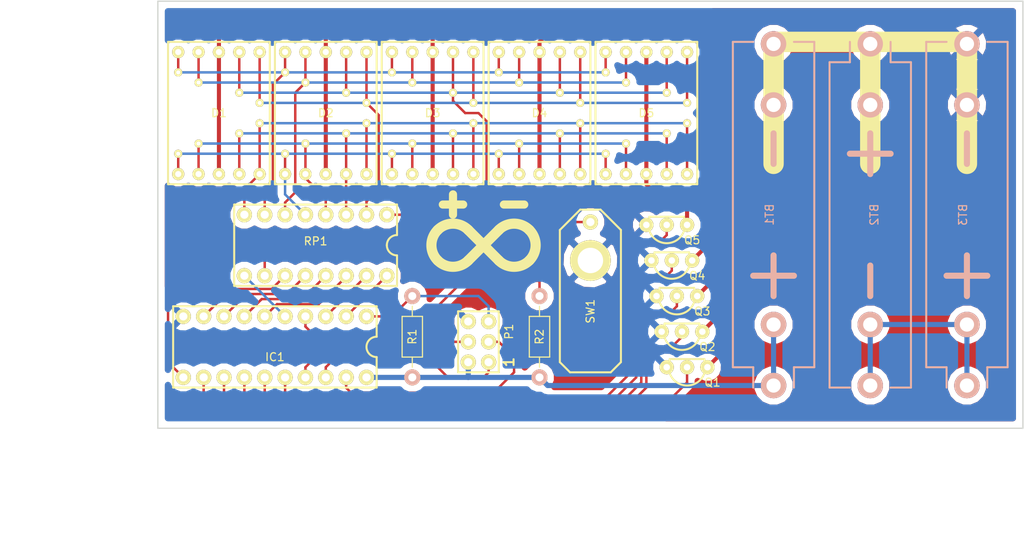
<source format=kicad_pcb>
(kicad_pcb (version 4) (host pcbnew 4.0.1-3.201512221402+6198~38~ubuntu15.04.1-stable)

  (general
    (links 130)
    (no_connects 0)
    (area 101.549288 53.264999 228.675001 123.35)
    (thickness 1.6)
    (drawings 21)
    (tracks 259)
    (zones 0)
    (modules 59)
    (nets 36)
  )

  (page A4)
  (layers
    (0 F.Cu signal)
    (31 B.Cu signal)
    (32 B.Adhes user)
    (33 F.Adhes user)
    (34 B.Paste user)
    (35 F.Paste user)
    (36 B.SilkS user)
    (37 F.SilkS user)
    (38 B.Mask user)
    (39 F.Mask user)
    (40 Dwgs.User user)
    (41 Cmts.User user)
    (42 Eco1.User user)
    (43 Eco2.User user)
    (44 Edge.Cuts user)
    (45 Margin user)
    (46 B.CrtYd user)
    (47 F.CrtYd user)
    (48 B.Fab user)
    (49 F.Fab user)
  )

  (setup
    (last_trace_width 0.3048)
    (trace_clearance 0.3048)
    (zone_clearance 0.7874)
    (zone_45_only no)
    (trace_min 0.2)
    (segment_width 0.2)
    (edge_width 0.15)
    (via_size 0.6)
    (via_drill 0.4)
    (via_min_size 0.4)
    (via_min_drill 0.3)
    (uvia_size 0.3)
    (uvia_drill 0.1)
    (uvias_allowed no)
    (uvia_min_size 0)
    (uvia_min_drill 0)
    (pcb_text_width 0.3)
    (pcb_text_size 1.5 1.5)
    (mod_edge_width 0.15)
    (mod_text_size 1 1)
    (mod_text_width 0.15)
    (pad_size 1.524 1.524)
    (pad_drill 0.762)
    (pad_to_mask_clearance 0.2)
    (aux_axis_origin 0 0)
    (visible_elements FFFFFF7F)
    (pcbplotparams
      (layerselection 0x010f0_80000001)
      (usegerberextensions false)
      (excludeedgelayer true)
      (linewidth 0.100000)
      (plotframeref false)
      (viasonmask false)
      (mode 1)
      (useauxorigin false)
      (hpglpennumber 1)
      (hpglpenspeed 20)
      (hpglpendiameter 15)
      (hpglpenoverlay 2)
      (psnegative false)
      (psa4output false)
      (plotreference true)
      (plotvalue true)
      (plotinvisibletext false)
      (padsonsilk false)
      (subtractmaskfromsilk false)
      (outputformat 1)
      (mirror false)
      (drillshape 0)
      (scaleselection 1)
      (outputdirectory ../../Gerbers/))
  )

  (net 0 "")
  (net 1 4.5V)
  (net 2 GND)
  (net 3 "Net-(D1-Pad1)")
  (net 4 "Net-(D1-Pad2)")
  (net 5 "Net-(D1-Pad3)")
  (net 6 "Net-(D1-Pad4)")
  (net 7 "Net-(D1-Pad5)")
  (net 8 "Net-(D1-Pad6)")
  (net 9 "Net-(D1-Pad7)")
  (net 10 "Net-(D1-Pad9)")
  (net 11 "Net-(D1-Pad10)")
  (net 12 "Net-(D2-Pad3)")
  (net 13 "Net-(D3-Pad3)")
  (net 14 "Net-(D4-Pad3)")
  (net 15 "Net-(D5-Pad3)")
  (net 16 "Net-(IC1-Pad1)")
  (net 17 "Net-(IC1-Pad2)")
  (net 18 "Net-(IC1-Pad3)")
  (net 19 "Net-(IC1-Pad4)")
  (net 20 "Net-(IC1-Pad5)")
  (net 21 "Net-(IC1-Pad6)")
  (net 22 "Net-(IC1-Pad7)")
  (net 23 "Net-(IC1-Pad8)")
  (net 24 "Net-(IC1-Pad9)")
  (net 25 "Net-(IC1-Pad11)")
  (net 26 "Net-(IC1-Pad12)")
  (net 27 "Net-(IC1-Pad13)")
  (net 28 "Net-(IC1-Pad14)")
  (net 29 "Net-(IC1-Pad15)")
  (net 30 "Net-(IC1-Pad16)")
  (net 31 "Net-(IC1-Pad17)")
  (net 32 "Net-(IC1-Pad18)")
  (net 33 "Net-(IC1-Pad19)")
  (net 34 3V)
  (net 35 1.5V)

  (net_class Default "This is the default net class."
    (clearance 0.3048)
    (trace_width 0.3048)
    (via_dia 0.6)
    (via_drill 0.4)
    (uvia_dia 0.3)
    (uvia_drill 0.1)
    (add_net "Net-(D1-Pad1)")
    (add_net "Net-(D1-Pad10)")
    (add_net "Net-(D1-Pad2)")
    (add_net "Net-(D1-Pad4)")
    (add_net "Net-(D1-Pad5)")
    (add_net "Net-(D1-Pad6)")
    (add_net "Net-(D1-Pad7)")
    (add_net "Net-(D1-Pad9)")
    (add_net "Net-(IC1-Pad1)")
    (add_net "Net-(IC1-Pad11)")
    (add_net "Net-(IC1-Pad12)")
    (add_net "Net-(IC1-Pad13)")
    (add_net "Net-(IC1-Pad14)")
    (add_net "Net-(IC1-Pad15)")
    (add_net "Net-(IC1-Pad16)")
    (add_net "Net-(IC1-Pad17)")
    (add_net "Net-(IC1-Pad18)")
    (add_net "Net-(IC1-Pad19)")
    (add_net "Net-(IC1-Pad2)")
    (add_net "Net-(IC1-Pad3)")
    (add_net "Net-(IC1-Pad4)")
    (add_net "Net-(IC1-Pad5)")
    (add_net "Net-(IC1-Pad6)")
    (add_net "Net-(IC1-Pad7)")
    (add_net "Net-(IC1-Pad8)")
    (add_net "Net-(IC1-Pad9)")
  )

  (net_class Cathodes ""
    (clearance 0.3048)
    (trace_width 0.508)
    (via_dia 0.6)
    (via_drill 0.4)
    (uvia_dia 0.3)
    (uvia_drill 0.1)
    (add_net "Net-(D1-Pad3)")
    (add_net "Net-(D2-Pad3)")
    (add_net "Net-(D3-Pad3)")
    (add_net "Net-(D4-Pad3)")
    (add_net "Net-(D5-Pad3)")
  )

  (net_class Power ""
    (clearance 0.3048)
    (trace_width 0.635)
    (via_dia 0.6)
    (via_drill 0.4)
    (uvia_dia 0.3)
    (uvia_drill 0.1)
    (add_net 1.5V)
    (add_net 3V)
    (add_net 4.5V)
    (add_net GND)
  )

  (module ciao_mondo:BK-82 (layer B.Cu) (tedit 5710643B) (tstamp 57190A93)
    (at 209.55 80.01 270)
    (path /571138F8)
    (fp_text reference BT2 (at 0 -0.5 270) (layer B.SilkS)
      (effects (font (size 1 1) (thickness 0.15)) (justify mirror))
    )
    (fp_text value BK-82 (at 0 0.5 270) (layer B.Fab) hide
      (effects (font (size 1 1) (thickness 0.15)) (justify mirror))
    )
    (fp_line (start 10.16 0) (end 6.35 0) (layer B.SilkS) (width 0.762))
    (fp_line (start -7.62 2.54) (end -7.62 -2.54) (layer B.SilkS) (width 0.762))
    (fp_line (start -10.16 0) (end -5.08 0) (layer B.SilkS) (width 0.762))
    (fp_line (start -19.05 5.08) (end -19.05 2.54) (layer B.SilkS) (width 0.254))
    (fp_line (start -19.05 2.54) (end -21.59 2.54) (layer B.SilkS) (width 0.254))
    (fp_line (start 21.59 -2.54) (end 21.59 -5.08) (layer B.SilkS) (width 0.254))
    (fp_line (start 21.59 -5.08) (end -19.05 -5.08) (layer B.SilkS) (width 0.254))
    (fp_line (start -19.05 -5.08) (end -19.05 -2.54) (layer B.SilkS) (width 0.254))
    (fp_line (start -19.05 -2.54) (end -21.59 -2.54) (layer B.SilkS) (width 0.254))
    (fp_line (start -19.05 5.08) (end 21.59 5.08) (layer B.SilkS) (width 0.254))
    (fp_line (start 21.59 5.08) (end 21.59 2.54) (layer B.SilkS) (width 0.254))
    (fp_line (start -23.114 5.334) (end 23.114 5.334) (layer B.CrtYd) (width 0.254))
    (fp_line (start 23.114 5.334) (end 23.114 -5.334) (layer B.CrtYd) (width 0.254))
    (fp_line (start 23.114 -5.334) (end -23.114 -5.334) (layer B.CrtYd) (width 0.254))
    (fp_line (start -23.114 -5.334) (end -23.114 5.334) (layer B.CrtYd) (width 0.254))
    (pad 1 thru_hole circle (at -21.336 0 270) (size 3.175 3.175) (drill 1.778) (layers *.Cu *.Mask B.SilkS)
      (net 34 3V))
    (pad 1 thru_hole circle (at -13.716 0 270) (size 3.175 3.175) (drill 1.778) (layers *.Cu *.Mask B.SilkS)
      (net 34 3V))
    (pad 2 thru_hole circle (at 13.716 0 270) (size 3.175 3.175) (drill 1.778) (layers *.Cu *.Mask B.SilkS)
      (net 35 1.5V))
    (pad 2 thru_hole circle (at 21.336 0 270) (size 3.175 3.175) (drill 1.778) (layers *.Cu *.Mask B.SilkS)
      (net 35 1.5V))
  )

  (module ciao_mondo:TO-92 (layer F.Cu) (tedit 571063AE) (tstamp 57190BA3)
    (at 184.15 81.28 180)
    (path /5710902A)
    (fp_text reference Q5 (at -3.175 -1.905 180) (layer F.SilkS)
      (effects (font (size 1 1) (thickness 0.15)))
    )
    (fp_text value 2N3906 (at 0 -3.81 180) (layer F.Fab) hide
      (effects (font (size 1 1) (thickness 0.15)))
    )
    (fp_line (start -2.159 1.016) (end -2.286 0) (layer F.SilkS) (width 0.254))
    (fp_line (start 2.286 0) (end 2.159 1.016) (layer F.SilkS) (width 0.254))
    (fp_line (start -2.159 1.016) (end 2.159 1.016) (layer F.SilkS) (width 0.254))
    (fp_arc (start 0 0) (end -2.286 0) (angle 180) (layer F.SilkS) (width 0.254))
    (pad 1 thru_hole circle (at -2.54 0 180) (size 1.778 1.778) (drill 0.8128) (layers *.Cu *.Mask F.SilkS)
      (net 15 "Net-(D5-Pad3)"))
    (pad 2 thru_hole circle (at 0 0 180) (size 1.778 1.778) (drill 0.8128) (layers *.Cu *.Mask F.SilkS)
      (net 30 "Net-(IC1-Pad16)"))
    (pad 3 thru_hole circle (at 2.54 0 180) (size 1.778 1.778) (drill 0.8128) (layers *.Cu *.Mask F.SilkS)
      (net 2 GND))
  )

  (module ciao_mondo:BK-82 (layer B.Cu) (tedit 57106442) (tstamp 57190A7C)
    (at 197.485 80.01 90)
    (path /5711384E)
    (fp_text reference BT1 (at 0 -0.5 90) (layer B.SilkS)
      (effects (font (size 1 1) (thickness 0.15)) (justify mirror))
    )
    (fp_text value BK-82 (at 0 0.5 90) (layer B.Fab) hide
      (effects (font (size 1 1) (thickness 0.15)) (justify mirror))
    )
    (fp_line (start 10.16 0) (end 6.35 0) (layer B.SilkS) (width 0.762))
    (fp_line (start -7.62 2.54) (end -7.62 -2.54) (layer B.SilkS) (width 0.762))
    (fp_line (start -10.16 0) (end -5.08 0) (layer B.SilkS) (width 0.762))
    (fp_line (start -19.05 5.08) (end -19.05 2.54) (layer B.SilkS) (width 0.254))
    (fp_line (start -19.05 2.54) (end -21.59 2.54) (layer B.SilkS) (width 0.254))
    (fp_line (start 21.59 -2.54) (end 21.59 -5.08) (layer B.SilkS) (width 0.254))
    (fp_line (start 21.59 -5.08) (end -19.05 -5.08) (layer B.SilkS) (width 0.254))
    (fp_line (start -19.05 -5.08) (end -19.05 -2.54) (layer B.SilkS) (width 0.254))
    (fp_line (start -19.05 -2.54) (end -21.59 -2.54) (layer B.SilkS) (width 0.254))
    (fp_line (start -19.05 5.08) (end 21.59 5.08) (layer B.SilkS) (width 0.254))
    (fp_line (start 21.59 5.08) (end 21.59 2.54) (layer B.SilkS) (width 0.254))
    (fp_line (start -23.114 5.334) (end 23.114 5.334) (layer B.CrtYd) (width 0.254))
    (fp_line (start 23.114 5.334) (end 23.114 -5.334) (layer B.CrtYd) (width 0.254))
    (fp_line (start 23.114 -5.334) (end -23.114 -5.334) (layer B.CrtYd) (width 0.254))
    (fp_line (start -23.114 -5.334) (end -23.114 5.334) (layer B.CrtYd) (width 0.254))
    (pad 1 thru_hole circle (at -21.336 0 90) (size 3.175 3.175) (drill 1.778) (layers *.Cu *.Mask B.SilkS)
      (net 1 4.5V))
    (pad 1 thru_hole circle (at -13.716 0 90) (size 3.175 3.175) (drill 1.778) (layers *.Cu *.Mask B.SilkS)
      (net 1 4.5V))
    (pad 2 thru_hole circle (at 13.716 0 90) (size 3.175 3.175) (drill 1.778) (layers *.Cu *.Mask B.SilkS)
      (net 34 3V))
    (pad 2 thru_hole circle (at 21.336 0 90) (size 3.175 3.175) (drill 1.778) (layers *.Cu *.Mask B.SilkS)
      (net 34 3V))
  )

  (module ciao_mondo:BK-82 (layer B.Cu) (tedit 57106437) (tstamp 57190AAA)
    (at 221.615 80.01 90)
    (path /5711392D)
    (fp_text reference BT3 (at 0 -0.5 90) (layer B.SilkS)
      (effects (font (size 1 1) (thickness 0.15)) (justify mirror))
    )
    (fp_text value BK-82 (at 0 0.5 90) (layer B.Fab) hide
      (effects (font (size 1 1) (thickness 0.15)) (justify mirror))
    )
    (fp_line (start 10.16 0) (end 6.35 0) (layer B.SilkS) (width 0.762))
    (fp_line (start -7.62 2.54) (end -7.62 -2.54) (layer B.SilkS) (width 0.762))
    (fp_line (start -10.16 0) (end -5.08 0) (layer B.SilkS) (width 0.762))
    (fp_line (start -19.05 5.08) (end -19.05 2.54) (layer B.SilkS) (width 0.254))
    (fp_line (start -19.05 2.54) (end -21.59 2.54) (layer B.SilkS) (width 0.254))
    (fp_line (start 21.59 -2.54) (end 21.59 -5.08) (layer B.SilkS) (width 0.254))
    (fp_line (start 21.59 -5.08) (end -19.05 -5.08) (layer B.SilkS) (width 0.254))
    (fp_line (start -19.05 -5.08) (end -19.05 -2.54) (layer B.SilkS) (width 0.254))
    (fp_line (start -19.05 -2.54) (end -21.59 -2.54) (layer B.SilkS) (width 0.254))
    (fp_line (start -19.05 5.08) (end 21.59 5.08) (layer B.SilkS) (width 0.254))
    (fp_line (start 21.59 5.08) (end 21.59 2.54) (layer B.SilkS) (width 0.254))
    (fp_line (start -23.114 5.334) (end 23.114 5.334) (layer B.CrtYd) (width 0.254))
    (fp_line (start 23.114 5.334) (end 23.114 -5.334) (layer B.CrtYd) (width 0.254))
    (fp_line (start 23.114 -5.334) (end -23.114 -5.334) (layer B.CrtYd) (width 0.254))
    (fp_line (start -23.114 -5.334) (end -23.114 5.334) (layer B.CrtYd) (width 0.254))
    (pad 1 thru_hole circle (at -21.336 0 90) (size 3.175 3.175) (drill 1.778) (layers *.Cu *.Mask B.SilkS)
      (net 35 1.5V))
    (pad 1 thru_hole circle (at -13.716 0 90) (size 3.175 3.175) (drill 1.778) (layers *.Cu *.Mask B.SilkS)
      (net 35 1.5V))
    (pad 2 thru_hole circle (at 13.716 0 90) (size 3.175 3.175) (drill 1.778) (layers *.Cu *.Mask B.SilkS)
      (net 2 GND))
    (pad 2 thru_hole circle (at 21.336 0 90) (size 3.175 3.175) (drill 1.778) (layers *.Cu *.Mask B.SilkS)
      (net 2 GND))
  )

  (module ciao_mondo:LSHD-5503 (layer F.Cu) (tedit 570FB0F3) (tstamp 57190AC6)
    (at 128.27 67.31)
    (path /5710632F)
    (fp_text reference D1 (at 0 0) (layer F.SilkS)
      (effects (font (size 1 1) (thickness 0.15)))
    )
    (fp_text value LSHD-5503 (at 0 -10.16) (layer F.Fab) hide
      (effects (font (size 1 1) (thickness 0.15)))
    )
    (fp_line (start -6.35 -8.89) (end 6.35 -8.89) (layer F.SilkS) (width 0.254))
    (fp_line (start 6.35 -8.89) (end 6.35 8.89) (layer F.SilkS) (width 0.254))
    (fp_line (start 6.35 8.89) (end -6.35 8.89) (layer F.SilkS) (width 0.254))
    (fp_line (start -6.35 8.89) (end -6.35 -8.89) (layer F.SilkS) (width 0.254))
    (fp_circle (center 4.65836 7.112) (end 4.65836 7.366) (layer F.CrtYd) (width 0.762))
    (fp_line (start 4.65836 -7.112) (end 3.12039 7.112) (layer F.CrtYd) (width 0.762))
    (fp_line (start -3.12039 -7.112) (end -4.65836 7.112) (layer F.CrtYd) (width 0.762))
    (fp_line (start -4.65836 7.112) (end 3.12039 7.112) (layer F.CrtYd) (width 0.762))
    (fp_line (start -3.9497 0) (end 3.9497 0) (layer F.CrtYd) (width 0.762))
    (fp_line (start -3.12039 -7.112) (end 4.65836 -7.112) (layer F.CrtYd) (width 0.762))
    (fp_line (start -6.1976 -8.5471) (end 6.1976 -8.5471) (layer F.CrtYd) (width 0.254))
    (fp_line (start 6.1976 -8.5471) (end 6.1976 8.5471) (layer F.CrtYd) (width 0.254))
    (fp_line (start 6.1976 8.5471) (end -6.1976 8.5471) (layer F.CrtYd) (width 0.254))
    (fp_line (start -6.1976 8.5471) (end -6.1976 -8.5471) (layer F.CrtYd) (width 0.254))
    (pad 1 thru_hole circle (at -5.08 7.62) (size 1.524 1.524) (drill 0.762) (layers *.Cu *.Mask F.SilkS)
      (net 3 "Net-(D1-Pad1)"))
    (pad 2 thru_hole circle (at -2.54 7.62) (size 1.524 1.524) (drill 0.762) (layers *.Cu *.Mask F.SilkS)
      (net 4 "Net-(D1-Pad2)"))
    (pad 3 thru_hole circle (at 0 7.62) (size 1.524 1.524) (drill 0.762) (layers *.Cu *.Mask F.SilkS)
      (net 5 "Net-(D1-Pad3)"))
    (pad 4 thru_hole circle (at 2.54 7.62) (size 1.524 1.524) (drill 0.762) (layers *.Cu *.Mask F.SilkS)
      (net 6 "Net-(D1-Pad4)"))
    (pad 5 thru_hole circle (at 5.08 7.62) (size 1.524 1.524) (drill 0.762) (layers *.Cu *.Mask F.SilkS)
      (net 7 "Net-(D1-Pad5)"))
    (pad 6 thru_hole circle (at 5.08 -7.62) (size 1.524 1.524) (drill 0.762) (layers *.Cu *.Mask F.SilkS)
      (net 8 "Net-(D1-Pad6)"))
    (pad 7 thru_hole circle (at 2.54 -7.62) (size 1.524 1.524) (drill 0.762) (layers *.Cu *.Mask F.SilkS)
      (net 9 "Net-(D1-Pad7)"))
    (pad 8 thru_hole circle (at 0 -7.62) (size 1.524 1.524) (drill 0.762) (layers *.Cu *.Mask F.SilkS)
      (net 5 "Net-(D1-Pad3)"))
    (pad 9 thru_hole circle (at -2.54 -7.62) (size 1.524 1.524) (drill 0.762) (layers *.Cu *.Mask F.SilkS)
      (net 10 "Net-(D1-Pad9)"))
    (pad 10 thru_hole circle (at -5.08 -7.62) (size 1.524 1.524) (drill 0.762) (layers *.Cu *.Mask F.SilkS)
      (net 11 "Net-(D1-Pad10)"))
  )

  (module ciao_mondo:LSHD-5503 (layer F.Cu) (tedit 570FB0F3) (tstamp 57190AE2)
    (at 141.605 67.31)
    (path /5710641A)
    (fp_text reference D2 (at 0 0) (layer F.SilkS)
      (effects (font (size 1 1) (thickness 0.15)))
    )
    (fp_text value LSHD-5503 (at 0 -10.16) (layer F.Fab) hide
      (effects (font (size 1 1) (thickness 0.15)))
    )
    (fp_line (start -6.35 -8.89) (end 6.35 -8.89) (layer F.SilkS) (width 0.254))
    (fp_line (start 6.35 -8.89) (end 6.35 8.89) (layer F.SilkS) (width 0.254))
    (fp_line (start 6.35 8.89) (end -6.35 8.89) (layer F.SilkS) (width 0.254))
    (fp_line (start -6.35 8.89) (end -6.35 -8.89) (layer F.SilkS) (width 0.254))
    (fp_circle (center 4.65836 7.112) (end 4.65836 7.366) (layer F.CrtYd) (width 0.762))
    (fp_line (start 4.65836 -7.112) (end 3.12039 7.112) (layer F.CrtYd) (width 0.762))
    (fp_line (start -3.12039 -7.112) (end -4.65836 7.112) (layer F.CrtYd) (width 0.762))
    (fp_line (start -4.65836 7.112) (end 3.12039 7.112) (layer F.CrtYd) (width 0.762))
    (fp_line (start -3.9497 0) (end 3.9497 0) (layer F.CrtYd) (width 0.762))
    (fp_line (start -3.12039 -7.112) (end 4.65836 -7.112) (layer F.CrtYd) (width 0.762))
    (fp_line (start -6.1976 -8.5471) (end 6.1976 -8.5471) (layer F.CrtYd) (width 0.254))
    (fp_line (start 6.1976 -8.5471) (end 6.1976 8.5471) (layer F.CrtYd) (width 0.254))
    (fp_line (start 6.1976 8.5471) (end -6.1976 8.5471) (layer F.CrtYd) (width 0.254))
    (fp_line (start -6.1976 8.5471) (end -6.1976 -8.5471) (layer F.CrtYd) (width 0.254))
    (pad 1 thru_hole circle (at -5.08 7.62) (size 1.524 1.524) (drill 0.762) (layers *.Cu *.Mask F.SilkS)
      (net 3 "Net-(D1-Pad1)"))
    (pad 2 thru_hole circle (at -2.54 7.62) (size 1.524 1.524) (drill 0.762) (layers *.Cu *.Mask F.SilkS)
      (net 4 "Net-(D1-Pad2)"))
    (pad 3 thru_hole circle (at 0 7.62) (size 1.524 1.524) (drill 0.762) (layers *.Cu *.Mask F.SilkS)
      (net 12 "Net-(D2-Pad3)"))
    (pad 4 thru_hole circle (at 2.54 7.62) (size 1.524 1.524) (drill 0.762) (layers *.Cu *.Mask F.SilkS)
      (net 6 "Net-(D1-Pad4)"))
    (pad 5 thru_hole circle (at 5.08 7.62) (size 1.524 1.524) (drill 0.762) (layers *.Cu *.Mask F.SilkS)
      (net 7 "Net-(D1-Pad5)"))
    (pad 6 thru_hole circle (at 5.08 -7.62) (size 1.524 1.524) (drill 0.762) (layers *.Cu *.Mask F.SilkS)
      (net 8 "Net-(D1-Pad6)"))
    (pad 7 thru_hole circle (at 2.54 -7.62) (size 1.524 1.524) (drill 0.762) (layers *.Cu *.Mask F.SilkS)
      (net 9 "Net-(D1-Pad7)"))
    (pad 8 thru_hole circle (at 0 -7.62) (size 1.524 1.524) (drill 0.762) (layers *.Cu *.Mask F.SilkS)
      (net 12 "Net-(D2-Pad3)"))
    (pad 9 thru_hole circle (at -2.54 -7.62) (size 1.524 1.524) (drill 0.762) (layers *.Cu *.Mask F.SilkS)
      (net 10 "Net-(D1-Pad9)"))
    (pad 10 thru_hole circle (at -5.08 -7.62) (size 1.524 1.524) (drill 0.762) (layers *.Cu *.Mask F.SilkS)
      (net 11 "Net-(D1-Pad10)"))
  )

  (module ciao_mondo:LSHD-5503 (layer F.Cu) (tedit 570FB0F3) (tstamp 57190AFE)
    (at 154.94 67.31)
    (path /57106441)
    (fp_text reference D3 (at 0 0) (layer F.SilkS)
      (effects (font (size 1 1) (thickness 0.15)))
    )
    (fp_text value LSHD-5503 (at 0 -10.16) (layer F.Fab) hide
      (effects (font (size 1 1) (thickness 0.15)))
    )
    (fp_line (start -6.35 -8.89) (end 6.35 -8.89) (layer F.SilkS) (width 0.254))
    (fp_line (start 6.35 -8.89) (end 6.35 8.89) (layer F.SilkS) (width 0.254))
    (fp_line (start 6.35 8.89) (end -6.35 8.89) (layer F.SilkS) (width 0.254))
    (fp_line (start -6.35 8.89) (end -6.35 -8.89) (layer F.SilkS) (width 0.254))
    (fp_circle (center 4.65836 7.112) (end 4.65836 7.366) (layer F.CrtYd) (width 0.762))
    (fp_line (start 4.65836 -7.112) (end 3.12039 7.112) (layer F.CrtYd) (width 0.762))
    (fp_line (start -3.12039 -7.112) (end -4.65836 7.112) (layer F.CrtYd) (width 0.762))
    (fp_line (start -4.65836 7.112) (end 3.12039 7.112) (layer F.CrtYd) (width 0.762))
    (fp_line (start -3.9497 0) (end 3.9497 0) (layer F.CrtYd) (width 0.762))
    (fp_line (start -3.12039 -7.112) (end 4.65836 -7.112) (layer F.CrtYd) (width 0.762))
    (fp_line (start -6.1976 -8.5471) (end 6.1976 -8.5471) (layer F.CrtYd) (width 0.254))
    (fp_line (start 6.1976 -8.5471) (end 6.1976 8.5471) (layer F.CrtYd) (width 0.254))
    (fp_line (start 6.1976 8.5471) (end -6.1976 8.5471) (layer F.CrtYd) (width 0.254))
    (fp_line (start -6.1976 8.5471) (end -6.1976 -8.5471) (layer F.CrtYd) (width 0.254))
    (pad 1 thru_hole circle (at -5.08 7.62) (size 1.524 1.524) (drill 0.762) (layers *.Cu *.Mask F.SilkS)
      (net 3 "Net-(D1-Pad1)"))
    (pad 2 thru_hole circle (at -2.54 7.62) (size 1.524 1.524) (drill 0.762) (layers *.Cu *.Mask F.SilkS)
      (net 4 "Net-(D1-Pad2)"))
    (pad 3 thru_hole circle (at 0 7.62) (size 1.524 1.524) (drill 0.762) (layers *.Cu *.Mask F.SilkS)
      (net 13 "Net-(D3-Pad3)"))
    (pad 4 thru_hole circle (at 2.54 7.62) (size 1.524 1.524) (drill 0.762) (layers *.Cu *.Mask F.SilkS)
      (net 6 "Net-(D1-Pad4)"))
    (pad 5 thru_hole circle (at 5.08 7.62) (size 1.524 1.524) (drill 0.762) (layers *.Cu *.Mask F.SilkS)
      (net 7 "Net-(D1-Pad5)"))
    (pad 6 thru_hole circle (at 5.08 -7.62) (size 1.524 1.524) (drill 0.762) (layers *.Cu *.Mask F.SilkS)
      (net 8 "Net-(D1-Pad6)"))
    (pad 7 thru_hole circle (at 2.54 -7.62) (size 1.524 1.524) (drill 0.762) (layers *.Cu *.Mask F.SilkS)
      (net 9 "Net-(D1-Pad7)"))
    (pad 8 thru_hole circle (at 0 -7.62) (size 1.524 1.524) (drill 0.762) (layers *.Cu *.Mask F.SilkS)
      (net 13 "Net-(D3-Pad3)"))
    (pad 9 thru_hole circle (at -2.54 -7.62) (size 1.524 1.524) (drill 0.762) (layers *.Cu *.Mask F.SilkS)
      (net 10 "Net-(D1-Pad9)"))
    (pad 10 thru_hole circle (at -5.08 -7.62) (size 1.524 1.524) (drill 0.762) (layers *.Cu *.Mask F.SilkS)
      (net 11 "Net-(D1-Pad10)"))
  )

  (module ciao_mondo:LSHD-5503 (layer F.Cu) (tedit 570FB0F3) (tstamp 57190B1A)
    (at 168.275 67.31)
    (path /57106492)
    (fp_text reference D4 (at 0 0) (layer F.SilkS)
      (effects (font (size 1 1) (thickness 0.15)))
    )
    (fp_text value LSHD-5503 (at 0 -10.16) (layer F.Fab) hide
      (effects (font (size 1 1) (thickness 0.15)))
    )
    (fp_line (start -6.35 -8.89) (end 6.35 -8.89) (layer F.SilkS) (width 0.254))
    (fp_line (start 6.35 -8.89) (end 6.35 8.89) (layer F.SilkS) (width 0.254))
    (fp_line (start 6.35 8.89) (end -6.35 8.89) (layer F.SilkS) (width 0.254))
    (fp_line (start -6.35 8.89) (end -6.35 -8.89) (layer F.SilkS) (width 0.254))
    (fp_circle (center 4.65836 7.112) (end 4.65836 7.366) (layer F.CrtYd) (width 0.762))
    (fp_line (start 4.65836 -7.112) (end 3.12039 7.112) (layer F.CrtYd) (width 0.762))
    (fp_line (start -3.12039 -7.112) (end -4.65836 7.112) (layer F.CrtYd) (width 0.762))
    (fp_line (start -4.65836 7.112) (end 3.12039 7.112) (layer F.CrtYd) (width 0.762))
    (fp_line (start -3.9497 0) (end 3.9497 0) (layer F.CrtYd) (width 0.762))
    (fp_line (start -3.12039 -7.112) (end 4.65836 -7.112) (layer F.CrtYd) (width 0.762))
    (fp_line (start -6.1976 -8.5471) (end 6.1976 -8.5471) (layer F.CrtYd) (width 0.254))
    (fp_line (start 6.1976 -8.5471) (end 6.1976 8.5471) (layer F.CrtYd) (width 0.254))
    (fp_line (start 6.1976 8.5471) (end -6.1976 8.5471) (layer F.CrtYd) (width 0.254))
    (fp_line (start -6.1976 8.5471) (end -6.1976 -8.5471) (layer F.CrtYd) (width 0.254))
    (pad 1 thru_hole circle (at -5.08 7.62) (size 1.524 1.524) (drill 0.762) (layers *.Cu *.Mask F.SilkS)
      (net 3 "Net-(D1-Pad1)"))
    (pad 2 thru_hole circle (at -2.54 7.62) (size 1.524 1.524) (drill 0.762) (layers *.Cu *.Mask F.SilkS)
      (net 4 "Net-(D1-Pad2)"))
    (pad 3 thru_hole circle (at 0 7.62) (size 1.524 1.524) (drill 0.762) (layers *.Cu *.Mask F.SilkS)
      (net 14 "Net-(D4-Pad3)"))
    (pad 4 thru_hole circle (at 2.54 7.62) (size 1.524 1.524) (drill 0.762) (layers *.Cu *.Mask F.SilkS)
      (net 6 "Net-(D1-Pad4)"))
    (pad 5 thru_hole circle (at 5.08 7.62) (size 1.524 1.524) (drill 0.762) (layers *.Cu *.Mask F.SilkS)
      (net 7 "Net-(D1-Pad5)"))
    (pad 6 thru_hole circle (at 5.08 -7.62) (size 1.524 1.524) (drill 0.762) (layers *.Cu *.Mask F.SilkS)
      (net 8 "Net-(D1-Pad6)"))
    (pad 7 thru_hole circle (at 2.54 -7.62) (size 1.524 1.524) (drill 0.762) (layers *.Cu *.Mask F.SilkS)
      (net 9 "Net-(D1-Pad7)"))
    (pad 8 thru_hole circle (at 0 -7.62) (size 1.524 1.524) (drill 0.762) (layers *.Cu *.Mask F.SilkS)
      (net 14 "Net-(D4-Pad3)"))
    (pad 9 thru_hole circle (at -2.54 -7.62) (size 1.524 1.524) (drill 0.762) (layers *.Cu *.Mask F.SilkS)
      (net 10 "Net-(D1-Pad9)"))
    (pad 10 thru_hole circle (at -5.08 -7.62) (size 1.524 1.524) (drill 0.762) (layers *.Cu *.Mask F.SilkS)
      (net 11 "Net-(D1-Pad10)"))
  )

  (module ciao_mondo:LSHD-5503 (layer F.Cu) (tedit 570FB0F3) (tstamp 57190B36)
    (at 181.61 67.31)
    (path /571064EF)
    (fp_text reference D5 (at 0 0) (layer F.SilkS)
      (effects (font (size 1 1) (thickness 0.15)))
    )
    (fp_text value LSHD-5503 (at 0 -10.16) (layer F.Fab) hide
      (effects (font (size 1 1) (thickness 0.15)))
    )
    (fp_line (start -6.35 -8.89) (end 6.35 -8.89) (layer F.SilkS) (width 0.254))
    (fp_line (start 6.35 -8.89) (end 6.35 8.89) (layer F.SilkS) (width 0.254))
    (fp_line (start 6.35 8.89) (end -6.35 8.89) (layer F.SilkS) (width 0.254))
    (fp_line (start -6.35 8.89) (end -6.35 -8.89) (layer F.SilkS) (width 0.254))
    (fp_circle (center 4.65836 7.112) (end 4.65836 7.366) (layer F.CrtYd) (width 0.762))
    (fp_line (start 4.65836 -7.112) (end 3.12039 7.112) (layer F.CrtYd) (width 0.762))
    (fp_line (start -3.12039 -7.112) (end -4.65836 7.112) (layer F.CrtYd) (width 0.762))
    (fp_line (start -4.65836 7.112) (end 3.12039 7.112) (layer F.CrtYd) (width 0.762))
    (fp_line (start -3.9497 0) (end 3.9497 0) (layer F.CrtYd) (width 0.762))
    (fp_line (start -3.12039 -7.112) (end 4.65836 -7.112) (layer F.CrtYd) (width 0.762))
    (fp_line (start -6.1976 -8.5471) (end 6.1976 -8.5471) (layer F.CrtYd) (width 0.254))
    (fp_line (start 6.1976 -8.5471) (end 6.1976 8.5471) (layer F.CrtYd) (width 0.254))
    (fp_line (start 6.1976 8.5471) (end -6.1976 8.5471) (layer F.CrtYd) (width 0.254))
    (fp_line (start -6.1976 8.5471) (end -6.1976 -8.5471) (layer F.CrtYd) (width 0.254))
    (pad 1 thru_hole circle (at -5.08 7.62) (size 1.524 1.524) (drill 0.762) (layers *.Cu *.Mask F.SilkS)
      (net 3 "Net-(D1-Pad1)"))
    (pad 2 thru_hole circle (at -2.54 7.62) (size 1.524 1.524) (drill 0.762) (layers *.Cu *.Mask F.SilkS)
      (net 4 "Net-(D1-Pad2)"))
    (pad 3 thru_hole circle (at 0 7.62) (size 1.524 1.524) (drill 0.762) (layers *.Cu *.Mask F.SilkS)
      (net 15 "Net-(D5-Pad3)"))
    (pad 4 thru_hole circle (at 2.54 7.62) (size 1.524 1.524) (drill 0.762) (layers *.Cu *.Mask F.SilkS)
      (net 6 "Net-(D1-Pad4)"))
    (pad 5 thru_hole circle (at 5.08 7.62) (size 1.524 1.524) (drill 0.762) (layers *.Cu *.Mask F.SilkS)
      (net 7 "Net-(D1-Pad5)"))
    (pad 6 thru_hole circle (at 5.08 -7.62) (size 1.524 1.524) (drill 0.762) (layers *.Cu *.Mask F.SilkS)
      (net 8 "Net-(D1-Pad6)"))
    (pad 7 thru_hole circle (at 2.54 -7.62) (size 1.524 1.524) (drill 0.762) (layers *.Cu *.Mask F.SilkS)
      (net 9 "Net-(D1-Pad7)"))
    (pad 8 thru_hole circle (at 0 -7.62) (size 1.524 1.524) (drill 0.762) (layers *.Cu *.Mask F.SilkS)
      (net 15 "Net-(D5-Pad3)"))
    (pad 9 thru_hole circle (at -2.54 -7.62) (size 1.524 1.524) (drill 0.762) (layers *.Cu *.Mask F.SilkS)
      (net 10 "Net-(D1-Pad9)"))
    (pad 10 thru_hole circle (at -5.08 -7.62) (size 1.524 1.524) (drill 0.762) (layers *.Cu *.Mask F.SilkS)
      (net 11 "Net-(D1-Pad10)"))
  )

  (module ciao_mondo:A_20-LC-TT (layer F.Cu) (tedit 5710642E) (tstamp 57190B59)
    (at 135.255 96.52 180)
    (path /5711351D)
    (fp_text reference IC1 (at 0 -1.27 180) (layer F.SilkS)
      (effects (font (size 1 1) (thickness 0.15)))
    )
    (fp_text value ATTINY2313A-P (at 0 0 180) (layer F.Fab) hide
      (effects (font (size 1 1) (thickness 0.15)))
    )
    (fp_line (start -12.7 -1.27) (end -12.7 -5.08) (layer F.SilkS) (width 0.254))
    (fp_line (start -12.7 -5.08) (end 12.7 -5.08) (layer F.SilkS) (width 0.254))
    (fp_line (start 12.7 -5.08) (end 12.7 5.08) (layer F.SilkS) (width 0.254))
    (fp_line (start 12.7 5.08) (end -12.7 5.08) (layer F.SilkS) (width 0.254))
    (fp_line (start -12.7 5.08) (end -12.7 1.27) (layer F.SilkS) (width 0.254))
    (fp_arc (start -12.7 0) (end -12.7 -1.27) (angle 90) (layer F.SilkS) (width 0.254))
    (fp_arc (start -12.7 0) (end -11.43 0) (angle 90) (layer F.SilkS) (width 0.254))
    (fp_line (start -12.7 -5.08) (end 12.7 -5.08) (layer F.CrtYd) (width 0.254))
    (fp_line (start 12.7 -5.08) (end 12.7 5.08) (layer F.CrtYd) (width 0.254))
    (fp_line (start 12.7 5.08) (end -12.7 5.08) (layer F.CrtYd) (width 0.254))
    (fp_line (start -12.7 5.08) (end -12.7 -5.08) (layer F.CrtYd) (width 0.254))
    (pad 1 thru_hole circle (at -11.43 3.81 180) (size 1.905 1.905) (drill 1.016) (layers *.Cu *.Mask F.SilkS)
      (net 16 "Net-(IC1-Pad1)"))
    (pad 2 thru_hole circle (at -8.89 3.81 180) (size 1.905 1.905) (drill 1.016) (layers *.Cu *.Mask F.SilkS)
      (net 17 "Net-(IC1-Pad2)"))
    (pad 3 thru_hole circle (at -6.35 3.81 180) (size 1.905 1.905) (drill 1.016) (layers *.Cu *.Mask F.SilkS)
      (net 18 "Net-(IC1-Pad3)"))
    (pad 4 thru_hole circle (at -3.81 3.81 180) (size 1.905 1.905) (drill 1.016) (layers *.Cu *.Mask F.SilkS)
      (net 19 "Net-(IC1-Pad4)"))
    (pad 5 thru_hole circle (at -1.27 3.81 180) (size 1.905 1.905) (drill 1.016) (layers *.Cu *.Mask F.SilkS)
      (net 20 "Net-(IC1-Pad5)"))
    (pad 6 thru_hole circle (at 1.27 3.81 180) (size 1.905 1.905) (drill 1.016) (layers *.Cu *.Mask F.SilkS)
      (net 21 "Net-(IC1-Pad6)"))
    (pad 7 thru_hole circle (at 3.81 3.81 180) (size 1.905 1.905) (drill 1.016) (layers *.Cu *.Mask F.SilkS)
      (net 22 "Net-(IC1-Pad7)"))
    (pad 8 thru_hole circle (at 6.35 3.81 180) (size 1.905 1.905) (drill 1.016) (layers *.Cu *.Mask F.SilkS)
      (net 23 "Net-(IC1-Pad8)"))
    (pad 9 thru_hole circle (at 8.89 3.81 180) (size 1.905 1.905) (drill 1.016) (layers *.Cu *.Mask F.SilkS)
      (net 24 "Net-(IC1-Pad9)"))
    (pad 10 thru_hole circle (at 11.43 3.81 180) (size 1.905 1.905) (drill 1.016) (layers *.Cu *.Mask F.SilkS)
      (net 2 GND))
    (pad 11 thru_hole circle (at 11.43 -3.81 180) (size 1.905 1.905) (drill 1.016) (layers *.Cu *.Mask F.SilkS)
      (net 25 "Net-(IC1-Pad11)"))
    (pad 12 thru_hole circle (at 8.89 -3.81 180) (size 1.905 1.905) (drill 1.016) (layers *.Cu *.Mask F.SilkS)
      (net 26 "Net-(IC1-Pad12)"))
    (pad 13 thru_hole circle (at 6.35 -3.81 180) (size 1.905 1.905) (drill 1.016) (layers *.Cu *.Mask F.SilkS)
      (net 27 "Net-(IC1-Pad13)"))
    (pad 14 thru_hole circle (at 3.81 -3.81 180) (size 1.905 1.905) (drill 1.016) (layers *.Cu *.Mask F.SilkS)
      (net 28 "Net-(IC1-Pad14)"))
    (pad 15 thru_hole circle (at 1.27 -3.81 180) (size 1.905 1.905) (drill 1.016) (layers *.Cu *.Mask F.SilkS)
      (net 29 "Net-(IC1-Pad15)"))
    (pad 16 thru_hole circle (at -1.27 -3.81 180) (size 1.905 1.905) (drill 1.016) (layers *.Cu *.Mask F.SilkS)
      (net 30 "Net-(IC1-Pad16)"))
    (pad 17 thru_hole circle (at -3.81 -3.81 180) (size 1.905 1.905) (drill 1.016) (layers *.Cu *.Mask F.SilkS)
      (net 31 "Net-(IC1-Pad17)"))
    (pad 18 thru_hole circle (at -6.35 -3.81 180) (size 1.905 1.905) (drill 1.016) (layers *.Cu *.Mask F.SilkS)
      (net 32 "Net-(IC1-Pad18)"))
    (pad 19 thru_hole circle (at -8.89 -3.81 180) (size 1.905 1.905) (drill 1.016) (layers *.Cu *.Mask F.SilkS)
      (net 33 "Net-(IC1-Pad19)"))
    (pad 20 thru_hole circle (at -11.43 -3.81 180) (size 1.905 1.905) (drill 1.016) (layers *.Cu *.Mask F.SilkS)
      (net 1 4.5V))
  )

  (module ciao_mondo:67997-206HLF (layer F.Cu) (tedit 570FB3C3) (tstamp 57190B6C)
    (at 160.655 95.885 90)
    (path /57106184)
    (fp_text reference P1 (at 1.27 3.81 90) (layer F.SilkS)
      (effects (font (size 1 1) (thickness 0.15)))
    )
    (fp_text value AVR_ISP (at 0 -3.81 90) (layer F.Fab) hide
      (effects (font (size 1 1) (thickness 0.15)))
    )
    (fp_line (start -3.81 -2.54) (end -3.81 2.54) (layer F.SilkS) (width 0.254))
    (fp_line (start -3.81 2.54) (end 3.81 2.54) (layer F.SilkS) (width 0.254))
    (fp_line (start 3.81 2.54) (end 3.81 -2.54) (layer F.SilkS) (width 0.254))
    (fp_line (start 3.81 -2.54) (end -3.81 -2.54) (layer F.SilkS) (width 0.254))
    (fp_text user 1 (at -2.54 3.81 90) (layer F.SilkS)
      (effects (font (size 1.27 1.27) (thickness 0.254)))
    )
    (fp_line (start -3.81 -2.413) (end -3.81 2.413) (layer F.CrtYd) (width 0.254))
    (fp_line (start -3.81 2.413) (end 3.81 2.413) (layer F.CrtYd) (width 0.254))
    (fp_line (start 3.81 2.413) (end 3.81 -2.413) (layer F.CrtYd) (width 0.254))
    (fp_line (start 3.81 -2.413) (end -3.81 -2.413) (layer F.CrtYd) (width 0.254))
    (pad 1 thru_hole circle (at -2.54 1.27 90) (size 1.905 1.905) (drill 1.016) (layers *.Cu *.Mask F.SilkS)
      (net 32 "Net-(IC1-Pad18)"))
    (pad 3 thru_hole circle (at 0 1.27 90) (size 1.905 1.905) (drill 1.016) (layers *.Cu *.Mask F.SilkS)
      (net 33 "Net-(IC1-Pad19)"))
    (pad 5 thru_hole circle (at 2.54 1.27 90) (size 1.905 1.905) (drill 1.016) (layers *.Cu *.Mask F.SilkS)
      (net 16 "Net-(IC1-Pad1)"))
    (pad 6 thru_hole circle (at 2.54 -1.27 90) (size 1.905 1.905) (drill 1.016) (layers *.Cu *.Mask F.SilkS)
      (net 2 GND))
    (pad 4 thru_hole circle (at 0 -1.27 90) (size 1.905 1.905) (drill 1.016) (layers *.Cu *.Mask F.SilkS)
      (net 31 "Net-(IC1-Pad17)"))
    (pad 2 thru_hole circle (at -2.54 -1.27 90) (size 1.905 1.905) (drill 1.016) (layers *.Cu *.Mask F.SilkS)
      (net 1 4.5V))
  )

  (module ciao_mondo:TO-92 (layer F.Cu) (tedit 57106382) (tstamp 57190B77)
    (at 186.69 99.06 180)
    (path /57107B03)
    (fp_text reference Q1 (at -3.175 -1.905 180) (layer F.SilkS)
      (effects (font (size 1 1) (thickness 0.15)))
    )
    (fp_text value 2N3906 (at 0 -3.81 180) (layer F.Fab) hide
      (effects (font (size 1 1) (thickness 0.15)))
    )
    (fp_line (start -2.159 1.016) (end -2.286 0) (layer F.SilkS) (width 0.254))
    (fp_line (start 2.286 0) (end 2.159 1.016) (layer F.SilkS) (width 0.254))
    (fp_line (start -2.159 1.016) (end 2.159 1.016) (layer F.SilkS) (width 0.254))
    (fp_arc (start 0 0) (end -2.286 0) (angle 180) (layer F.SilkS) (width 0.254))
    (pad 1 thru_hole circle (at -2.54 0 180) (size 1.778 1.778) (drill 0.8128) (layers *.Cu *.Mask F.SilkS)
      (net 5 "Net-(D1-Pad3)"))
    (pad 2 thru_hole circle (at 0 0 180) (size 1.778 1.778) (drill 0.8128) (layers *.Cu *.Mask F.SilkS)
      (net 26 "Net-(IC1-Pad12)"))
    (pad 3 thru_hole circle (at 2.54 0 180) (size 1.778 1.778) (drill 0.8128) (layers *.Cu *.Mask F.SilkS)
      (net 2 GND))
  )

  (module ciao_mondo:TO-92 (layer F.Cu) (tedit 57106384) (tstamp 57190B82)
    (at 186.055 94.615 180)
    (path /57108F27)
    (fp_text reference Q2 (at -3.175 -1.905 180) (layer F.SilkS)
      (effects (font (size 1 1) (thickness 0.15)))
    )
    (fp_text value 2N3906 (at 0 -3.81 180) (layer F.Fab) hide
      (effects (font (size 1 1) (thickness 0.15)))
    )
    (fp_line (start -2.159 1.016) (end -2.286 0) (layer F.SilkS) (width 0.254))
    (fp_line (start 2.286 0) (end 2.159 1.016) (layer F.SilkS) (width 0.254))
    (fp_line (start -2.159 1.016) (end 2.159 1.016) (layer F.SilkS) (width 0.254))
    (fp_arc (start 0 0) (end -2.286 0) (angle 180) (layer F.SilkS) (width 0.254))
    (pad 1 thru_hole circle (at -2.54 0 180) (size 1.778 1.778) (drill 0.8128) (layers *.Cu *.Mask F.SilkS)
      (net 12 "Net-(D2-Pad3)"))
    (pad 2 thru_hole circle (at 0 0 180) (size 1.778 1.778) (drill 0.8128) (layers *.Cu *.Mask F.SilkS)
      (net 27 "Net-(IC1-Pad13)"))
    (pad 3 thru_hole circle (at 2.54 0 180) (size 1.778 1.778) (drill 0.8128) (layers *.Cu *.Mask F.SilkS)
      (net 2 GND))
  )

  (module ciao_mondo:TO-92 (layer F.Cu) (tedit 5710639B) (tstamp 57190B8D)
    (at 185.42 90.17 180)
    (path /57108F6E)
    (fp_text reference Q3 (at -3.175 -1.905 180) (layer F.SilkS)
      (effects (font (size 1 1) (thickness 0.15)))
    )
    (fp_text value 2N3906 (at 0 -3.81 180) (layer F.Fab) hide
      (effects (font (size 1 1) (thickness 0.15)))
    )
    (fp_line (start -2.159 1.016) (end -2.286 0) (layer F.SilkS) (width 0.254))
    (fp_line (start 2.286 0) (end 2.159 1.016) (layer F.SilkS) (width 0.254))
    (fp_line (start -2.159 1.016) (end 2.159 1.016) (layer F.SilkS) (width 0.254))
    (fp_arc (start 0 0) (end -2.286 0) (angle 180) (layer F.SilkS) (width 0.254))
    (pad 1 thru_hole circle (at -2.54 0 180) (size 1.778 1.778) (drill 0.8128) (layers *.Cu *.Mask F.SilkS)
      (net 13 "Net-(D3-Pad3)"))
    (pad 2 thru_hole circle (at 0 0 180) (size 1.778 1.778) (drill 0.8128) (layers *.Cu *.Mask F.SilkS)
      (net 28 "Net-(IC1-Pad14)"))
    (pad 3 thru_hole circle (at 2.54 0 180) (size 1.778 1.778) (drill 0.8128) (layers *.Cu *.Mask F.SilkS)
      (net 2 GND))
  )

  (module ciao_mondo:TO-92 (layer F.Cu) (tedit 571063A3) (tstamp 57190B98)
    (at 184.785 85.725 180)
    (path /57108FF3)
    (fp_text reference Q4 (at -3.175 -1.905 180) (layer F.SilkS)
      (effects (font (size 1 1) (thickness 0.15)))
    )
    (fp_text value 2N3906 (at 0 -3.81 180) (layer F.Fab) hide
      (effects (font (size 1 1) (thickness 0.15)))
    )
    (fp_line (start -2.159 1.016) (end -2.286 0) (layer F.SilkS) (width 0.254))
    (fp_line (start 2.286 0) (end 2.159 1.016) (layer F.SilkS) (width 0.254))
    (fp_line (start -2.159 1.016) (end 2.159 1.016) (layer F.SilkS) (width 0.254))
    (fp_arc (start 0 0) (end -2.286 0) (angle 180) (layer F.SilkS) (width 0.254))
    (pad 1 thru_hole circle (at -2.54 0 180) (size 1.778 1.778) (drill 0.8128) (layers *.Cu *.Mask F.SilkS)
      (net 14 "Net-(D4-Pad3)"))
    (pad 2 thru_hole circle (at 0 0 180) (size 1.778 1.778) (drill 0.8128) (layers *.Cu *.Mask F.SilkS)
      (net 29 "Net-(IC1-Pad15)"))
    (pad 3 thru_hole circle (at 2.54 0 180) (size 1.778 1.778) (drill 0.8128) (layers *.Cu *.Mask F.SilkS)
      (net 2 GND))
  )

  (module ciao_mondo:4816-3000-CP (layer F.Cu) (tedit 57106428) (tstamp 57190BC2)
    (at 140.335 83.82 180)
    (path /571060A4)
    (fp_text reference RP1 (at 0 0.5 180) (layer F.SilkS)
      (effects (font (size 1 1) (thickness 0.15)))
    )
    (fp_text value 4116R-1-470LF (at 0 -0.5 180) (layer F.Fab) hide
      (effects (font (size 1 1) (thickness 0.15)))
    )
    (fp_line (start -10.16 -5.08) (end 10.16 -5.08) (layer F.CrtYd) (width 0.254))
    (fp_line (start 10.16 -5.08) (end 10.16 5.08) (layer F.CrtYd) (width 0.254))
    (fp_line (start 10.16 5.08) (end -10.16 5.08) (layer F.CrtYd) (width 0.254))
    (fp_line (start -10.16 5.08) (end -10.16 -5.08) (layer F.CrtYd) (width 0.254))
    (fp_line (start -10.16 -1.27) (end -10.16 -5.08) (layer F.SilkS) (width 0.254))
    (fp_line (start -10.16 -5.08) (end 10.16 -5.08) (layer F.SilkS) (width 0.254))
    (fp_line (start 10.16 -5.08) (end 10.16 5.08) (layer F.SilkS) (width 0.254))
    (fp_line (start 10.16 5.08) (end -10.16 5.08) (layer F.SilkS) (width 0.254))
    (fp_line (start -10.16 5.08) (end -10.16 1.27) (layer F.SilkS) (width 0.254))
    (fp_arc (start -10.16 0) (end -8.89 0) (angle 90) (layer F.SilkS) (width 0.254))
    (fp_arc (start -10.16 0) (end -10.16 -1.27) (angle 90) (layer F.SilkS) (width 0.254))
    (pad 1 thru_hole circle (at -8.89 3.81 180) (size 1.905 1.905) (drill 1.016) (layers *.Cu *.Mask F.SilkS)
      (net 9 "Net-(D1-Pad7)"))
    (pad 2 thru_hole circle (at -6.35 3.81 180) (size 1.905 1.905) (drill 1.016) (layers *.Cu *.Mask F.SilkS)
      (net 8 "Net-(D1-Pad6)"))
    (pad 3 thru_hole circle (at -3.81 3.81 180) (size 1.905 1.905) (drill 1.016) (layers *.Cu *.Mask F.SilkS)
      (net 6 "Net-(D1-Pad4)"))
    (pad 4 thru_hole circle (at -1.27 3.81 180) (size 1.905 1.905) (drill 1.016) (layers *.Cu *.Mask F.SilkS)
      (net 4 "Net-(D1-Pad2)"))
    (pad 5 thru_hole circle (at 1.27 3.81 180) (size 1.905 1.905) (drill 1.016) (layers *.Cu *.Mask F.SilkS)
      (net 3 "Net-(D1-Pad1)"))
    (pad 6 thru_hole circle (at 3.81 3.81 180) (size 1.905 1.905) (drill 1.016) (layers *.Cu *.Mask F.SilkS)
      (net 10 "Net-(D1-Pad9)"))
    (pad 7 thru_hole circle (at 6.35 3.81 180) (size 1.905 1.905) (drill 1.016) (layers *.Cu *.Mask F.SilkS)
      (net 11 "Net-(D1-Pad10)"))
    (pad 8 thru_hole circle (at 8.89 3.81 180) (size 1.905 1.905) (drill 1.016) (layers *.Cu *.Mask F.SilkS)
      (net 7 "Net-(D1-Pad5)"))
    (pad 9 thru_hole circle (at 8.89 -3.81 180) (size 1.905 1.905) (drill 1.016) (layers *.Cu *.Mask F.SilkS)
      (net 20 "Net-(IC1-Pad5)"))
    (pad 10 thru_hole circle (at 6.35 -3.81 180) (size 1.905 1.905) (drill 1.016) (layers *.Cu *.Mask F.SilkS)
      (net 25 "Net-(IC1-Pad11)"))
    (pad 11 thru_hole circle (at 3.81 -3.81 180) (size 1.905 1.905) (drill 1.016) (layers *.Cu *.Mask F.SilkS)
      (net 24 "Net-(IC1-Pad9)"))
    (pad 12 thru_hole circle (at 1.27 -3.81 180) (size 1.905 1.905) (drill 1.016) (layers *.Cu *.Mask F.SilkS)
      (net 23 "Net-(IC1-Pad8)"))
    (pad 13 thru_hole circle (at -1.27 -3.81 180) (size 1.905 1.905) (drill 1.016) (layers *.Cu *.Mask F.SilkS)
      (net 22 "Net-(IC1-Pad7)"))
    (pad 14 thru_hole circle (at -3.81 -3.81 180) (size 1.905 1.905) (drill 1.016) (layers *.Cu *.Mask F.SilkS)
      (net 21 "Net-(IC1-Pad6)"))
    (pad 15 thru_hole circle (at -6.35 -3.81 180) (size 1.905 1.905) (drill 1.016) (layers *.Cu *.Mask F.SilkS)
      (net 18 "Net-(IC1-Pad3)"))
    (pad 16 thru_hole circle (at -8.89 -3.81 180) (size 1.905 1.905) (drill 1.016) (layers *.Cu *.Mask F.SilkS)
      (net 17 "Net-(IC1-Pad2)"))
  )

  (module ciao_mondo:RB-231X2 (layer F.Cu) (tedit 57106433) (tstamp 57190BD8)
    (at 174.625 85.725 270)
    (path /57110331)
    (fp_text reference SW1 (at 6.35 0 270) (layer F.SilkS)
      (effects (font (size 1 1) (thickness 0.15)))
    )
    (fp_text value RB-231X2 (at 6.35 2.54 270) (layer F.Fab) hide
      (effects (font (size 1 1) (thickness 0.15)))
    )
    (fp_line (start 12.7 -3.81) (end 13.97 -2.54) (layer F.SilkS) (width 0.254))
    (fp_line (start 13.97 -2.54) (end 13.97 2.54) (layer F.SilkS) (width 0.254))
    (fp_line (start 13.97 2.54) (end 12.7 3.81) (layer F.SilkS) (width 0.254))
    (fp_line (start -3.81 -3.81) (end 12.7 -3.81) (layer F.SilkS) (width 0.254))
    (fp_line (start -3.81 -3.81) (end -6.35 -1.27) (layer F.SilkS) (width 0.254))
    (fp_line (start -6.35 -1.27) (end -6.35 1.27) (layer F.SilkS) (width 0.254))
    (fp_line (start -6.35 1.27) (end -3.81 3.81) (layer F.SilkS) (width 0.254))
    (fp_line (start -3.81 3.81) (end 12.7 3.81) (layer F.SilkS) (width 0.254))
    (fp_line (start 0 -1.99898) (end 12.7 -1.99898) (layer F.CrtYd) (width 0.254))
    (fp_line (start 12.7 -1.99898) (end 12.7 1.99898) (layer F.CrtYd) (width 0.254))
    (fp_line (start 12.7 1.99898) (end 0 1.99898) (layer F.CrtYd) (width 0.254))
    (fp_line (start -0.59944 0) (end -4.800092 0) (layer F.CrtYd) (width 0.49784))
    (fp_line (start 0 -2.54) (end -0.59944 -2.54) (layer F.CrtYd) (width 0.508))
    (fp_line (start -0.59944 -2.54) (end -0.59944 2.54) (layer F.CrtYd) (width 0.508))
    (fp_line (start -0.59944 2.54) (end 0 2.54) (layer F.CrtYd) (width 0.508))
    (fp_line (start 0 2.54) (end 0 -2.54) (layer F.CrtYd) (width 0.508))
    (pad 1 thru_hole circle (at 0 0 270) (size 5.08 5.08) (drill 3.175) (layers *.Cu *.Mask F.SilkS)
      (net 2 GND))
    (pad 2 thru_hole circle (at -4.799838 0 270) (size 1.905 1.905) (drill 1.016) (layers *.Cu *.Mask F.SilkS)
      (net 19 "Net-(IC1-Pad4)"))
  )

  (module ciao_mondo:via (layer F.Cu) (tedit 5712598E) (tstamp 57125C10)
    (at 130.81 64.77)
    (path /57125C76)
    (fp_text reference U1 (at 0 0.5) (layer F.SilkS) hide
      (effects (font (size 1 1) (thickness 0.15)))
    )
    (fp_text value via (at 0 -0.5) (layer F.Fab) hide
      (effects (font (size 1 1) (thickness 0.15)))
    )
    (pad 1 thru_hole circle (at 0 0) (size 1.016 1.016) (drill 0.508) (layers *.Cu *.Mask F.SilkS)
      (net 9 "Net-(D1-Pad7)"))
  )

  (module ciao_mondo:via (layer F.Cu) (tedit 5712598E) (tstamp 57125C15)
    (at 133.35 66.04)
    (path /57125C40)
    (fp_text reference U2 (at 0 0.5) (layer F.SilkS) hide
      (effects (font (size 1 1) (thickness 0.15)))
    )
    (fp_text value via (at 0 -0.5) (layer F.Fab) hide
      (effects (font (size 1 1) (thickness 0.15)))
    )
    (pad 1 thru_hole circle (at 0 0) (size 1.016 1.016) (drill 0.508) (layers *.Cu *.Mask F.SilkS)
      (net 8 "Net-(D1-Pad6)"))
  )

  (module ciao_mondo:via (layer F.Cu) (tedit 5712598E) (tstamp 57125C1A)
    (at 130.81 69.85)
    (path /57125C0A)
    (fp_text reference U3 (at 0 0.5) (layer F.SilkS) hide
      (effects (font (size 1 1) (thickness 0.15)))
    )
    (fp_text value via (at 0 -0.5) (layer F.Fab) hide
      (effects (font (size 1 1) (thickness 0.15)))
    )
    (pad 1 thru_hole circle (at 0 0) (size 1.016 1.016) (drill 0.508) (layers *.Cu *.Mask F.SilkS)
      (net 6 "Net-(D1-Pad4)"))
  )

  (module ciao_mondo:via (layer F.Cu) (tedit 5712598E) (tstamp 57125C1F)
    (at 125.73 71.12)
    (path /57125BB2)
    (fp_text reference U4 (at 0 0.5) (layer F.SilkS) hide
      (effects (font (size 1 1) (thickness 0.15)))
    )
    (fp_text value via (at 0 -0.5) (layer F.Fab) hide
      (effects (font (size 1 1) (thickness 0.15)))
    )
    (pad 1 thru_hole circle (at 0 0) (size 1.016 1.016) (drill 0.508) (layers *.Cu *.Mask F.SilkS)
      (net 4 "Net-(D1-Pad2)"))
  )

  (module ciao_mondo:via (layer F.Cu) (tedit 5712598E) (tstamp 57125C24)
    (at 123.19 72.39)
    (path /57125CAC)
    (fp_text reference U5 (at 0 0.5) (layer F.SilkS) hide
      (effects (font (size 1 1) (thickness 0.15)))
    )
    (fp_text value via (at 0 -0.5) (layer F.Fab) hide
      (effects (font (size 1 1) (thickness 0.15)))
    )
    (pad 1 thru_hole circle (at 0 0) (size 1.016 1.016) (drill 0.508) (layers *.Cu *.Mask F.SilkS)
      (net 3 "Net-(D1-Pad1)"))
  )

  (module ciao_mondo:via (layer F.Cu) (tedit 5712598E) (tstamp 57125C29)
    (at 125.73 63.5)
    (path /57125CE2)
    (fp_text reference U6 (at 0 0.5) (layer F.SilkS) hide
      (effects (font (size 1 1) (thickness 0.15)))
    )
    (fp_text value via (at 0 -0.5) (layer F.Fab) hide
      (effects (font (size 1 1) (thickness 0.15)))
    )
    (pad 1 thru_hole circle (at 0 0) (size 1.016 1.016) (drill 0.508) (layers *.Cu *.Mask F.SilkS)
      (net 10 "Net-(D1-Pad9)"))
  )

  (module ciao_mondo:via (layer F.Cu) (tedit 5712598E) (tstamp 57125C2E)
    (at 123.19 62.23)
    (path /57125D18)
    (fp_text reference U7 (at 0 0.5) (layer F.SilkS) hide
      (effects (font (size 1 1) (thickness 0.15)))
    )
    (fp_text value via (at 0 -0.5) (layer F.Fab) hide
      (effects (font (size 1 1) (thickness 0.15)))
    )
    (pad 1 thru_hole circle (at 0 0) (size 1.016 1.016) (drill 0.508) (layers *.Cu *.Mask F.SilkS)
      (net 11 "Net-(D1-Pad10)"))
  )

  (module ciao_mondo:via (layer F.Cu) (tedit 5712598E) (tstamp 57125C33)
    (at 133.35 68.58)
    (path /57125D4E)
    (fp_text reference U8 (at 0 0.5) (layer F.SilkS) hide
      (effects (font (size 1 1) (thickness 0.15)))
    )
    (fp_text value via (at 0 -0.5) (layer F.Fab) hide
      (effects (font (size 1 1) (thickness 0.15)))
    )
    (pad 1 thru_hole circle (at 0 0) (size 1.016 1.016) (drill 0.508) (layers *.Cu *.Mask F.SilkS)
      (net 7 "Net-(D1-Pad5)"))
  )

  (module ciao_mondo:via (layer F.Cu) (tedit 5712598E) (tstamp 57125C38)
    (at 144.145 64.77)
    (path /57125D84)
    (fp_text reference U9 (at 0 0.5) (layer F.SilkS) hide
      (effects (font (size 1 1) (thickness 0.15)))
    )
    (fp_text value via (at 0 -0.5) (layer F.Fab) hide
      (effects (font (size 1 1) (thickness 0.15)))
    )
    (pad 1 thru_hole circle (at 0 0) (size 1.016 1.016) (drill 0.508) (layers *.Cu *.Mask F.SilkS)
      (net 9 "Net-(D1-Pad7)"))
  )

  (module ciao_mondo:via (layer F.Cu) (tedit 5712598E) (tstamp 57125C3D)
    (at 146.685 66.04)
    (path /57125DBA)
    (fp_text reference U10 (at 0 0.5) (layer F.SilkS) hide
      (effects (font (size 1 1) (thickness 0.15)))
    )
    (fp_text value via (at 0 -0.5) (layer F.Fab) hide
      (effects (font (size 1 1) (thickness 0.15)))
    )
    (pad 1 thru_hole circle (at 0 0) (size 1.016 1.016) (drill 0.508) (layers *.Cu *.Mask F.SilkS)
      (net 8 "Net-(D1-Pad6)"))
  )

  (module ciao_mondo:via (layer F.Cu) (tedit 5712598E) (tstamp 57125C42)
    (at 144.145 69.85)
    (path /57125DF0)
    (fp_text reference U11 (at 0 0.5) (layer F.SilkS) hide
      (effects (font (size 1 1) (thickness 0.15)))
    )
    (fp_text value via (at 0 -0.5) (layer F.Fab) hide
      (effects (font (size 1 1) (thickness 0.15)))
    )
    (pad 1 thru_hole circle (at 0 0) (size 1.016 1.016) (drill 0.508) (layers *.Cu *.Mask F.SilkS)
      (net 6 "Net-(D1-Pad4)"))
  )

  (module ciao_mondo:via (layer F.Cu) (tedit 5712598E) (tstamp 57125C47)
    (at 139.065 71.12)
    (path /57125E26)
    (fp_text reference U12 (at 0 0.5) (layer F.SilkS) hide
      (effects (font (size 1 1) (thickness 0.15)))
    )
    (fp_text value via (at 0 -0.5) (layer F.Fab) hide
      (effects (font (size 1 1) (thickness 0.15)))
    )
    (pad 1 thru_hole circle (at 0 0) (size 1.016 1.016) (drill 0.508) (layers *.Cu *.Mask F.SilkS)
      (net 4 "Net-(D1-Pad2)"))
  )

  (module ciao_mondo:via (layer F.Cu) (tedit 5712598E) (tstamp 57125C4C)
    (at 136.525 72.39)
    (path /57125E5C)
    (fp_text reference U13 (at 0 0.5) (layer F.SilkS) hide
      (effects (font (size 1 1) (thickness 0.15)))
    )
    (fp_text value via (at 0 -0.5) (layer F.Fab) hide
      (effects (font (size 1 1) (thickness 0.15)))
    )
    (pad 1 thru_hole circle (at 0 0) (size 1.016 1.016) (drill 0.508) (layers *.Cu *.Mask F.SilkS)
      (net 3 "Net-(D1-Pad1)"))
  )

  (module ciao_mondo:via (layer F.Cu) (tedit 5712598E) (tstamp 57125C51)
    (at 139.065 63.5)
    (path /57125E92)
    (fp_text reference U14 (at 0 0.5) (layer F.SilkS) hide
      (effects (font (size 1 1) (thickness 0.15)))
    )
    (fp_text value via (at 0 -0.5) (layer F.Fab) hide
      (effects (font (size 1 1) (thickness 0.15)))
    )
    (pad 1 thru_hole circle (at 0 0) (size 1.016 1.016) (drill 0.508) (layers *.Cu *.Mask F.SilkS)
      (net 10 "Net-(D1-Pad9)"))
  )

  (module ciao_mondo:via (layer F.Cu) (tedit 5712598E) (tstamp 57125C56)
    (at 136.525 62.23)
    (path /57125EC8)
    (fp_text reference U15 (at 0 0.5) (layer F.SilkS) hide
      (effects (font (size 1 1) (thickness 0.15)))
    )
    (fp_text value via (at 0 -0.5) (layer F.Fab) hide
      (effects (font (size 1 1) (thickness 0.15)))
    )
    (pad 1 thru_hole circle (at 0 0) (size 1.016 1.016) (drill 0.508) (layers *.Cu *.Mask F.SilkS)
      (net 11 "Net-(D1-Pad10)"))
  )

  (module ciao_mondo:via (layer F.Cu) (tedit 5712598E) (tstamp 57125C5B)
    (at 146.685 68.58)
    (path /57125EFE)
    (fp_text reference U16 (at 0 0.5) (layer F.SilkS) hide
      (effects (font (size 1 1) (thickness 0.15)))
    )
    (fp_text value via (at 0 -0.5) (layer F.Fab) hide
      (effects (font (size 1 1) (thickness 0.15)))
    )
    (pad 1 thru_hole circle (at 0 0) (size 1.016 1.016) (drill 0.508) (layers *.Cu *.Mask F.SilkS)
      (net 7 "Net-(D1-Pad5)"))
  )

  (module ciao_mondo:via (layer F.Cu) (tedit 5712598E) (tstamp 57125C60)
    (at 157.48 64.77)
    (path /57125F89)
    (fp_text reference U17 (at 0 0.5) (layer F.SilkS) hide
      (effects (font (size 1 1) (thickness 0.15)))
    )
    (fp_text value via (at 0 -0.5) (layer F.Fab) hide
      (effects (font (size 1 1) (thickness 0.15)))
    )
    (pad 1 thru_hole circle (at 0 0) (size 1.016 1.016) (drill 0.508) (layers *.Cu *.Mask F.SilkS)
      (net 9 "Net-(D1-Pad7)"))
  )

  (module ciao_mondo:via (layer F.Cu) (tedit 5712598E) (tstamp 57125C65)
    (at 160.02 66.04)
    (path /57125FBF)
    (fp_text reference U18 (at 0 0.5) (layer F.SilkS) hide
      (effects (font (size 1 1) (thickness 0.15)))
    )
    (fp_text value via (at 0 -0.5) (layer F.Fab) hide
      (effects (font (size 1 1) (thickness 0.15)))
    )
    (pad 1 thru_hole circle (at 0 0) (size 1.016 1.016) (drill 0.508) (layers *.Cu *.Mask F.SilkS)
      (net 8 "Net-(D1-Pad6)"))
  )

  (module ciao_mondo:via (layer F.Cu) (tedit 5712598E) (tstamp 57125C6A)
    (at 157.48 69.85)
    (path /57125FF5)
    (fp_text reference U19 (at 0 0.5) (layer F.SilkS) hide
      (effects (font (size 1 1) (thickness 0.15)))
    )
    (fp_text value via (at 0 -0.5) (layer F.Fab) hide
      (effects (font (size 1 1) (thickness 0.15)))
    )
    (pad 1 thru_hole circle (at 0 0) (size 1.016 1.016) (drill 0.508) (layers *.Cu *.Mask F.SilkS)
      (net 6 "Net-(D1-Pad4)"))
  )

  (module ciao_mondo:via (layer F.Cu) (tedit 5712598E) (tstamp 57125C6F)
    (at 152.4 71.12)
    (path /5712602B)
    (fp_text reference U20 (at 0 0.5) (layer F.SilkS) hide
      (effects (font (size 1 1) (thickness 0.15)))
    )
    (fp_text value via (at 0 -0.5) (layer F.Fab) hide
      (effects (font (size 1 1) (thickness 0.15)))
    )
    (pad 1 thru_hole circle (at 0 0) (size 1.016 1.016) (drill 0.508) (layers *.Cu *.Mask F.SilkS)
      (net 4 "Net-(D1-Pad2)"))
  )

  (module ciao_mondo:via (layer F.Cu) (tedit 5712598E) (tstamp 57125C74)
    (at 149.86 72.39)
    (path /57126061)
    (fp_text reference U21 (at 0 0.5) (layer F.SilkS) hide
      (effects (font (size 1 1) (thickness 0.15)))
    )
    (fp_text value via (at 0 -0.5) (layer F.Fab) hide
      (effects (font (size 1 1) (thickness 0.15)))
    )
    (pad 1 thru_hole circle (at 0 0) (size 1.016 1.016) (drill 0.508) (layers *.Cu *.Mask F.SilkS)
      (net 3 "Net-(D1-Pad1)"))
  )

  (module ciao_mondo:via (layer F.Cu) (tedit 5712598E) (tstamp 57125C79)
    (at 152.4 63.5)
    (path /57126097)
    (fp_text reference U22 (at 0 0.5) (layer F.SilkS) hide
      (effects (font (size 1 1) (thickness 0.15)))
    )
    (fp_text value via (at 0 -0.5) (layer F.Fab) hide
      (effects (font (size 1 1) (thickness 0.15)))
    )
    (pad 1 thru_hole circle (at 0 0) (size 1.016 1.016) (drill 0.508) (layers *.Cu *.Mask F.SilkS)
      (net 10 "Net-(D1-Pad9)"))
  )

  (module ciao_mondo:via (layer F.Cu) (tedit 5712598E) (tstamp 57125C7E)
    (at 149.86 62.23)
    (path /571260CD)
    (fp_text reference U23 (at 0 0.5) (layer F.SilkS) hide
      (effects (font (size 1 1) (thickness 0.15)))
    )
    (fp_text value via (at 0 -0.5) (layer F.Fab) hide
      (effects (font (size 1 1) (thickness 0.15)))
    )
    (pad 1 thru_hole circle (at 0 0) (size 1.016 1.016) (drill 0.508) (layers *.Cu *.Mask F.SilkS)
      (net 11 "Net-(D1-Pad10)"))
  )

  (module ciao_mondo:via (layer F.Cu) (tedit 5712598E) (tstamp 57125C83)
    (at 160.02 68.58)
    (path /57126103)
    (fp_text reference U24 (at 0 0.5) (layer F.SilkS) hide
      (effects (font (size 1 1) (thickness 0.15)))
    )
    (fp_text value via (at 0 -0.5) (layer F.Fab) hide
      (effects (font (size 1 1) (thickness 0.15)))
    )
    (pad 1 thru_hole circle (at 0 0) (size 1.016 1.016) (drill 0.508) (layers *.Cu *.Mask F.SilkS)
      (net 7 "Net-(D1-Pad5)"))
  )

  (module ciao_mondo:via (layer F.Cu) (tedit 5712598E) (tstamp 57125C88)
    (at 170.815 64.77)
    (path /5712618E)
    (fp_text reference U25 (at 0 0.5) (layer F.SilkS) hide
      (effects (font (size 1 1) (thickness 0.15)))
    )
    (fp_text value via (at 0 -0.5) (layer F.Fab) hide
      (effects (font (size 1 1) (thickness 0.15)))
    )
    (pad 1 thru_hole circle (at 0 0) (size 1.016 1.016) (drill 0.508) (layers *.Cu *.Mask F.SilkS)
      (net 9 "Net-(D1-Pad7)"))
  )

  (module ciao_mondo:via (layer F.Cu) (tedit 5712598E) (tstamp 57125C8D)
    (at 173.355 66.04)
    (path /571261D5)
    (fp_text reference U26 (at 0 0.5) (layer F.SilkS) hide
      (effects (font (size 1 1) (thickness 0.15)))
    )
    (fp_text value via (at 0 -0.5) (layer F.Fab) hide
      (effects (font (size 1 1) (thickness 0.15)))
    )
    (pad 1 thru_hole circle (at 0 0) (size 1.016 1.016) (drill 0.508) (layers *.Cu *.Mask F.SilkS)
      (net 8 "Net-(D1-Pad6)"))
  )

  (module ciao_mondo:via (layer F.Cu) (tedit 5712598E) (tstamp 57125C92)
    (at 170.815 69.85)
    (path /5712620B)
    (fp_text reference U27 (at 0 0.5) (layer F.SilkS) hide
      (effects (font (size 1 1) (thickness 0.15)))
    )
    (fp_text value via (at 0 -0.5) (layer F.Fab) hide
      (effects (font (size 1 1) (thickness 0.15)))
    )
    (pad 1 thru_hole circle (at 0 0) (size 1.016 1.016) (drill 0.508) (layers *.Cu *.Mask F.SilkS)
      (net 6 "Net-(D1-Pad4)"))
  )

  (module ciao_mondo:via (layer F.Cu) (tedit 5712598E) (tstamp 57125C97)
    (at 165.735 71.12)
    (path /57126241)
    (fp_text reference U28 (at 0 0.5) (layer F.SilkS) hide
      (effects (font (size 1 1) (thickness 0.15)))
    )
    (fp_text value via (at 0 -0.5) (layer F.Fab) hide
      (effects (font (size 1 1) (thickness 0.15)))
    )
    (pad 1 thru_hole circle (at 0 0) (size 1.016 1.016) (drill 0.508) (layers *.Cu *.Mask F.SilkS)
      (net 4 "Net-(D1-Pad2)"))
  )

  (module ciao_mondo:via (layer F.Cu) (tedit 5712598E) (tstamp 57125C9C)
    (at 163.195 72.39)
    (path /57126277)
    (fp_text reference U29 (at 0 0.5) (layer F.SilkS) hide
      (effects (font (size 1 1) (thickness 0.15)))
    )
    (fp_text value via (at 0 -0.5) (layer F.Fab) hide
      (effects (font (size 1 1) (thickness 0.15)))
    )
    (pad 1 thru_hole circle (at 0 0) (size 1.016 1.016) (drill 0.508) (layers *.Cu *.Mask F.SilkS)
      (net 3 "Net-(D1-Pad1)"))
  )

  (module ciao_mondo:via (layer F.Cu) (tedit 5712598E) (tstamp 57125CA1)
    (at 165.735 63.5)
    (path /571262AD)
    (fp_text reference U30 (at 0 0.5) (layer F.SilkS) hide
      (effects (font (size 1 1) (thickness 0.15)))
    )
    (fp_text value via (at 0 -0.5) (layer F.Fab) hide
      (effects (font (size 1 1) (thickness 0.15)))
    )
    (pad 1 thru_hole circle (at 0 0) (size 1.016 1.016) (drill 0.508) (layers *.Cu *.Mask F.SilkS)
      (net 10 "Net-(D1-Pad9)"))
  )

  (module ciao_mondo:via (layer F.Cu) (tedit 5712598E) (tstamp 57125CA6)
    (at 163.195 62.23)
    (path /571262E3)
    (fp_text reference U31 (at 0 0.5) (layer F.SilkS) hide
      (effects (font (size 1 1) (thickness 0.15)))
    )
    (fp_text value via (at 0 -0.5) (layer F.Fab) hide
      (effects (font (size 1 1) (thickness 0.15)))
    )
    (pad 1 thru_hole circle (at 0 0) (size 1.016 1.016) (drill 0.508) (layers *.Cu *.Mask F.SilkS)
      (net 11 "Net-(D1-Pad10)"))
  )

  (module ciao_mondo:via (layer F.Cu) (tedit 5712598E) (tstamp 57125CAB)
    (at 173.355 68.58)
    (path /57126319)
    (fp_text reference U32 (at 0 0.5) (layer F.SilkS) hide
      (effects (font (size 1 1) (thickness 0.15)))
    )
    (fp_text value via (at 0 -0.5) (layer F.Fab) hide
      (effects (font (size 1 1) (thickness 0.15)))
    )
    (pad 1 thru_hole circle (at 0 0) (size 1.016 1.016) (drill 0.508) (layers *.Cu *.Mask F.SilkS)
      (net 7 "Net-(D1-Pad5)"))
  )

  (module ciao_mondo:via (layer F.Cu) (tedit 5712598E) (tstamp 57125CB0)
    (at 184.15 64.77)
    (path /571263C6)
    (fp_text reference U33 (at 0 0.5) (layer F.SilkS) hide
      (effects (font (size 1 1) (thickness 0.15)))
    )
    (fp_text value via (at 0 -0.5) (layer F.Fab) hide
      (effects (font (size 1 1) (thickness 0.15)))
    )
    (pad 1 thru_hole circle (at 0 0) (size 1.016 1.016) (drill 0.508) (layers *.Cu *.Mask F.SilkS)
      (net 9 "Net-(D1-Pad7)"))
  )

  (module ciao_mondo:via (layer F.Cu) (tedit 5712598E) (tstamp 57125CB5)
    (at 186.69 66.04)
    (path /571263FC)
    (fp_text reference U34 (at 0 0.5) (layer F.SilkS) hide
      (effects (font (size 1 1) (thickness 0.15)))
    )
    (fp_text value via (at 0 -0.5) (layer F.Fab) hide
      (effects (font (size 1 1) (thickness 0.15)))
    )
    (pad 1 thru_hole circle (at 0 0) (size 1.016 1.016) (drill 0.508) (layers *.Cu *.Mask F.SilkS)
      (net 8 "Net-(D1-Pad6)"))
  )

  (module ciao_mondo:via (layer F.Cu) (tedit 5712598E) (tstamp 57125CBA)
    (at 184.15 69.85)
    (path /57126432)
    (fp_text reference U35 (at 0 0.5) (layer F.SilkS) hide
      (effects (font (size 1 1) (thickness 0.15)))
    )
    (fp_text value via (at 0 -0.5) (layer F.Fab) hide
      (effects (font (size 1 1) (thickness 0.15)))
    )
    (pad 1 thru_hole circle (at 0 0) (size 1.016 1.016) (drill 0.508) (layers *.Cu *.Mask F.SilkS)
      (net 6 "Net-(D1-Pad4)"))
  )

  (module ciao_mondo:via (layer F.Cu) (tedit 5712598E) (tstamp 57125CBF)
    (at 179.07 71.12)
    (path /57126468)
    (fp_text reference U36 (at 0 0.5) (layer F.SilkS) hide
      (effects (font (size 1 1) (thickness 0.15)))
    )
    (fp_text value via (at 0 -0.5) (layer F.Fab) hide
      (effects (font (size 1 1) (thickness 0.15)))
    )
    (pad 1 thru_hole circle (at 0 0) (size 1.016 1.016) (drill 0.508) (layers *.Cu *.Mask F.SilkS)
      (net 4 "Net-(D1-Pad2)"))
  )

  (module ciao_mondo:via (layer F.Cu) (tedit 5712598E) (tstamp 57125CC4)
    (at 176.53 72.39)
    (path /5712649E)
    (fp_text reference U37 (at 0 0.5) (layer F.SilkS) hide
      (effects (font (size 1 1) (thickness 0.15)))
    )
    (fp_text value via (at 0 -0.5) (layer F.Fab) hide
      (effects (font (size 1 1) (thickness 0.15)))
    )
    (pad 1 thru_hole circle (at 0 0) (size 1.016 1.016) (drill 0.508) (layers *.Cu *.Mask F.SilkS)
      (net 3 "Net-(D1-Pad1)"))
  )

  (module ciao_mondo:via (layer F.Cu) (tedit 5712598E) (tstamp 57125CC9)
    (at 179.07 63.5)
    (path /571264D4)
    (fp_text reference U38 (at 0 0.5) (layer F.SilkS) hide
      (effects (font (size 1 1) (thickness 0.15)))
    )
    (fp_text value via (at 0 -0.5) (layer F.Fab) hide
      (effects (font (size 1 1) (thickness 0.15)))
    )
    (pad 1 thru_hole circle (at 0 0) (size 1.016 1.016) (drill 0.508) (layers *.Cu *.Mask F.SilkS)
      (net 10 "Net-(D1-Pad9)"))
  )

  (module ciao_mondo:via (layer F.Cu) (tedit 5712598E) (tstamp 57125CCE)
    (at 176.53 62.23)
    (path /5712650A)
    (fp_text reference U39 (at 0 0.5) (layer F.SilkS) hide
      (effects (font (size 1 1) (thickness 0.15)))
    )
    (fp_text value via (at 0 -0.5) (layer F.Fab) hide
      (effects (font (size 1 1) (thickness 0.15)))
    )
    (pad 1 thru_hole circle (at 0 0) (size 1.016 1.016) (drill 0.508) (layers *.Cu *.Mask F.SilkS)
      (net 11 "Net-(D1-Pad10)"))
  )

  (module ciao_mondo:via (layer F.Cu) (tedit 5712598E) (tstamp 57125CD3)
    (at 186.69 68.58)
    (path /57126540)
    (fp_text reference U40 (at 0 0.5) (layer F.SilkS) hide
      (effects (font (size 1 1) (thickness 0.15)))
    )
    (fp_text value via (at 0 -0.5) (layer F.Fab) hide
      (effects (font (size 1 1) (thickness 0.15)))
    )
    (pad 1 thru_hole circle (at 0 0) (size 1.016 1.016) (drill 0.508) (layers *.Cu *.Mask F.SilkS)
      (net 7 "Net-(D1-Pad5)"))
  )

  (module Resistors_ThroughHole:Resistor_Horizontal_RM10mm (layer F.Cu) (tedit 571260B7) (tstamp 57126034)
    (at 152.4 95.25 90)
    (descr "Resistor, Axial,  RM 10mm, 1/3W,")
    (tags "Resistor, Axial, RM 10mm, 1/3W,")
    (path /57126A3A)
    (fp_text reference R1 (at 0 0 90) (layer F.SilkS)
      (effects (font (size 1 1) (thickness 0.15)))
    )
    (fp_text value 10k (at 3.81 3.81 90) (layer F.Fab) hide
      (effects (font (size 1 1) (thickness 0.15)))
    )
    (fp_line (start -2.54 -1.27) (end 2.54 -1.27) (layer F.SilkS) (width 0.15))
    (fp_line (start 2.54 -1.27) (end 2.54 1.27) (layer F.SilkS) (width 0.15))
    (fp_line (start 2.54 1.27) (end -2.54 1.27) (layer F.SilkS) (width 0.15))
    (fp_line (start -2.54 1.27) (end -2.54 -1.27) (layer F.SilkS) (width 0.15))
    (fp_line (start -2.54 0) (end -3.81 0) (layer F.SilkS) (width 0.15))
    (fp_line (start 2.54 0) (end 3.81 0) (layer F.SilkS) (width 0.15))
    (pad 1 thru_hole circle (at -5.08 0 90) (size 1.99898 1.99898) (drill 1.00076) (layers *.Cu *.SilkS *.Mask)
      (net 1 4.5V))
    (pad 2 thru_hole circle (at 5.08 0 90) (size 1.99898 1.99898) (drill 1.00076) (layers *.Cu *.SilkS *.Mask)
      (net 16 "Net-(IC1-Pad1)"))
    (model Resistors_ThroughHole.3dshapes/Resistor_Horizontal_RM10mm.wrl
      (at (xyz 0 0 0))
      (scale (xyz 0.4 0.4 0.4))
      (rotate (xyz 0 0 0))
    )
  )

  (module Resistors_ThroughHole:Resistor_Horizontal_RM10mm (layer F.Cu) (tedit 571260C3) (tstamp 5712603A)
    (at 168.275 95.25 90)
    (descr "Resistor, Axial,  RM 10mm, 1/3W,")
    (tags "Resistor, Axial, RM 10mm, 1/3W,")
    (path /57127097)
    (fp_text reference R2 (at 0 0 90) (layer F.SilkS)
      (effects (font (size 1 1) (thickness 0.15)))
    )
    (fp_text value 10k (at 3.81 3.81 90) (layer F.Fab) hide
      (effects (font (size 1 1) (thickness 0.15)))
    )
    (fp_line (start -2.54 -1.27) (end 2.54 -1.27) (layer F.SilkS) (width 0.15))
    (fp_line (start 2.54 -1.27) (end 2.54 1.27) (layer F.SilkS) (width 0.15))
    (fp_line (start 2.54 1.27) (end -2.54 1.27) (layer F.SilkS) (width 0.15))
    (fp_line (start -2.54 1.27) (end -2.54 -1.27) (layer F.SilkS) (width 0.15))
    (fp_line (start -2.54 0) (end -3.81 0) (layer F.SilkS) (width 0.15))
    (fp_line (start 2.54 0) (end 3.81 0) (layer F.SilkS) (width 0.15))
    (pad 1 thru_hole circle (at -5.08 0 90) (size 1.99898 1.99898) (drill 1.00076) (layers *.Cu *.SilkS *.Mask)
      (net 1 4.5V))
    (pad 2 thru_hole circle (at 5.08 0 90) (size 1.99898 1.99898) (drill 1.00076) (layers *.Cu *.SilkS *.Mask)
      (net 19 "Net-(IC1-Pad4)"))
    (model Resistors_ThroughHole.3dshapes/Resistor_Horizontal_RM10mm.wrl
      (at (xyz 0 0 0))
      (scale (xyz 0.4 0.4 0.4))
      (rotate (xyz 0 0 0))
    )
  )

  (dimension 107.95 (width 0.3) (layer Dwgs.User)
    (gr_text "4.2500 in" (at 174.625 121.999999) (layer Dwgs.User)
      (effects (font (size 1.5 1.5) (thickness 0.3)))
    )
    (feature1 (pts (xy 228.6 106.68) (xy 228.6 123.349999)))
    (feature2 (pts (xy 120.65 106.68) (xy 120.65 123.349999)))
    (crossbar (pts (xy 120.65 120.649999) (xy 228.6 120.649999)))
    (arrow1a (pts (xy 228.6 120.649999) (xy 227.473496 121.23642)))
    (arrow1b (pts (xy 228.6 120.649999) (xy 227.473496 120.063578)))
    (arrow2a (pts (xy 120.65 120.649999) (xy 121.776504 121.23642)))
    (arrow2b (pts (xy 120.65 120.649999) (xy 121.776504 120.063578)))
  )
  (dimension 53.34 (width 0.3) (layer Dwgs.User)
    (gr_text "2.1000 in" (at 107.235001 80.01 270) (layer Dwgs.User)
      (effects (font (size 1.5 1.5) (thickness 0.3)))
    )
    (feature1 (pts (xy 120.65 106.68) (xy 105.885001 106.68)))
    (feature2 (pts (xy 120.65 53.34) (xy 105.885001 53.34)))
    (crossbar (pts (xy 108.585001 53.34) (xy 108.585001 106.68)))
    (arrow1a (pts (xy 108.585001 106.68) (xy 107.99858 105.553496)))
    (arrow1b (pts (xy 108.585001 106.68) (xy 109.171422 105.553496)))
    (arrow2a (pts (xy 108.585001 53.34) (xy 107.99858 54.466504)))
    (arrow2b (pts (xy 108.585001 53.34) (xy 109.171422 54.466504)))
  )
  (gr_line (start 163.83 78.74) (end 166.37 78.74) (angle 90) (layer F.SilkS) (width 1.016))
  (gr_line (start 157.48 77.47) (end 157.48 80.01) (angle 90) (layer F.SilkS) (width 1.016))
  (gr_line (start 156.21 78.74) (end 158.75 78.74) (angle 90) (layer F.SilkS) (width 1.016))
  (gr_line (start 163.195 81.915) (end 159.385 85.725) (angle 90) (layer F.SilkS) (width 1.27))
  (gr_line (start 159.385 81.915) (end 163.195 85.725) (angle 90) (layer F.SilkS) (width 1.27))
  (gr_arc (start 165.1 83.82) (end 167.005 81.915) (angle 90) (layer F.SilkS) (width 1.27))
  (gr_arc (start 157.48 83.82) (end 155.575 85.725) (angle 90) (layer F.SilkS) (width 1.27))
  (gr_arc (start 157.48 83.82) (end 159.385 85.725) (angle 90) (layer F.SilkS) (width 1.27))
  (gr_arc (start 157.48 83.82) (end 155.575 81.915) (angle 90) (layer F.SilkS) (width 1.27))
  (gr_arc (start 165.1 83.82) (end 167.005 85.725) (angle 90) (layer F.SilkS) (width 1.27))
  (gr_arc (start 165.1 83.82) (end 163.195 81.915) (angle 90) (layer F.SilkS) (width 1.27))
  (gr_line (start 197.485 58.42) (end 197.485 73.66) (angle 90) (layer F.SilkS) (width 2.54))
  (gr_line (start 209.55 58.42) (end 209.55 73.66) (angle 90) (layer F.SilkS) (width 2.54))
  (gr_line (start 221.615 58.42) (end 221.615 73.66) (angle 90) (layer F.SilkS) (width 2.54))
  (gr_line (start 197.485 58.42) (end 221.615 58.42) (angle 90) (layer F.SilkS) (width 2.54))
  (gr_line (start 120.65 106.68) (end 120.65 53.34) (angle 90) (layer Edge.Cuts) (width 0.15))
  (gr_line (start 228.6 106.68) (end 120.65 106.68) (angle 90) (layer Edge.Cuts) (width 0.15))
  (gr_line (start 228.6 53.34) (end 228.6 106.68) (angle 90) (layer Edge.Cuts) (width 0.15))
  (gr_line (start 120.65 53.34) (end 228.6 53.34) (angle 90) (layer Edge.Cuts) (width 0.15))

  (segment (start 159.385 100.33) (end 159.385 98.425) (width 0.635) (layer B.Cu) (net 1))
  (segment (start 146.685 100.33) (end 152.4 100.33) (width 0.635) (layer B.Cu) (net 1))
  (segment (start 152.4 100.33) (end 159.385 100.33) (width 0.635) (layer B.Cu) (net 1) (tstamp 57126290))
  (segment (start 159.385 100.33) (end 168.275 100.33) (width 0.635) (layer B.Cu) (net 1) (tstamp 571262A2))
  (segment (start 168.275 100.33) (end 169.291 101.346) (width 0.635) (layer B.Cu) (net 1) (tstamp 57126291))
  (segment (start 169.291 101.346) (end 197.485 101.346) (width 0.635) (layer B.Cu) (net 1) (tstamp 57126293))
  (segment (start 197.231 101.6) (end 197.485 101.346) (width 0.635) (layer B.Cu) (net 1) (tstamp 57125F78))
  (segment (start 197.485 101.346) (end 197.485 93.726) (width 0.635) (layer B.Cu) (net 1) (tstamp 57125F79))
  (segment (start 197.231 101.6) (end 197.485 101.346) (width 0.635) (layer B.Cu) (net 1) (tstamp 57191709))
  (segment (start 149.86 72.39) (end 149.86 74.93) (width 0.3048) (layer F.Cu) (net 3))
  (segment (start 163.195 72.39) (end 163.195 74.93) (width 0.3048) (layer F.Cu) (net 3))
  (segment (start 176.53 72.39) (end 176.53 74.93) (width 0.3048) (layer F.Cu) (net 3))
  (segment (start 123.19 72.39) (end 136.525 72.39) (width 0.3048) (layer B.Cu) (net 3))
  (segment (start 136.525 72.39) (end 149.86 72.39) (width 0.3048) (layer B.Cu) (net 3))
  (segment (start 149.86 72.39) (end 163.195 72.39) (width 0.3048) (layer B.Cu) (net 3))
  (segment (start 163.195 72.39) (end 176.53 72.39) (width 0.3048) (layer B.Cu) (net 3))
  (segment (start 136.525 72.39) (end 136.525 74.93) (width 0.3048) (layer F.Cu) (net 3))
  (segment (start 123.19 72.39) (end 123.19 74.93) (width 0.3048) (layer F.Cu) (net 3))
  (segment (start 136.525 74.93) (end 136.525 77.47) (width 0.3048) (layer B.Cu) (net 3))
  (segment (start 136.525 77.47) (end 139.065 80.01) (width 0.3048) (layer B.Cu) (net 3) (tstamp 57191393))
  (segment (start 152.4 71.12) (end 152.4 74.93) (width 0.3048) (layer F.Cu) (net 4))
  (segment (start 165.735 71.12) (end 165.735 74.93) (width 0.3048) (layer F.Cu) (net 4))
  (segment (start 179.07 71.12) (end 179.07 74.93) (width 0.3048) (layer F.Cu) (net 4))
  (segment (start 125.73 71.12) (end 139.065 71.12) (width 0.3048) (layer B.Cu) (net 4))
  (segment (start 139.065 71.12) (end 152.4 71.12) (width 0.3048) (layer B.Cu) (net 4))
  (segment (start 152.4 71.12) (end 165.735 71.12) (width 0.3048) (layer B.Cu) (net 4))
  (segment (start 179.07 71.12) (end 165.735 71.12) (width 0.3048) (layer B.Cu) (net 4))
  (segment (start 139.065 71.12) (end 139.065 74.93) (width 0.3048) (layer F.Cu) (net 4))
  (segment (start 125.73 71.12) (end 125.73 74.93) (width 0.3048) (layer F.Cu) (net 4))
  (segment (start 139.065 74.93) (end 139.065 75.438) (width 0.3048) (layer F.Cu) (net 4))
  (segment (start 139.065 75.438) (end 141.605 77.978) (width 0.3048) (layer F.Cu) (net 4) (tstamp 57191398))
  (segment (start 141.605 77.978) (end 141.605 80.01) (width 0.3048) (layer F.Cu) (net 4) (tstamp 57191399))
  (segment (start 128.27 59.69) (end 128.27 74.93) (width 0.508) (layer F.Cu) (net 5))
  (segment (start 189.23 99.06) (end 191.389 96.901) (width 0.508) (layer F.Cu) (net 5))
  (segment (start 128.27 57.277) (end 128.27 59.69) (width 0.508) (layer F.Cu) (net 5) (tstamp 57191760))
  (segment (start 130.429 55.118) (end 128.27 57.277) (width 0.508) (layer F.Cu) (net 5) (tstamp 5719175E))
  (segment (start 188.468 55.118) (end 130.429 55.118) (width 0.508) (layer F.Cu) (net 5) (tstamp 5719175C))
  (segment (start 191.897 58.547) (end 188.468 55.118) (width 0.508) (layer F.Cu) (net 5) (tstamp 5719175A))
  (segment (start 191.897 96.393) (end 191.897 58.547) (width 0.508) (layer F.Cu) (net 5) (tstamp 57191759))
  (segment (start 191.389 96.901) (end 191.897 96.393) (width 0.508) (layer F.Cu) (net 5) (tstamp 57191758))
  (segment (start 157.48 69.85) (end 157.48 74.93) (width 0.3048) (layer F.Cu) (net 6))
  (segment (start 170.815 69.85) (end 170.815 74.93) (width 0.3048) (layer F.Cu) (net 6))
  (segment (start 184.15 69.85) (end 184.15 74.93) (width 0.3048) (layer F.Cu) (net 6))
  (segment (start 130.81 69.85) (end 144.145 69.85) (width 0.3048) (layer B.Cu) (net 6))
  (segment (start 144.145 69.85) (end 157.48 69.85) (width 0.3048) (layer B.Cu) (net 6))
  (segment (start 157.48 69.85) (end 170.815 69.85) (width 0.3048) (layer B.Cu) (net 6))
  (segment (start 170.815 69.85) (end 184.15 69.85) (width 0.3048) (layer B.Cu) (net 6))
  (segment (start 144.145 69.85) (end 144.145 74.93) (width 0.3048) (layer F.Cu) (net 6))
  (segment (start 130.81 69.85) (end 130.81 74.93) (width 0.3048) (layer F.Cu) (net 6))
  (segment (start 144.145 74.93) (end 144.145 80.01) (width 0.3048) (layer F.Cu) (net 6))
  (segment (start 160.02 68.58) (end 160.02 74.93) (width 0.3048) (layer F.Cu) (net 7))
  (segment (start 173.355 68.58) (end 173.355 74.93) (width 0.3048) (layer F.Cu) (net 7))
  (segment (start 186.69 68.58) (end 186.69 74.93) (width 0.3048) (layer F.Cu) (net 7))
  (segment (start 133.35 68.58) (end 146.685 68.58) (width 0.3048) (layer B.Cu) (net 7))
  (segment (start 146.685 68.58) (end 160.02 68.58) (width 0.3048) (layer B.Cu) (net 7))
  (segment (start 160.02 68.58) (end 173.355 68.58) (width 0.3048) (layer B.Cu) (net 7))
  (segment (start 186.69 68.58) (end 173.355 68.58) (width 0.3048) (layer B.Cu) (net 7))
  (segment (start 146.685 68.58) (end 146.685 74.93) (width 0.3048) (layer F.Cu) (net 7))
  (segment (start 133.35 68.58) (end 133.35 74.93) (width 0.3048) (layer F.Cu) (net 7))
  (segment (start 133.35 74.93) (end 131.445 76.835) (width 0.3048) (layer F.Cu) (net 7))
  (segment (start 131.445 76.835) (end 131.445 80.01) (width 0.3048) (layer F.Cu) (net 7) (tstamp 57191380))
  (segment (start 146.685 80.01) (end 146.685 78.359) (width 0.3048) (layer F.Cu) (net 8))
  (segment (start 148.209 67.564) (end 146.685 66.04) (width 0.3048) (layer F.Cu) (net 8) (tstamp 57125F0E))
  (segment (start 148.209 76.835) (end 148.209 67.564) (width 0.3048) (layer F.Cu) (net 8) (tstamp 57125F0C))
  (segment (start 146.685 78.359) (end 148.209 76.835) (width 0.3048) (layer F.Cu) (net 8) (tstamp 57125F0A))
  (segment (start 186.69 59.69) (end 186.69 66.04) (width 0.3048) (layer F.Cu) (net 8))
  (segment (start 173.355 59.69) (end 173.355 66.04) (width 0.3048) (layer F.Cu) (net 8))
  (segment (start 160.02 59.69) (end 160.02 66.04) (width 0.3048) (layer F.Cu) (net 8))
  (segment (start 133.35 66.04) (end 146.685 66.04) (width 0.3048) (layer B.Cu) (net 8))
  (segment (start 146.685 66.04) (end 160.02 66.04) (width 0.3048) (layer B.Cu) (net 8))
  (segment (start 160.02 66.04) (end 173.355 66.04) (width 0.3048) (layer B.Cu) (net 8))
  (segment (start 173.355 66.04) (end 186.69 66.04) (width 0.3048) (layer B.Cu) (net 8))
  (segment (start 146.685 59.69) (end 146.685 66.04) (width 0.3048) (layer F.Cu) (net 8))
  (segment (start 133.35 59.69) (end 133.35 66.04) (width 0.3048) (layer F.Cu) (net 8))
  (segment (start 149.225 80.01) (end 158.877 80.01) (width 0.3048) (layer F.Cu) (net 9))
  (segment (start 157.48 65.786) (end 157.48 64.77) (width 0.3048) (layer F.Cu) (net 9) (tstamp 57125F07))
  (segment (start 159.004 67.31) (end 157.48 65.786) (width 0.3048) (layer F.Cu) (net 9) (tstamp 57125F05))
  (segment (start 160.655 67.31) (end 159.004 67.31) (width 0.3048) (layer F.Cu) (net 9) (tstamp 57125F04))
  (segment (start 161.671 68.326) (end 160.655 67.31) (width 0.3048) (layer F.Cu) (net 9) (tstamp 57125F03))
  (segment (start 161.671 77.216) (end 161.671 68.326) (width 0.3048) (layer F.Cu) (net 9) (tstamp 57125F01))
  (segment (start 158.877 80.01) (end 161.671 77.216) (width 0.3048) (layer F.Cu) (net 9) (tstamp 57125EFF))
  (segment (start 184.15 59.69) (end 184.15 64.77) (width 0.3048) (layer F.Cu) (net 9))
  (segment (start 170.815 59.69) (end 170.815 64.77) (width 0.3048) (layer F.Cu) (net 9))
  (segment (start 157.48 59.69) (end 157.48 64.77) (width 0.3048) (layer F.Cu) (net 9))
  (segment (start 130.81 64.77) (end 144.145 64.77) (width 0.3048) (layer B.Cu) (net 9))
  (segment (start 144.145 64.77) (end 157.48 64.77) (width 0.3048) (layer B.Cu) (net 9))
  (segment (start 157.48 64.77) (end 170.815 64.77) (width 0.3048) (layer B.Cu) (net 9))
  (segment (start 170.815 64.77) (end 184.15 64.77) (width 0.3048) (layer B.Cu) (net 9))
  (segment (start 144.145 59.69) (end 144.145 64.77) (width 0.3048) (layer F.Cu) (net 9))
  (segment (start 130.81 59.69) (end 130.81 64.77) (width 0.3048) (layer F.Cu) (net 9))
  (segment (start 136.525 80.01) (end 136.525 78.486) (width 0.3048) (layer F.Cu) (net 10))
  (segment (start 137.795 64.77) (end 139.065 63.5) (width 0.3048) (layer F.Cu) (net 10) (tstamp 57125EFB))
  (segment (start 137.795 77.216) (end 137.795 64.77) (width 0.3048) (layer F.Cu) (net 10) (tstamp 57125EF9))
  (segment (start 136.525 78.486) (end 137.795 77.216) (width 0.3048) (layer F.Cu) (net 10) (tstamp 57125EF8))
  (segment (start 179.07 59.69) (end 179.07 63.5) (width 0.3048) (layer F.Cu) (net 10))
  (segment (start 165.735 59.69) (end 165.735 63.5) (width 0.3048) (layer F.Cu) (net 10))
  (segment (start 152.4 59.69) (end 152.4 63.5) (width 0.3048) (layer F.Cu) (net 10))
  (segment (start 125.73 63.5) (end 139.065 63.5) (width 0.3048) (layer B.Cu) (net 10))
  (segment (start 139.065 63.5) (end 152.4 63.5) (width 0.3048) (layer B.Cu) (net 10))
  (segment (start 152.4 63.5) (end 165.735 63.5) (width 0.3048) (layer B.Cu) (net 10))
  (segment (start 179.07 63.5) (end 165.735 63.5) (width 0.3048) (layer B.Cu) (net 10))
  (segment (start 139.065 59.69) (end 139.065 63.5) (width 0.3048) (layer F.Cu) (net 10))
  (segment (start 125.73 59.69) (end 125.73 63.5) (width 0.3048) (layer F.Cu) (net 10))
  (segment (start 133.985 80.01) (end 133.985 77.978) (width 0.3048) (layer F.Cu) (net 11))
  (segment (start 135.001 63.754) (end 136.525 62.23) (width 0.3048) (layer F.Cu) (net 11) (tstamp 57125EF4))
  (segment (start 135.001 76.962) (end 135.001 63.754) (width 0.3048) (layer F.Cu) (net 11) (tstamp 57125EF3))
  (segment (start 133.985 77.978) (end 135.001 76.962) (width 0.3048) (layer F.Cu) (net 11) (tstamp 57125EF2))
  (segment (start 176.53 59.69) (end 176.53 62.23) (width 0.3048) (layer F.Cu) (net 11))
  (segment (start 163.195 59.69) (end 163.195 62.23) (width 0.3048) (layer F.Cu) (net 11))
  (segment (start 149.86 59.69) (end 149.86 62.23) (width 0.3048) (layer F.Cu) (net 11))
  (segment (start 163.195 62.23) (end 176.53 62.23) (width 0.3048) (layer B.Cu) (net 11))
  (segment (start 149.86 62.23) (end 163.195 62.23) (width 0.3048) (layer B.Cu) (net 11))
  (segment (start 136.525 62.23) (end 149.86 62.23) (width 0.3048) (layer B.Cu) (net 11))
  (segment (start 123.19 62.23) (end 136.525 62.23) (width 0.3048) (layer B.Cu) (net 11))
  (segment (start 136.525 59.69) (end 136.525 62.23) (width 0.3048) (layer F.Cu) (net 11))
  (segment (start 123.19 59.69) (end 123.19 62.23) (width 0.3048) (layer F.Cu) (net 11))
  (segment (start 141.605 59.69) (end 141.605 74.93) (width 0.508) (layer F.Cu) (net 12))
  (segment (start 188.595 94.615) (end 190.881 92.329) (width 0.508) (layer F.Cu) (net 12))
  (segment (start 141.605 57.912) (end 141.605 59.69) (width 0.508) (layer F.Cu) (net 12) (tstamp 57191755))
  (segment (start 143.51 56.007) (end 141.605 57.912) (width 0.508) (layer F.Cu) (net 12) (tstamp 57191754))
  (segment (start 188.087 56.007) (end 143.51 56.007) (width 0.508) (layer F.Cu) (net 12) (tstamp 57191752))
  (segment (start 191.008 58.928) (end 188.087 56.007) (width 0.508) (layer F.Cu) (net 12) (tstamp 57191750))
  (segment (start 191.008 92.202) (end 191.008 58.928) (width 0.508) (layer F.Cu) (net 12) (tstamp 5719174F))
  (segment (start 190.881 92.329) (end 191.008 92.202) (width 0.508) (layer F.Cu) (net 12) (tstamp 5719174E))
  (segment (start 154.94 59.69) (end 154.94 74.93) (width 0.508) (layer F.Cu) (net 13))
  (segment (start 187.96 90.17) (end 189.992 88.138) (width 0.508) (layer F.Cu) (net 13))
  (segment (start 154.94 57.785) (end 154.94 59.69) (width 0.508) (layer F.Cu) (net 13) (tstamp 5719174B))
  (segment (start 155.829 56.896) (end 154.94 57.785) (width 0.508) (layer F.Cu) (net 13) (tstamp 5719174A))
  (segment (start 187.706 56.896) (end 155.829 56.896) (width 0.508) (layer F.Cu) (net 13) (tstamp 57191748))
  (segment (start 190.119 59.309) (end 187.706 56.896) (width 0.508) (layer F.Cu) (net 13) (tstamp 57191746))
  (segment (start 190.119 88.011) (end 190.119 59.309) (width 0.508) (layer F.Cu) (net 13) (tstamp 57191745))
  (segment (start 189.992 88.138) (end 190.119 88.011) (width 0.508) (layer F.Cu) (net 13) (tstamp 57191744))
  (segment (start 168.275 59.69) (end 168.275 74.93) (width 0.508) (layer F.Cu) (net 14))
  (segment (start 187.325 85.725) (end 188.595 84.455) (width 0.508) (layer F.Cu) (net 14))
  (segment (start 168.275 58.42) (end 168.275 59.69) (width 0.508) (layer F.Cu) (net 14) (tstamp 57191737))
  (segment (start 168.91 57.785) (end 168.275 58.42) (width 0.508) (layer F.Cu) (net 14) (tstamp 57191736))
  (segment (start 187.325 57.785) (end 168.91 57.785) (width 0.508) (layer F.Cu) (net 14) (tstamp 57191735))
  (segment (start 189.23 59.69) (end 187.325 57.785) (width 0.508) (layer F.Cu) (net 14) (tstamp 57191734))
  (segment (start 189.23 83.82) (end 189.23 59.69) (width 0.508) (layer F.Cu) (net 14) (tstamp 57191733))
  (segment (start 188.595 84.455) (end 189.23 83.82) (width 0.508) (layer F.Cu) (net 14) (tstamp 57191732))
  (segment (start 181.61 74.93) (end 181.61 76.2) (width 0.508) (layer F.Cu) (net 15))
  (segment (start 186.69 79.375) (end 186.69 81.28) (width 0.508) (layer F.Cu) (net 15) (tstamp 57125EDF))
  (segment (start 185.42 78.105) (end 186.69 79.375) (width 0.508) (layer F.Cu) (net 15) (tstamp 57125EDE))
  (segment (start 183.515 78.105) (end 185.42 78.105) (width 0.508) (layer F.Cu) (net 15) (tstamp 57125EDD))
  (segment (start 181.61 76.2) (end 183.515 78.105) (width 0.508) (layer F.Cu) (net 15) (tstamp 57125EDC))
  (segment (start 181.61 59.69) (end 181.61 74.93) (width 0.508) (layer F.Cu) (net 15))
  (segment (start 152.4 90.17) (end 160.655 90.17) (width 0.3048) (layer B.Cu) (net 16))
  (segment (start 161.925 91.44) (end 161.925 93.345) (width 0.3048) (layer B.Cu) (net 16) (tstamp 57126216))
  (segment (start 160.655 90.17) (end 161.925 91.44) (width 0.3048) (layer B.Cu) (net 16) (tstamp 57126213))
  (segment (start 146.685 92.71) (end 149.86 92.71) (width 0.3048) (layer F.Cu) (net 16))
  (segment (start 149.86 92.71) (end 152.4 90.17) (width 0.3048) (layer F.Cu) (net 16) (tstamp 571261A8))
  (segment (start 144.145 92.71) (end 149.225 87.63) (width 0.3048) (layer F.Cu) (net 17))
  (segment (start 141.605 92.71) (end 146.685 87.63) (width 0.3048) (layer F.Cu) (net 18))
  (segment (start 168.275 88.265) (end 169.545 86.995) (width 0.3048) (layer F.Cu) (net 19))
  (segment (start 172.058838 80.925162) (end 174.625 80.925162) (width 0.3048) (layer F.Cu) (net 19) (tstamp 57126203))
  (segment (start 169.545 83.439) (end 172.058838 80.925162) (width 0.3048) (layer F.Cu) (net 19) (tstamp 571261F9))
  (segment (start 169.545 86.995) (end 169.545 83.439) (width 0.3048) (layer F.Cu) (net 19) (tstamp 571261F1))
  (segment (start 139.065 92.71) (end 139.065 93.98) (width 0.3048) (layer F.Cu) (net 19))
  (segment (start 168.275 88.265) (end 168.275 90.17) (width 0.3048) (layer F.Cu) (net 19) (tstamp 571261EC))
  (segment (start 158.75 88.265) (end 168.275 88.265) (width 0.3048) (layer F.Cu) (net 19) (tstamp 571261E9))
  (segment (start 151.765 95.25) (end 158.75 88.265) (width 0.3048) (layer F.Cu) (net 19) (tstamp 571261E5))
  (segment (start 140.335 95.25) (end 151.765 95.25) (width 0.3048) (layer F.Cu) (net 19) (tstamp 571261E3))
  (segment (start 139.065 93.98) (end 140.335 95.25) (width 0.3048) (layer F.Cu) (net 19) (tstamp 571261E1))
  (segment (start 131.445 87.63) (end 136.525 92.71) (width 0.3048) (layer B.Cu) (net 20))
  (segment (start 133.985 92.71) (end 135.509 91.186) (width 0.3048) (layer F.Cu) (net 21))
  (segment (start 140.716 91.186) (end 144.145 87.757) (width 0.3048) (layer F.Cu) (net 21) (tstamp 57126411))
  (segment (start 138.176 91.186) (end 140.716 91.186) (width 0.3048) (layer F.Cu) (net 21) (tstamp 5712640F))
  (segment (start 135.509 91.186) (end 138.176 91.186) (width 0.3048) (layer F.Cu) (net 21) (tstamp 5712640A))
  (segment (start 144.145 87.757) (end 144.145 87.63) (width 0.3048) (layer F.Cu) (net 21) (tstamp 57126416))
  (segment (start 133.985 92.71) (end 133.985 92.583) (width 0.3048) (layer F.Cu) (net 21))
  (segment (start 131.445 92.71) (end 133.477 90.678) (width 0.3048) (layer F.Cu) (net 22))
  (segment (start 138.684 90.551) (end 141.605 87.63) (width 0.3048) (layer F.Cu) (net 22) (tstamp 57126424))
  (segment (start 133.604 90.551) (end 138.684 90.551) (width 0.3048) (layer F.Cu) (net 22) (tstamp 57126422))
  (segment (start 133.477 90.678) (end 133.604 90.551) (width 0.3048) (layer F.Cu) (net 22) (tstamp 5712641F))
  (segment (start 128.905 92.71) (end 131.572 90.043) (width 0.3048) (layer F.Cu) (net 23))
  (segment (start 136.779 89.916) (end 139.065 87.63) (width 0.3048) (layer F.Cu) (net 23) (tstamp 57126430))
  (segment (start 131.699 89.916) (end 136.779 89.916) (width 0.3048) (layer F.Cu) (net 23) (tstamp 5712642C))
  (segment (start 131.572 90.043) (end 131.699 89.916) (width 0.3048) (layer F.Cu) (net 23) (tstamp 5712642A))
  (segment (start 126.365 92.71) (end 129.667 89.408) (width 0.3048) (layer F.Cu) (net 24))
  (segment (start 134.874 89.281) (end 136.525 87.63) (width 0.3048) (layer F.Cu) (net 24) (tstamp 5712644B))
  (segment (start 129.794 89.281) (end 134.874 89.281) (width 0.3048) (layer F.Cu) (net 24) (tstamp 57126448))
  (segment (start 129.667 89.408) (end 129.794 89.281) (width 0.3048) (layer F.Cu) (net 24) (tstamp 57126446))
  (segment (start 123.825 100.33) (end 121.92 98.425) (width 0.3048) (layer F.Cu) (net 25))
  (segment (start 133.985 85.725) (end 133.985 87.63) (width 0.3048) (layer F.Cu) (net 25) (tstamp 5712646A))
  (segment (start 133.35 85.09) (end 133.985 85.725) (width 0.3048) (layer F.Cu) (net 25) (tstamp 57126467))
  (segment (start 127.635 85.09) (end 133.35 85.09) (width 0.3048) (layer F.Cu) (net 25) (tstamp 57126463))
  (segment (start 121.92 90.805) (end 127.635 85.09) (width 0.3048) (layer F.Cu) (net 25) (tstamp 57126458))
  (segment (start 121.92 98.425) (end 121.92 90.805) (width 0.3048) (layer F.Cu) (net 25) (tstamp 57126452))
  (segment (start 139.7 105.41) (end 129.54 105.41) (width 0.3048) (layer F.Cu) (net 26))
  (segment (start 186.69 100.965) (end 182.245 105.41) (width 0.3048) (layer F.Cu) (net 26) (tstamp 5719168F))
  (segment (start 182.245 105.41) (end 139.7 105.41) (width 0.3048) (layer F.Cu) (net 26) (tstamp 57191691))
  (segment (start 186.69 99.06) (end 186.69 100.965) (width 0.3048) (layer F.Cu) (net 26))
  (segment (start 126.365 102.235) (end 126.365 100.33) (width 0.3048) (layer F.Cu) (net 26) (tstamp 57126182))
  (segment (start 129.54 105.41) (end 126.365 102.235) (width 0.3048) (layer F.Cu) (net 26) (tstamp 57126180))
  (segment (start 141.605 104.775) (end 131.445 104.775) (width 0.3048) (layer F.Cu) (net 27))
  (segment (start 178.435 104.775) (end 141.605 104.775) (width 0.3048) (layer F.Cu) (net 27) (tstamp 57191687))
  (segment (start 181.61 101.6) (end 178.435 104.775) (width 0.3048) (layer F.Cu) (net 27) (tstamp 57191685))
  (segment (start 181.61 97.764602) (end 181.61 101.6) (width 0.3048) (layer F.Cu) (net 27) (tstamp 57191683))
  (segment (start 182.854602 96.52) (end 181.61 97.764602) (width 0.3048) (layer F.Cu) (net 27) (tstamp 57191681))
  (segment (start 184.785 96.52) (end 182.854602 96.52) (width 0.3048) (layer F.Cu) (net 27) (tstamp 5719167F))
  (segment (start 186.055 95.25) (end 184.785 96.52) (width 0.3048) (layer F.Cu) (net 27) (tstamp 5719167E))
  (segment (start 128.905 102.235) (end 128.905 100.33) (width 0.3048) (layer F.Cu) (net 27) (tstamp 5712617C))
  (segment (start 131.445 104.775) (end 128.905 102.235) (width 0.3048) (layer F.Cu) (net 27) (tstamp 5712617A))
  (segment (start 186.055 94.615) (end 186.055 95.25) (width 0.3048) (layer F.Cu) (net 27))
  (segment (start 143.51 104.14) (end 133.35 104.14) (width 0.3048) (layer F.Cu) (net 28))
  (segment (start 185.42 91.44) (end 184.785 92.075) (width 0.3048) (layer F.Cu) (net 28) (tstamp 5719166E))
  (segment (start 184.785 92.075) (end 182.219602 92.075) (width 0.3048) (layer F.Cu) (net 28) (tstamp 5719166F))
  (segment (start 182.219602 92.075) (end 180.975 93.319602) (width 0.3048) (layer F.Cu) (net 28) (tstamp 57191670))
  (segment (start 180.975 93.319602) (end 180.975 100.965) (width 0.3048) (layer F.Cu) (net 28) (tstamp 57191672))
  (segment (start 180.975 100.965) (end 177.8 104.14) (width 0.3048) (layer F.Cu) (net 28) (tstamp 57191674))
  (segment (start 177.8 104.14) (end 143.51 104.14) (width 0.3048) (layer F.Cu) (net 28) (tstamp 57191676))
  (segment (start 185.42 90.17) (end 185.42 91.44) (width 0.3048) (layer F.Cu) (net 28))
  (segment (start 131.445 102.235) (end 131.445 100.33) (width 0.3048) (layer F.Cu) (net 28) (tstamp 57126176))
  (segment (start 133.35 104.14) (end 131.445 102.235) (width 0.3048) (layer F.Cu) (net 28) (tstamp 57126174))
  (segment (start 145.415 103.505) (end 135.255 103.505) (width 0.3048) (layer F.Cu) (net 29))
  (segment (start 184.785 86.995) (end 184.15 87.63) (width 0.3048) (layer F.Cu) (net 29) (tstamp 5719165E))
  (segment (start 184.15 87.63) (end 181.61 87.63) (width 0.3048) (layer F.Cu) (net 29) (tstamp 5719165F))
  (segment (start 181.61 87.63) (end 180.34 88.9) (width 0.3048) (layer F.Cu) (net 29) (tstamp 57191660))
  (segment (start 180.34 88.9) (end 180.34 100.33) (width 0.3048) (layer F.Cu) (net 29) (tstamp 57191662))
  (segment (start 180.34 100.33) (end 177.165 103.505) (width 0.3048) (layer F.Cu) (net 29) (tstamp 57191664))
  (segment (start 177.165 103.505) (end 145.415 103.505) (width 0.3048) (layer F.Cu) (net 29) (tstamp 57191666))
  (segment (start 184.785 85.725) (end 184.785 86.995) (width 0.3048) (layer F.Cu) (net 29))
  (segment (start 133.985 102.235) (end 133.985 100.33) (width 0.3048) (layer F.Cu) (net 29) (tstamp 57126170))
  (segment (start 135.255 103.505) (end 133.985 102.235) (width 0.3048) (layer F.Cu) (net 29) (tstamp 5712616E))
  (segment (start 147.955 102.87) (end 137.16 102.87) (width 0.3048) (layer F.Cu) (net 30))
  (segment (start 184.15 82.55) (end 183.515 83.185) (width 0.3048) (layer F.Cu) (net 30) (tstamp 5719164E))
  (segment (start 183.515 83.185) (end 181.61 83.185) (width 0.3048) (layer F.Cu) (net 30) (tstamp 5719164F))
  (segment (start 181.61 83.185) (end 179.705 85.09) (width 0.3048) (layer F.Cu) (net 30) (tstamp 57191650))
  (segment (start 179.705 85.09) (end 179.705 99.695) (width 0.3048) (layer F.Cu) (net 30) (tstamp 57191652))
  (segment (start 179.705 99.695) (end 176.53 102.87) (width 0.3048) (layer F.Cu) (net 30) (tstamp 57191654))
  (segment (start 176.53 102.87) (end 147.955 102.87) (width 0.3048) (layer F.Cu) (net 30) (tstamp 57191656))
  (segment (start 184.15 81.28) (end 184.15 82.55) (width 0.3048) (layer F.Cu) (net 30))
  (segment (start 136.525 102.235) (end 136.525 100.33) (width 0.3048) (layer F.Cu) (net 30) (tstamp 5712616B))
  (segment (start 137.16 102.87) (end 136.525 102.235) (width 0.3048) (layer F.Cu) (net 30) (tstamp 5712616A))
  (segment (start 139.065 100.33) (end 139.065 99.06) (width 0.3048) (layer F.Cu) (net 31))
  (segment (start 154.94 95.885) (end 159.385 95.885) (width 0.3048) (layer F.Cu) (net 31) (tstamp 57126289))
  (segment (start 154.305 96.52) (end 154.94 95.885) (width 0.3048) (layer F.Cu) (net 31) (tstamp 57126286))
  (segment (start 141.605 96.52) (end 154.305 96.52) (width 0.3048) (layer F.Cu) (net 31) (tstamp 57126283))
  (segment (start 139.065 99.06) (end 141.605 96.52) (width 0.3048) (layer F.Cu) (net 31) (tstamp 5712627E))
  (segment (start 141.605 100.33) (end 141.605 99.06) (width 0.3048) (layer F.Cu) (net 32))
  (segment (start 161.925 99.695) (end 161.925 98.425) (width 0.3048) (layer F.Cu) (net 32) (tstamp 57126199))
  (segment (start 161.29 100.33) (end 161.925 99.695) (width 0.3048) (layer F.Cu) (net 32) (tstamp 57126198))
  (segment (start 156.845 100.33) (end 161.29 100.33) (width 0.3048) (layer F.Cu) (net 32) (tstamp 57126196))
  (segment (start 154.305 97.79) (end 156.845 100.33) (width 0.3048) (layer F.Cu) (net 32) (tstamp 57126194))
  (segment (start 142.875 97.79) (end 154.305 97.79) (width 0.3048) (layer F.Cu) (net 32) (tstamp 57126192))
  (segment (start 141.605 99.06) (end 142.875 97.79) (width 0.3048) (layer F.Cu) (net 32) (tstamp 57126190))
  (segment (start 144.145 100.33) (end 144.145 101.625398) (width 0.3048) (layer F.Cu) (net 33))
  (segment (start 163.195 95.885) (end 161.925 95.885) (width 0.3048) (layer F.Cu) (net 33) (tstamp 571261A4))
  (segment (start 165.1 97.79) (end 163.195 95.885) (width 0.3048) (layer F.Cu) (net 33) (tstamp 571261A2))
  (segment (start 165.1 99.695) (end 165.1 97.79) (width 0.3048) (layer F.Cu) (net 33) (tstamp 571261A0))
  (segment (start 162.56 102.235) (end 165.1 99.695) (width 0.3048) (layer F.Cu) (net 33) (tstamp 5712619E))
  (segment (start 144.754602 102.235) (end 162.56 102.235) (width 0.3048) (layer F.Cu) (net 33) (tstamp 5712619D))
  (segment (start 144.145 101.625398) (end 144.754602 102.235) (width 0.3048) (layer F.Cu) (net 33) (tstamp 5712619C))
  (segment (start 197.485 66.294) (end 197.485 58.674) (width 0.635) (layer B.Cu) (net 34))
  (segment (start 197.485 58.674) (end 209.55 58.674) (width 0.635) (layer B.Cu) (net 34) (tstamp 57125F80))
  (segment (start 209.55 58.674) (end 209.55 66.294) (width 0.635) (layer B.Cu) (net 34) (tstamp 57125F81))
  (segment (start 209.55 101.346) (end 209.55 93.726) (width 0.635) (layer B.Cu) (net 35))
  (segment (start 209.55 93.726) (end 221.615 93.726) (width 0.635) (layer B.Cu) (net 35) (tstamp 57125F7C))
  (segment (start 221.615 93.726) (end 221.615 101.346) (width 0.635) (layer B.Cu) (net 35) (tstamp 57125F7D))

  (zone (net 2) (net_name GND) (layer F.Cu) (tstamp 5712668C) (hatch edge 0.508)
    (connect_pads (clearance 0.7874))
    (min_thickness 0.7874)
    (fill yes (arc_segments 16) (thermal_gap 0.7874) (thermal_bridge_width 0.8128))
    (polygon
      (pts
        (xy 227.965 106.045) (xy 121.285 106.045) (xy 121.285 53.975) (xy 227.965 53.975) (xy 227.965 106.045)
      )
    )
    (filled_polygon
      (pts
        (xy 227.3439 105.4239) (xy 184.116954 105.4239) (xy 187.632927 101.907927) (xy 187.642037 101.894292) (xy 194.715921 101.894292)
        (xy 195.136527 102.912237) (xy 195.914666 103.691736) (xy 196.931875 104.114118) (xy 198.033292 104.115079) (xy 199.051237 103.694473)
        (xy 199.830736 102.916334) (xy 200.253118 101.899125) (xy 200.253122 101.894292) (xy 206.780921 101.894292) (xy 207.201527 102.912237)
        (xy 207.979666 103.691736) (xy 208.996875 104.114118) (xy 210.098292 104.115079) (xy 211.116237 103.694473) (xy 211.895736 102.916334)
        (xy 212.318118 101.899125) (xy 212.318122 101.894292) (xy 218.845921 101.894292) (xy 219.266527 102.912237) (xy 220.044666 103.691736)
        (xy 221.061875 104.114118) (xy 222.163292 104.115079) (xy 223.181237 103.694473) (xy 223.960736 102.916334) (xy 224.383118 101.899125)
        (xy 224.384079 100.797708) (xy 223.963473 99.779763) (xy 223.185334 99.000264) (xy 222.168125 98.577882) (xy 221.066708 98.576921)
        (xy 220.048763 98.997527) (xy 219.269264 99.775666) (xy 218.846882 100.792875) (xy 218.845921 101.894292) (xy 212.318122 101.894292)
        (xy 212.319079 100.797708) (xy 211.898473 99.779763) (xy 211.120334 99.000264) (xy 210.103125 98.577882) (xy 209.001708 98.576921)
        (xy 207.983763 98.997527) (xy 207.204264 99.775666) (xy 206.781882 100.792875) (xy 206.780921 101.894292) (xy 200.253122 101.894292)
        (xy 200.254079 100.797708) (xy 199.833473 99.779763) (xy 199.055334 99.000264) (xy 198.038125 98.577882) (xy 196.936708 98.576921)
        (xy 195.918763 98.997527) (xy 195.139264 99.775666) (xy 194.716882 100.792875) (xy 194.715921 101.894292) (xy 187.642037 101.894292)
        (xy 187.921993 101.475309) (xy 188.0235 100.965) (xy 188.0235 100.781515) (xy 188.055851 100.813922) (xy 188.816425 101.12974)
        (xy 189.639962 101.130459) (xy 190.401086 100.815969) (xy 190.983922 100.234149) (xy 191.29974 99.473575) (xy 191.300137 99.019401)
        (xy 192.911769 97.407769) (xy 193.22286 96.94219) (xy 193.3321 96.393) (xy 193.3321 94.274292) (xy 194.715921 94.274292)
        (xy 195.136527 95.292237) (xy 195.914666 96.071736) (xy 196.931875 96.494118) (xy 198.033292 96.495079) (xy 199.051237 96.074473)
        (xy 199.830736 95.296334) (xy 200.253118 94.279125) (xy 200.253122 94.274292) (xy 206.780921 94.274292) (xy 207.201527 95.292237)
        (xy 207.979666 96.071736) (xy 208.996875 96.494118) (xy 210.098292 96.495079) (xy 211.116237 96.074473) (xy 211.895736 95.296334)
        (xy 212.318118 94.279125) (xy 212.318122 94.274292) (xy 218.845921 94.274292) (xy 219.266527 95.292237) (xy 220.044666 96.071736)
        (xy 221.061875 96.494118) (xy 222.163292 96.495079) (xy 223.181237 96.074473) (xy 223.960736 95.296334) (xy 224.383118 94.279125)
        (xy 224.384079 93.177708) (xy 223.963473 92.159763) (xy 223.185334 91.380264) (xy 222.168125 90.957882) (xy 221.066708 90.956921)
        (xy 220.048763 91.377527) (xy 219.269264 92.155666) (xy 218.846882 93.172875) (xy 218.845921 94.274292) (xy 212.318122 94.274292)
        (xy 212.319079 93.177708) (xy 211.898473 92.159763) (xy 211.120334 91.380264) (xy 210.103125 90.957882) (xy 209.001708 90.956921)
        (xy 207.983763 91.377527) (xy 207.204264 92.155666) (xy 206.781882 93.172875) (xy 206.780921 94.274292) (xy 200.253122 94.274292)
        (xy 200.254079 93.177708) (xy 199.833473 92.159763) (xy 199.055334 91.380264) (xy 198.038125 90.957882) (xy 196.936708 90.956921)
        (xy 195.918763 91.377527) (xy 195.139264 92.155666) (xy 194.716882 93.172875) (xy 194.715921 94.274292) (xy 193.3321 94.274292)
        (xy 193.3321 66.842292) (xy 194.715921 66.842292) (xy 195.136527 67.860237) (xy 195.914666 68.639736) (xy 196.931875 69.062118)
        (xy 198.033292 69.063079) (xy 199.051237 68.642473) (xy 199.830736 67.864334) (xy 200.253118 66.847125) (xy 200.253122 66.842292)
        (xy 206.780921 66.842292) (xy 207.201527 67.860237) (xy 207.979666 68.639736) (xy 208.996875 69.062118) (xy 210.098292 69.063079)
        (xy 211.116237 68.642473) (xy 211.669459 68.090216) (xy 219.836745 68.090216) (xy 219.966068 68.585167) (xy 220.968378 69.041782)
        (xy 222.069129 69.080071) (xy 223.100744 68.694206) (xy 223.263932 68.585167) (xy 223.393255 68.090216) (xy 221.615 66.311961)
        (xy 219.836745 68.090216) (xy 211.669459 68.090216) (xy 211.895736 67.864334) (xy 212.318118 66.847125) (xy 212.318204 66.748129)
        (xy 218.828929 66.748129) (xy 219.214794 67.779744) (xy 219.323833 67.942932) (xy 219.818784 68.072255) (xy 221.597039 66.294)
        (xy 221.632961 66.294) (xy 223.411216 68.072255) (xy 223.906167 67.942932) (xy 224.362782 66.940622) (xy 224.401071 65.839871)
        (xy 224.015206 64.808256) (xy 223.906167 64.645068) (xy 223.411216 64.515745) (xy 221.632961 66.294) (xy 221.597039 66.294)
        (xy 219.818784 64.515745) (xy 219.323833 64.645068) (xy 218.867218 65.647378) (xy 218.828929 66.748129) (xy 212.318204 66.748129)
        (xy 212.319079 65.745708) (xy 211.898473 64.727763) (xy 211.668896 64.497784) (xy 219.836745 64.497784) (xy 221.615 66.276039)
        (xy 223.393255 64.497784) (xy 223.263932 64.002833) (xy 222.261622 63.546218) (xy 221.160871 63.507929) (xy 220.129256 63.893794)
        (xy 219.966068 64.002833) (xy 219.836745 64.497784) (xy 211.668896 64.497784) (xy 211.120334 63.948264) (xy 210.103125 63.525882)
        (xy 209.001708 63.524921) (xy 207.983763 63.945527) (xy 207.204264 64.723666) (xy 206.781882 65.740875) (xy 206.780921 66.842292)
        (xy 200.253122 66.842292) (xy 200.254079 65.745708) (xy 199.833473 64.727763) (xy 199.055334 63.948264) (xy 198.038125 63.525882)
        (xy 196.936708 63.524921) (xy 195.918763 63.945527) (xy 195.139264 64.723666) (xy 194.716882 65.740875) (xy 194.715921 66.842292)
        (xy 193.3321 66.842292) (xy 193.3321 59.222292) (xy 194.715921 59.222292) (xy 195.136527 60.240237) (xy 195.914666 61.019736)
        (xy 196.931875 61.442118) (xy 198.033292 61.443079) (xy 199.051237 61.022473) (xy 199.830736 60.244334) (xy 200.253118 59.227125)
        (xy 200.253122 59.222292) (xy 206.780921 59.222292) (xy 207.201527 60.240237) (xy 207.979666 61.019736) (xy 208.996875 61.442118)
        (xy 210.098292 61.443079) (xy 211.116237 61.022473) (xy 211.669459 60.470216) (xy 219.836745 60.470216) (xy 219.966068 60.965167)
        (xy 220.968378 61.421782) (xy 222.069129 61.460071) (xy 223.100744 61.074206) (xy 223.263932 60.965167) (xy 223.393255 60.470216)
        (xy 221.615 58.691961) (xy 219.836745 60.470216) (xy 211.669459 60.470216) (xy 211.895736 60.244334) (xy 212.318118 59.227125)
        (xy 212.318204 59.128129) (xy 218.828929 59.128129) (xy 219.214794 60.159744) (xy 219.323833 60.322932) (xy 219.818784 60.452255)
        (xy 221.597039 58.674) (xy 221.632961 58.674) (xy 223.411216 60.452255) (xy 223.906167 60.322932) (xy 224.362782 59.320622)
        (xy 224.401071 58.219871) (xy 224.015206 57.188256) (xy 223.906167 57.025068) (xy 223.411216 56.895745) (xy 221.632961 58.674)
        (xy 221.597039 58.674) (xy 219.818784 56.895745) (xy 219.323833 57.025068) (xy 218.867218 58.027378) (xy 218.828929 59.128129)
        (xy 212.318204 59.128129) (xy 212.319079 58.125708) (xy 211.898473 57.107763) (xy 211.668896 56.877784) (xy 219.836745 56.877784)
        (xy 221.615 58.656039) (xy 223.393255 56.877784) (xy 223.263932 56.382833) (xy 222.261622 55.926218) (xy 221.160871 55.887929)
        (xy 220.129256 56.273794) (xy 219.966068 56.382833) (xy 219.836745 56.877784) (xy 211.668896 56.877784) (xy 211.120334 56.328264)
        (xy 210.103125 55.905882) (xy 209.001708 55.904921) (xy 207.983763 56.325527) (xy 207.204264 57.103666) (xy 206.781882 58.120875)
        (xy 206.780921 59.222292) (xy 200.253122 59.222292) (xy 200.254079 58.125708) (xy 199.833473 57.107763) (xy 199.055334 56.328264)
        (xy 198.038125 55.905882) (xy 196.936708 55.904921) (xy 195.918763 56.325527) (xy 195.139264 57.103666) (xy 194.716882 58.120875)
        (xy 194.715921 59.222292) (xy 193.3321 59.222292) (xy 193.3321 58.547) (xy 193.294207 58.3565) (xy 193.22286 57.99781)
        (xy 192.911769 57.532231) (xy 189.975638 54.5961) (xy 227.3439 54.5961)
      )
    )
    (filled_polygon
      (pts
        (xy 175.427885 76.57632) (xy 176.141798 76.872762) (xy 176.914811 76.873437) (xy 177.62924 76.578241) (xy 177.799819 76.40796)
        (xy 177.967885 76.57632) (xy 178.681798 76.872762) (xy 179.454811 76.873437) (xy 180.16924 76.578241) (xy 180.236734 76.510864)
        (xy 180.28414 76.749189) (xy 180.595231 77.214769) (xy 182.500231 79.119769) (xy 182.965811 79.43086) (xy 183.126871 79.462897)
        (xy 182.978914 79.524031) (xy 182.849569 79.65315) (xy 182.840316 79.565009) (xy 182.090365 79.224734) (xy 181.267284 79.197354)
        (xy 180.496378 79.487037) (xy 180.379684 79.565009) (xy 180.335343 79.987383) (xy 181.61 81.262039) (xy 181.624142 81.247897)
        (xy 181.642103 81.265858) (xy 181.627961 81.28) (xy 181.642103 81.294142) (xy 181.624142 81.312103) (xy 181.61 81.297961)
        (xy 180.335343 82.572617) (xy 180.335456 82.57369) (xy 178.762073 84.147073) (xy 178.473007 84.579692) (xy 178.3715 85.09)
        (xy 178.3715 99.142646) (xy 175.977646 101.5365) (xy 170.135125 101.5365) (xy 170.45521 100.765649) (xy 170.455967 99.898157)
        (xy 170.124692 99.096409) (xy 169.511818 98.482464) (xy 168.710649 98.14979) (xy 167.843157 98.149033) (xy 167.041409 98.480308)
        (xy 166.4335 99.087157) (xy 166.4335 97.79) (xy 166.331993 97.279692) (xy 166.042927 96.847073) (xy 164.137927 94.942073)
        (xy 163.719076 94.662206) (xy 163.672367 94.615416) (xy 163.732724 94.555165) (xy 164.058229 93.771261) (xy 164.05897 92.922463)
        (xy 163.734833 92.137991) (xy 163.135165 91.537276) (xy 162.351261 91.211771) (xy 161.502463 91.21103) (xy 160.717991 91.535167)
        (xy 160.655758 91.597291) (xy 160.653372 91.57763) (xy 159.88048 91.226778) (xy 159.032155 91.198406) (xy 158.237548 91.496834)
        (xy 158.116628 91.57763) (xy 158.064562 92.006601) (xy 159.385 93.327039) (xy 159.399142 93.312897) (xy 159.417103 93.330858)
        (xy 159.402961 93.345) (xy 159.417103 93.359142) (xy 159.399142 93.377103) (xy 159.385 93.362961) (xy 159.370858 93.377103)
        (xy 159.352897 93.359142) (xy 159.367039 93.345) (xy 158.046601 92.024562) (xy 157.61763 92.076628) (xy 157.266778 92.84952)
        (xy 157.238406 93.697845) (xy 157.536834 94.492452) (xy 157.576289 94.5515) (xy 154.94 94.5515) (xy 154.429692 94.653007)
        (xy 153.997073 94.942073) (xy 153.752646 95.1865) (xy 153.714354 95.1865) (xy 159.302354 89.5985) (xy 166.1512 89.5985)
        (xy 166.09479 89.734351) (xy 166.094033 90.601843) (xy 166.425308 91.403591) (xy 167.038182 92.017536) (xy 167.839351 92.35021)
        (xy 168.706843 92.350967) (xy 169.508591 92.019692) (xy 170.122536 91.406818) (xy 170.45521 90.605649) (xy 170.455967 89.738157)
        (xy 170.124692 88.936409) (xy 169.807346 88.618508) (xy 170.217917 88.207937) (xy 172.160024 88.207937) (xy 172.405229 88.801859)
        (xy 173.751662 89.417117) (xy 175.231053 89.470284) (xy 176.618178 88.953265) (xy 176.844771 88.801859) (xy 177.089976 88.207937)
        (xy 174.625 85.742961) (xy 172.160024 88.207937) (xy 170.217917 88.207937) (xy 170.487927 87.937927) (xy 170.776993 87.505309)
        (xy 170.8785 86.995) (xy 170.8785 86.331053) (xy 170.879716 86.331053) (xy 171.396735 87.718178) (xy 171.548141 87.944771)
        (xy 172.142063 88.189976) (xy 174.607039 85.725) (xy 174.642961 85.725) (xy 177.107937 88.189976) (xy 177.701859 87.944771)
        (xy 178.317117 86.598338) (xy 178.370284 85.118947) (xy 177.853265 83.731822) (xy 177.701859 83.505229) (xy 177.107937 83.260024)
        (xy 174.642961 85.725) (xy 174.607039 85.725) (xy 172.142063 83.260024) (xy 171.548141 83.505229) (xy 170.932883 84.851662)
        (xy 170.879716 86.331053) (xy 170.8785 86.331053) (xy 170.8785 83.991354) (xy 172.611192 82.258662) (xy 172.941438 82.258662)
        (xy 173.030687 82.348067) (xy 172.631822 82.496735) (xy 172.405229 82.648141) (xy 172.160024 83.242063) (xy 174.625 85.707039)
        (xy 177.089976 83.242063) (xy 176.844771 82.648141) (xy 176.209713 82.357949) (xy 176.432724 82.135327) (xy 176.645578 81.622716)
        (xy 179.527354 81.622716) (xy 179.817037 82.393622) (xy 179.895009 82.510316) (xy 180.317383 82.554657) (xy 181.592039 81.28)
        (xy 180.317383 80.005343) (xy 179.895009 80.049684) (xy 179.554734 80.799635) (xy 179.527354 81.622716) (xy 176.645578 81.622716)
        (xy 176.758229 81.351423) (xy 176.75897 80.502625) (xy 176.434833 79.718153) (xy 175.835165 79.117438) (xy 175.051261 78.791933)
        (xy 174.202463 78.791192) (xy 173.417991 79.115329) (xy 172.940826 79.591662) (xy 172.058838 79.591662) (xy 171.54853 79.693169)
        (xy 171.115911 79.982235) (xy 168.602073 82.496073) (xy 168.313007 82.928692) (xy 168.2115 83.439) (xy 168.2115 86.442646)
        (xy 167.722646 86.9315) (xy 158.75 86.9315) (xy 158.239692 87.033007) (xy 157.807073 87.322073) (xy 154.58026 90.548886)
        (xy 154.580967 89.738157) (xy 154.249692 88.936409) (xy 153.636818 88.322464) (xy 152.835649 87.98979) (xy 151.968157 87.989033)
        (xy 151.265607 88.27932) (xy 151.358229 88.056261) (xy 151.35897 87.207463) (xy 151.034833 86.422991) (xy 150.435165 85.822276)
        (xy 149.651261 85.496771) (xy 148.802463 85.49603) (xy 148.017991 85.820167) (xy 147.955416 85.882633) (xy 147.895165 85.822276)
        (xy 147.111261 85.496771) (xy 146.262463 85.49603) (xy 145.477991 85.820167) (xy 145.415416 85.882633) (xy 145.355165 85.822276)
        (xy 144.571261 85.496771) (xy 143.722463 85.49603) (xy 142.937991 85.820167) (xy 142.875416 85.882633) (xy 142.815165 85.822276)
        (xy 142.031261 85.496771) (xy 141.182463 85.49603) (xy 140.397991 85.820167) (xy 140.335416 85.882633) (xy 140.275165 85.822276)
        (xy 139.491261 85.496771) (xy 138.642463 85.49603) (xy 137.857991 85.820167) (xy 137.795416 85.882633) (xy 137.735165 85.822276)
        (xy 136.951261 85.496771) (xy 136.102463 85.49603) (xy 135.3185 85.819957) (xy 135.3185 85.725) (xy 135.216993 85.214692)
        (xy 134.927927 84.782073) (xy 134.292927 84.147073) (xy 133.860308 83.858007) (xy 133.35 83.7565) (xy 127.635 83.7565)
        (xy 127.124692 83.858007) (xy 126.692073 84.147073) (xy 121.9061 88.933046) (xy 121.9061 76.394217) (xy 122.087885 76.57632)
        (xy 122.801798 76.872762) (xy 123.574811 76.873437) (xy 124.28924 76.578241) (xy 124.459819 76.40796) (xy 124.627885 76.57632)
        (xy 125.341798 76.872762) (xy 126.114811 76.873437) (xy 126.82924 76.578241) (xy 126.999819 76.40796) (xy 127.167885 76.57632)
        (xy 127.881798 76.872762) (xy 128.654811 76.873437) (xy 129.36924 76.578241) (xy 129.539819 76.40796) (xy 129.707885 76.57632)
        (xy 130.128236 76.750865) (xy 130.1115 76.835) (xy 130.1115 78.326438) (xy 129.637276 78.799835) (xy 129.311771 79.583739)
        (xy 129.31103 80.432537) (xy 129.635167 81.217009) (xy 130.234835 81.817724) (xy 131.018739 82.143229) (xy 131.867537 82.14397)
        (xy 132.652009 81.819833) (xy 132.714584 81.757367) (xy 132.774835 81.817724) (xy 133.558739 82.143229) (xy 134.407537 82.14397)
        (xy 135.192009 81.819833) (xy 135.254584 81.757367) (xy 135.314835 81.817724) (xy 136.098739 82.143229) (xy 136.947537 82.14397)
        (xy 137.732009 81.819833) (xy 137.794584 81.757367) (xy 137.854835 81.817724) (xy 138.638739 82.143229) (xy 139.487537 82.14397)
        (xy 140.272009 81.819833) (xy 140.334584 81.757367) (xy 140.394835 81.817724) (xy 141.178739 82.143229) (xy 142.027537 82.14397)
        (xy 142.812009 81.819833) (xy 142.874584 81.757367) (xy 142.934835 81.817724) (xy 143.718739 82.143229) (xy 144.567537 82.14397)
        (xy 145.352009 81.819833) (xy 145.414584 81.757367) (xy 145.474835 81.817724) (xy 146.258739 82.143229) (xy 147.107537 82.14397)
        (xy 147.892009 81.819833) (xy 147.954584 81.757367) (xy 148.014835 81.817724) (xy 148.798739 82.143229) (xy 149.647537 82.14397)
        (xy 150.432009 81.819833) (xy 150.909174 81.3435) (xy 158.877 81.3435) (xy 159.387308 81.241993) (xy 159.819927 80.952927)
        (xy 162.613927 78.158927) (xy 162.902993 77.726308) (xy 163.0045 77.216) (xy 163.0045 76.872935) (xy 163.579811 76.873437)
        (xy 164.29424 76.578241) (xy 164.464819 76.40796) (xy 164.632885 76.57632) (xy 165.346798 76.872762) (xy 166.119811 76.873437)
        (xy 166.83424 76.578241) (xy 167.004819 76.40796) (xy 167.172885 76.57632) (xy 167.886798 76.872762) (xy 168.659811 76.873437)
        (xy 169.37424 76.578241) (xy 169.544819 76.40796) (xy 169.712885 76.57632) (xy 170.426798 76.872762) (xy 171.199811 76.873437)
        (xy 171.91424 76.578241) (xy 172.084819 76.40796) (xy 172.252885 76.57632) (xy 172.966798 76.872762) (xy 173.739811 76.873437)
        (xy 174.45424 76.578241) (xy 174.942873 76.09046)
      )
    )
    (filled_polygon
      (pts
        (xy 184.182103 99.045858) (xy 184.167961 99.06) (xy 184.182103 99.074142) (xy 184.164142 99.092103) (xy 184.15 99.077961)
        (xy 184.135858 99.092103) (xy 184.117897 99.074142) (xy 184.132039 99.06) (xy 184.117897 99.045858) (xy 184.135858 99.027897)
        (xy 184.15 99.042039) (xy 184.164142 99.027897)
      )
    )
    (filled_polygon
      (pts
        (xy 183.547103 94.600858) (xy 183.532961 94.615) (xy 183.547103 94.629142) (xy 183.529142 94.647103) (xy 183.515 94.632961)
        (xy 183.500858 94.647103) (xy 183.482897 94.629142) (xy 183.497039 94.615) (xy 183.482897 94.600858) (xy 183.500858 94.582897)
        (xy 183.515 94.597039) (xy 183.529142 94.582897)
      )
    )
    (filled_polygon
      (pts
        (xy 123.857103 92.695858) (xy 123.842961 92.71) (xy 123.857103 92.724142) (xy 123.839142 92.742103) (xy 123.825 92.727961)
        (xy 123.810858 92.742103) (xy 123.792897 92.724142) (xy 123.807039 92.71) (xy 123.792897 92.695858) (xy 123.810858 92.677897)
        (xy 123.825 92.692039) (xy 123.839142 92.677897)
      )
    )
    (filled_polygon
      (pts
        (xy 182.912103 90.155858) (xy 182.897961 90.17) (xy 182.912103 90.184142) (xy 182.894142 90.202103) (xy 182.88 90.187961)
        (xy 182.865858 90.202103) (xy 182.847897 90.184142) (xy 182.862039 90.17) (xy 182.847897 90.155858) (xy 182.865858 90.137897)
        (xy 182.88 90.152039) (xy 182.894142 90.137897)
      )
    )
    (filled_polygon
      (pts
        (xy 182.277103 85.710858) (xy 182.262961 85.725) (xy 182.277103 85.739142) (xy 182.259142 85.757103) (xy 182.245 85.742961)
        (xy 182.230858 85.757103) (xy 182.212897 85.739142) (xy 182.227039 85.725) (xy 182.212897 85.710858) (xy 182.230858 85.692897)
        (xy 182.245 85.707039) (xy 182.259142 85.692897)
      )
    )
  )
  (zone (net 2) (net_name GND) (layer B.Cu) (tstamp 571266A7) (hatch edge 0.508)
    (connect_pads (clearance 0.7874))
    (min_thickness 0.7874)
    (fill yes (arc_segments 16) (thermal_gap 0.7874) (thermal_bridge_width 0.8128))
    (polygon
      (pts
        (xy 227.965 106.045) (xy 121.285 106.045) (xy 121.285 53.975) (xy 227.965 53.975) (xy 227.965 106.045)
      )
    )
    (filled_polygon
      (pts
        (xy 227.3439 105.4239) (xy 121.9061 105.4239) (xy 121.9061 101.273047) (xy 122.015167 101.537009) (xy 122.614835 102.137724)
        (xy 123.398739 102.463229) (xy 124.247537 102.46397) (xy 125.032009 102.139833) (xy 125.094584 102.077367) (xy 125.154835 102.137724)
        (xy 125.938739 102.463229) (xy 126.787537 102.46397) (xy 127.572009 102.139833) (xy 127.634584 102.077367) (xy 127.694835 102.137724)
        (xy 128.478739 102.463229) (xy 129.327537 102.46397) (xy 130.112009 102.139833) (xy 130.174584 102.077367) (xy 130.234835 102.137724)
        (xy 131.018739 102.463229) (xy 131.867537 102.46397) (xy 132.652009 102.139833) (xy 132.714584 102.077367) (xy 132.774835 102.137724)
        (xy 133.558739 102.463229) (xy 134.407537 102.46397) (xy 135.192009 102.139833) (xy 135.254584 102.077367) (xy 135.314835 102.137724)
        (xy 136.098739 102.463229) (xy 136.947537 102.46397) (xy 137.732009 102.139833) (xy 137.794584 102.077367) (xy 137.854835 102.137724)
        (xy 138.638739 102.463229) (xy 139.487537 102.46397) (xy 140.272009 102.139833) (xy 140.334584 102.077367) (xy 140.394835 102.137724)
        (xy 141.178739 102.463229) (xy 142.027537 102.46397) (xy 142.812009 102.139833) (xy 142.874584 102.077367) (xy 142.934835 102.137724)
        (xy 143.718739 102.463229) (xy 144.567537 102.46397) (xy 145.352009 102.139833) (xy 145.414584 102.077367) (xy 145.474835 102.137724)
        (xy 146.258739 102.463229) (xy 147.107537 102.46397) (xy 147.892009 102.139833) (xy 148.203785 101.8286) (xy 150.814855 101.8286)
        (xy 151.163182 102.177536) (xy 151.964351 102.51021) (xy 152.831843 102.510967) (xy 153.633591 102.179692) (xy 153.985297 101.8286)
        (xy 166.689855 101.8286) (xy 167.038182 102.177536) (xy 167.839351 102.51021) (xy 168.388502 102.510689) (xy 168.71751 102.730526)
        (xy 169.291 102.8446) (xy 195.10858 102.8446) (xy 195.136527 102.912237) (xy 195.914666 103.691736) (xy 196.931875 104.114118)
        (xy 198.033292 104.115079) (xy 199.051237 103.694473) (xy 199.830736 102.916334) (xy 200.253118 101.899125) (xy 200.254079 100.797708)
        (xy 199.833473 99.779763) (xy 199.055334 99.000264) (xy 198.9836 98.970477) (xy 198.9836 96.10242) (xy 199.051237 96.074473)
        (xy 199.830736 95.296334) (xy 200.253118 94.279125) (xy 200.253122 94.274292) (xy 206.780921 94.274292) (xy 207.201527 95.292237)
        (xy 207.979666 96.071736) (xy 208.0514 96.101523) (xy 208.0514 98.96958) (xy 207.983763 98.997527) (xy 207.204264 99.775666)
        (xy 206.781882 100.792875) (xy 206.780921 101.894292) (xy 207.201527 102.912237) (xy 207.979666 103.691736) (xy 208.996875 104.114118)
        (xy 210.098292 104.115079) (xy 211.116237 103.694473) (xy 211.895736 102.916334) (xy 212.318118 101.899125) (xy 212.319079 100.797708)
        (xy 211.898473 99.779763) (xy 211.120334 99.000264) (xy 211.0486 98.970477) (xy 211.0486 96.10242) (xy 211.116237 96.074473)
        (xy 211.895736 95.296334) (xy 211.925523 95.2246) (xy 219.23858 95.2246) (xy 219.266527 95.292237) (xy 220.044666 96.071736)
        (xy 220.1164 96.101523) (xy 220.1164 98.96958) (xy 220.048763 98.997527) (xy 219.269264 99.775666) (xy 218.846882 100.792875)
        (xy 218.845921 101.894292) (xy 219.266527 102.912237) (xy 220.044666 103.691736) (xy 221.061875 104.114118) (xy 222.163292 104.115079)
        (xy 223.181237 103.694473) (xy 223.960736 102.916334) (xy 224.383118 101.899125) (xy 224.384079 100.797708) (xy 223.963473 99.779763)
        (xy 223.185334 99.000264) (xy 223.1136 98.970477) (xy 223.1136 96.10242) (xy 223.181237 96.074473) (xy 223.960736 95.296334)
        (xy 224.383118 94.279125) (xy 224.384079 93.177708) (xy 223.963473 92.159763) (xy 223.185334 91.380264) (xy 222.168125 90.957882)
        (xy 221.066708 90.956921) (xy 220.048763 91.377527) (xy 219.269264 92.155666) (xy 219.239477 92.2274) (xy 211.92642 92.2274)
        (xy 211.898473 92.159763) (xy 211.120334 91.380264) (xy 210.103125 90.957882) (xy 209.001708 90.956921) (xy 207.983763 91.377527)
        (xy 207.204264 92.155666) (xy 206.781882 93.172875) (xy 206.780921 94.274292) (xy 200.253122 94.274292) (xy 200.254079 93.177708)
        (xy 199.833473 92.159763) (xy 199.055334 91.380264) (xy 198.038125 90.957882) (xy 196.936708 90.956921) (xy 195.918763 91.377527)
        (xy 195.139264 92.155666) (xy 194.716882 93.172875) (xy 194.715921 94.274292) (xy 195.136527 95.292237) (xy 195.914666 96.071736)
        (xy 195.9864 96.101523) (xy 195.9864 98.96958) (xy 195.918763 98.997527) (xy 195.139264 99.775666) (xy 195.109477 99.8474)
        (xy 191.144514 99.8474) (xy 191.29974 99.473575) (xy 191.300459 98.650038) (xy 190.985969 97.888914) (xy 190.404149 97.306078)
        (xy 189.643575 96.99026) (xy 188.820038 96.989541) (xy 188.058914 97.304031) (xy 187.960338 97.402435) (xy 187.864149 97.306078)
        (xy 187.103575 96.99026) (xy 186.280038 96.989541) (xy 185.518914 97.304031) (xy 185.389569 97.43315) (xy 185.380316 97.345009)
        (xy 184.630365 97.004734) (xy 183.807284 96.977354) (xy 183.036378 97.267037) (xy 182.919684 97.345009) (xy 182.875343 97.767383)
        (xy 184.15 99.042039) (xy 184.164142 99.027897) (xy 184.182103 99.045858) (xy 184.167961 99.06) (xy 184.182103 99.074142)
        (xy 184.164142 99.092103) (xy 184.15 99.077961) (xy 184.135858 99.092103) (xy 184.117897 99.074142) (xy 184.132039 99.06)
        (xy 182.857383 97.785343) (xy 182.435009 97.829684) (xy 182.094734 98.579635) (xy 182.067354 99.402716) (xy 182.234453 99.8474)
        (xy 170.434995 99.8474) (xy 170.124692 99.096409) (xy 169.511818 98.482464) (xy 168.710649 98.14979) (xy 167.843157 98.149033)
        (xy 167.041409 98.480308) (xy 166.689703 98.8314) (xy 164.058246 98.8314) (xy 164.05897 98.002463) (xy 163.734833 97.217991)
        (xy 163.672367 97.155416) (xy 163.732724 97.095165) (xy 164.058229 96.311261) (xy 164.05897 95.462463) (xy 163.850413 94.957716)
        (xy 181.432354 94.957716) (xy 181.722037 95.728622) (xy 181.800009 95.845316) (xy 182.222383 95.889657) (xy 183.497039 94.615)
        (xy 182.222383 93.340343) (xy 181.800009 93.384684) (xy 181.459734 94.134635) (xy 181.432354 94.957716) (xy 163.850413 94.957716)
        (xy 163.734833 94.677991) (xy 163.672367 94.615416) (xy 163.732724 94.555165) (xy 164.058229 93.771261) (xy 164.05862 93.322383)
        (xy 182.240343 93.322383) (xy 183.515 94.597039) (xy 183.529142 94.582897) (xy 183.547103 94.600858) (xy 183.532961 94.615)
        (xy 183.547103 94.629142) (xy 183.529142 94.647103) (xy 183.515 94.632961) (xy 182.240343 95.907617) (xy 182.284684 96.329991)
        (xy 183.034635 96.670266) (xy 183.857716 96.697646) (xy 184.628622 96.407963) (xy 184.745316 96.329991) (xy 184.754515 96.242365)
        (xy 184.880851 96.368922) (xy 185.641425 96.68474) (xy 186.464962 96.685459) (xy 187.226086 96.370969) (xy 187.324662 96.272565)
        (xy 187.420851 96.368922) (xy 188.181425 96.68474) (xy 189.004962 96.685459) (xy 189.766086 96.370969) (xy 190.348922 95.789149)
        (xy 190.66474 95.028575) (xy 190.665459 94.205038) (xy 190.350969 93.443914) (xy 189.769149 92.861078) (xy 189.008575 92.54526)
        (xy 188.185038 92.544541) (xy 187.423914 92.859031) (xy 187.325338 92.957435) (xy 187.229149 92.861078) (xy 186.468575 92.54526)
        (xy 185.645038 92.544541) (xy 184.883914 92.859031) (xy 184.754569 92.98815) (xy 184.745316 92.900009) (xy 183.995365 92.559734)
        (xy 183.172284 92.532354) (xy 182.401378 92.822037) (xy 182.284684 92.900009) (xy 182.240343 93.322383) (xy 164.05862 93.322383)
        (xy 164.05897 92.922463) (xy 163.734833 92.137991) (xy 163.2585 91.660826) (xy 163.2585 91.44) (xy 163.193441 91.112927)
        (xy 163.156993 90.929691) (xy 162.937933 90.601843) (xy 166.094033 90.601843) (xy 166.425308 91.403591) (xy 167.038182 92.017536)
        (xy 167.839351 92.35021) (xy 168.706843 92.350967) (xy 169.508591 92.019692) (xy 170.122536 91.406818) (xy 170.45521 90.605649)
        (xy 170.455291 90.512716) (xy 180.797354 90.512716) (xy 181.087037 91.283622) (xy 181.165009 91.400316) (xy 181.587383 91.444657)
        (xy 182.862039 90.17) (xy 181.587383 88.895343) (xy 181.165009 88.939684) (xy 180.824734 89.689635) (xy 180.797354 90.512716)
        (xy 170.455291 90.512716) (xy 170.455967 89.738157) (xy 170.124692 88.936409) (xy 169.511818 88.322464) (xy 169.236006 88.207937)
        (xy 172.160024 88.207937) (xy 172.405229 88.801859) (xy 173.751662 89.417117) (xy 175.231053 89.470284) (xy 176.618178 88.953265)
        (xy 176.731742 88.877383) (xy 181.605343 88.877383) (xy 182.88 90.152039) (xy 182.894142 90.137897) (xy 182.912103 90.155858)
        (xy 182.897961 90.17) (xy 182.912103 90.184142) (xy 182.894142 90.202103) (xy 182.88 90.187961) (xy 181.605343 91.462617)
        (xy 181.649684 91.884991) (xy 182.399635 92.225266) (xy 183.222716 92.252646) (xy 183.993622 91.962963) (xy 184.110316 91.884991)
        (xy 184.119515 91.797365) (xy 184.245851 91.923922) (xy 185.006425 92.23974) (xy 185.829962 92.240459) (xy 186.591086 91.925969)
        (xy 186.689662 91.827565) (xy 186.785851 91.923922) (xy 187.546425 92.23974) (xy 188.369962 92.240459) (xy 189.131086 91.925969)
        (xy 189.713922 91.344149) (xy 190.02974 90.583575) (xy 190.030459 89.760038) (xy 189.715969 88.998914) (xy 189.134149 88.416078)
        (xy 188.373575 88.10026) (xy 187.550038 88.099541) (xy 186.788914 88.414031) (xy 186.690338 88.512435) (xy 186.594149 88.416078)
        (xy 185.833575 88.10026) (xy 185.010038 88.099541) (xy 184.248914 88.414031) (xy 184.119569 88.54315) (xy 184.110316 88.455009)
        (xy 183.360365 88.114734) (xy 182.537284 88.087354) (xy 181.766378 88.377037) (xy 181.649684 88.455009) (xy 181.605343 88.877383)
        (xy 176.731742 88.877383) (xy 176.844771 88.801859) (xy 177.089976 88.207937) (xy 174.625 85.742961) (xy 172.160024 88.207937)
        (xy 169.236006 88.207937) (xy 168.710649 87.98979) (xy 167.843157 87.989033) (xy 167.041409 88.320308) (xy 166.427464 88.933182)
        (xy 166.09479 89.734351) (xy 166.094033 90.601843) (xy 162.937933 90.601843) (xy 162.867927 90.497073) (xy 161.597927 89.227073)
        (xy 161.165308 88.938007) (xy 160.655 88.8365) (xy 154.149957 88.8365) (xy 153.636818 88.322464) (xy 152.835649 87.98979)
        (xy 151.968157 87.989033) (xy 151.265607 88.27932) (xy 151.358229 88.056261) (xy 151.35897 87.207463) (xy 151.034833 86.422991)
        (xy 150.943056 86.331053) (xy 170.879716 86.331053) (xy 171.396735 87.718178) (xy 171.548141 87.944771) (xy 172.142063 88.189976)
        (xy 174.607039 85.725) (xy 174.642961 85.725) (xy 177.107937 88.189976) (xy 177.701859 87.944771) (xy 178.317117 86.598338)
        (xy 178.336186 86.067716) (xy 180.162354 86.067716) (xy 180.452037 86.838622) (xy 180.530009 86.955316) (xy 180.952383 86.999657)
        (xy 182.227039 85.725) (xy 180.952383 84.450343) (xy 180.530009 84.494684) (xy 180.189734 85.244635) (xy 180.162354 86.067716)
        (xy 178.336186 86.067716) (xy 178.370284 85.118947) (xy 178.114384 84.432383) (xy 180.970343 84.432383) (xy 182.245 85.707039)
        (xy 182.259142 85.692897) (xy 182.277103 85.710858) (xy 182.262961 85.725) (xy 182.277103 85.739142) (xy 182.259142 85.757103)
        (xy 182.245 85.742961) (xy 180.970343 87.017617) (xy 181.014684 87.439991) (xy 181.764635 87.780266) (xy 182.587716 87.807646)
        (xy 183.358622 87.517963) (xy 183.475316 87.439991) (xy 183.484515 87.352365) (xy 183.610851 87.478922) (xy 184.371425 87.79474)
        (xy 185.194962 87.795459) (xy 185.956086 87.480969) (xy 186.054662 87.382565) (xy 186.150851 87.478922) (xy 186.911425 87.79474)
        (xy 187.734962 87.795459) (xy 188.496086 87.480969) (xy 189.078922 86.899149) (xy 189.39474 86.138575) (xy 189.395459 85.315038)
        (xy 189.080969 84.553914) (xy 188.499149 83.971078) (xy 187.738575 83.65526) (xy 186.915038 83.654541) (xy 186.153914 83.969031)
        (xy 186.055338 84.067435) (xy 185.959149 83.971078) (xy 185.198575 83.65526) (xy 184.375038 83.654541) (xy 183.613914 83.969031)
        (xy 183.484569 84.09815) (xy 183.475316 84.010009) (xy 182.725365 83.669734) (xy 181.902284 83.642354) (xy 181.131378 83.932037)
        (xy 181.014684 84.010009) (xy 180.970343 84.432383) (xy 178.114384 84.432383) (xy 177.853265 83.731822) (xy 177.701859 83.505229)
        (xy 177.107937 83.260024) (xy 174.642961 85.725) (xy 174.607039 85.725) (xy 172.142063 83.260024) (xy 171.548141 83.505229)
        (xy 170.932883 84.851662) (xy 170.879716 86.331053) (xy 150.943056 86.331053) (xy 150.435165 85.822276) (xy 149.651261 85.496771)
        (xy 148.802463 85.49603) (xy 148.017991 85.820167) (xy 147.955416 85.882633) (xy 147.895165 85.822276) (xy 147.111261 85.496771)
        (xy 146.262463 85.49603) (xy 145.477991 85.820167) (xy 145.415416 85.882633) (xy 145.355165 85.822276) (xy 144.571261 85.496771)
        (xy 143.722463 85.49603) (xy 142.937991 85.820167) (xy 142.875416 85.882633) (xy 142.815165 85.822276) (xy 142.031261 85.496771)
        (xy 141.182463 85.49603) (xy 140.397991 85.820167) (xy 140.335416 85.882633) (xy 140.275165 85.822276) (xy 139.491261 85.496771)
        (xy 138.642463 85.49603) (xy 137.857991 85.820167) (xy 137.795416 85.882633) (xy 137.735165 85.822276) (xy 136.951261 85.496771)
        (xy 136.102463 85.49603) (xy 135.317991 85.820167) (xy 135.255416 85.882633) (xy 135.195165 85.822276) (xy 134.411261 85.496771)
        (xy 133.562463 85.49603) (xy 132.777991 85.820167) (xy 132.715416 85.882633) (xy 132.655165 85.822276) (xy 131.871261 85.496771)
        (xy 131.022463 85.49603) (xy 130.237991 85.820167) (xy 129.637276 86.419835) (xy 129.311771 87.203739) (xy 129.31103 88.052537)
        (xy 129.635167 88.837009) (xy 130.234835 89.437724) (xy 131.018739 89.763229) (xy 131.692964 89.763818) (xy 132.814307 90.885161)
        (xy 132.777991 90.900167) (xy 132.715416 90.962633) (xy 132.655165 90.902276) (xy 131.871261 90.576771) (xy 131.022463 90.57603)
        (xy 130.237991 90.900167) (xy 130.175416 90.962633) (xy 130.115165 90.902276) (xy 129.331261 90.576771) (xy 128.482463 90.57603)
        (xy 127.697991 90.900167) (xy 127.635416 90.962633) (xy 127.575165 90.902276) (xy 126.791261 90.576771) (xy 125.942463 90.57603)
        (xy 125.157991 90.900167) (xy 125.095758 90.962291) (xy 125.093372 90.94263) (xy 124.32048 90.591778) (xy 123.472155 90.563406)
        (xy 122.677548 90.861834) (xy 122.556628 90.94263) (xy 122.504562 91.371601) (xy 123.825 92.692039) (xy 123.839142 92.677897)
        (xy 123.857103 92.695858) (xy 123.842961 92.71) (xy 123.857103 92.724142) (xy 123.839142 92.742103) (xy 123.825 92.727961)
        (xy 122.504562 94.048399) (xy 122.556628 94.47737) (xy 123.32952 94.828222) (xy 124.177845 94.856594) (xy 124.972452 94.558166)
        (xy 125.093372 94.47737) (xy 125.095668 94.458454) (xy 125.154835 94.517724) (xy 125.938739 94.843229) (xy 126.787537 94.84397)
        (xy 127.572009 94.519833) (xy 127.634584 94.457367) (xy 127.694835 94.517724) (xy 128.478739 94.843229) (xy 129.327537 94.84397)
        (xy 130.112009 94.519833) (xy 130.174584 94.457367) (xy 130.234835 94.517724) (xy 131.018739 94.843229) (xy 131.867537 94.84397)
        (xy 132.652009 94.519833) (xy 132.714584 94.457367) (xy 132.774835 94.517724) (xy 133.558739 94.843229) (xy 134.407537 94.84397)
        (xy 135.192009 94.519833) (xy 135.254584 94.457367) (xy 135.314835 94.517724) (xy 136.098739 94.843229) (xy 136.947537 94.84397)
        (xy 137.732009 94.519833) (xy 137.794584 94.457367) (xy 137.854835 94.517724) (xy 138.638739 94.843229) (xy 139.487537 94.84397)
        (xy 140.272009 94.519833) (xy 140.334584 94.457367) (xy 140.394835 94.517724) (xy 141.178739 94.843229) (xy 142.027537 94.84397)
        (xy 142.812009 94.519833) (xy 142.874584 94.457367) (xy 142.934835 94.517724) (xy 143.718739 94.843229) (xy 144.567537 94.84397)
        (xy 145.352009 94.519833) (xy 145.414584 94.457367) (xy 145.474835 94.517724) (xy 146.258739 94.843229) (xy 147.107537 94.84397)
        (xy 147.892009 94.519833) (xy 148.492724 93.920165) (xy 148.818229 93.136261) (xy 148.81897 92.287463) (xy 148.494833 91.502991)
        (xy 147.895165 90.902276) (xy 147.111261 90.576771) (xy 146.262463 90.57603) (xy 145.477991 90.900167) (xy 145.415416 90.962633)
        (xy 145.355165 90.902276) (xy 144.571261 90.576771) (xy 143.722463 90.57603) (xy 142.937991 90.900167) (xy 142.875416 90.962633)
        (xy 142.815165 90.902276) (xy 142.031261 90.576771) (xy 141.182463 90.57603) (xy 140.397991 90.900167) (xy 140.335416 90.962633)
        (xy 140.275165 90.902276) (xy 139.491261 90.576771) (xy 138.642463 90.57603) (xy 137.857991 90.900167) (xy 137.795416 90.962633)
        (xy 137.735165 90.902276) (xy 136.951261 90.576771) (xy 136.277036 90.576182) (xy 135.155693 89.454839) (xy 135.192009 89.439833)
        (xy 135.254584 89.377367) (xy 135.314835 89.437724) (xy 136.098739 89.763229) (xy 136.947537 89.76397) (xy 137.732009 89.439833)
        (xy 137.794584 89.377367) (xy 137.854835 89.437724) (xy 138.638739 89.763229) (xy 139.487537 89.76397) (xy 140.272009 89.439833)
        (xy 140.334584 89.377367) (xy 140.394835 89.437724) (xy 141.178739 89.763229) (xy 142.027537 89.76397) (xy 142.812009 89.439833)
        (xy 142.874584 89.377367) (xy 142.934835 89.437724) (xy 143.718739 89.763229) (xy 144.567537 89.76397) (xy 145.352009 89.439833)
        (xy 145.414584 89.377367) (xy 145.474835 89.437724) (xy 146.258739 89.763229) (xy 147.107537 89.76397) (xy 147.892009 89.439833)
        (xy 147.954584 89.377367) (xy 148.014835 89.437724) (xy 148.798739 89.763229) (xy 149.647537 89.76397) (xy 150.323461 89.484684)
        (xy 150.21979 89.734351) (xy 150.219033 90.601843) (xy 150.550308 91.403591) (xy 151.163182 92.017536) (xy 151.964351 92.35021)
        (xy 152.831843 92.350967) (xy 153.633591 92.019692) (xy 154.150685 91.5035) (xy 158.227572 91.5035) (xy 158.116628 91.57763)
        (xy 158.064562 92.006601) (xy 159.385 93.327039) (xy 159.399142 93.312897) (xy 159.417103 93.330858) (xy 159.402961 93.345)
        (xy 159.417103 93.359142) (xy 159.399142 93.377103) (xy 159.385 93.362961) (xy 159.370858 93.377103) (xy 159.352897 93.359142)
        (xy 159.367039 93.345) (xy 158.046601 92.024562) (xy 157.61763 92.076628) (xy 157.266778 92.84952) (xy 157.238406 93.697845)
        (xy 157.536834 94.492452) (xy 157.61763 94.613372) (xy 157.636546 94.615668) (xy 157.577276 94.674835) (xy 157.251771 95.458739)
        (xy 157.25103 96.307537) (xy 157.575167 97.092009) (xy 157.637633 97.154584) (xy 157.577276 97.214835) (xy 157.251771 97.998739)
        (xy 157.251044 98.8314) (xy 153.985145 98.8314) (xy 153.636818 98.482464) (xy 152.835649 98.14979) (xy 151.968157 98.149033)
        (xy 151.166409 98.480308) (xy 150.814703 98.8314) (xy 148.20375 98.8314) (xy 147.895165 98.522276) (xy 147.111261 98.196771)
        (xy 146.262463 98.19603) (xy 145.477991 98.520167) (xy 145.415416 98.582633) (xy 145.355165 98.522276) (xy 144.571261 98.196771)
        (xy 143.722463 98.19603) (xy 142.937991 98.520167) (xy 142.875416 98.582633) (xy 142.815165 98.522276) (xy 142.031261 98.196771)
        (xy 141.182463 98.19603) (xy 140.397991 98.520167) (xy 140.335416 98.582633) (xy 140.275165 98.522276) (xy 139.491261 98.196771)
        (xy 138.642463 98.19603) (xy 137.857991 98.520167) (xy 137.795416 98.582633) (xy 137.735165 98.522276) (xy 136.951261 98.196771)
        (xy 136.102463 98.19603) (xy 135.317991 98.520167) (xy 135.255416 98.582633) (xy 135.195165 98.522276) (xy 134.411261 98.196771)
        (xy 133.562463 98.19603) (xy 132.777991 98.520167) (xy 132.715416 98.582633) (xy 132.655165 98.522276) (xy 131.871261 98.196771)
        (xy 131.022463 98.19603) (xy 130.237991 98.520167) (xy 130.175416 98.582633) (xy 130.115165 98.522276) (xy 129.331261 98.196771)
        (xy 128.482463 98.19603) (xy 127.697991 98.520167) (xy 127.635416 98.582633) (xy 127.575165 98.522276) (xy 126.791261 98.196771)
        (xy 125.942463 98.19603) (xy 125.157991 98.520167) (xy 125.095416 98.582633) (xy 125.035165 98.522276) (xy 124.251261 98.196771)
        (xy 123.402463 98.19603) (xy 122.617991 98.520167) (xy 122.017276 99.119835) (xy 121.9061 99.387577) (xy 121.9061 93.669113)
        (xy 121.976834 93.857452) (xy 122.05763 93.978372) (xy 122.486601 94.030438) (xy 123.807039 92.71) (xy 122.486601 91.389562)
        (xy 122.05763 91.441628) (xy 121.9061 91.775433) (xy 121.9061 83.242063) (xy 172.160024 83.242063) (xy 174.625 85.707039)
        (xy 177.089976 83.242063) (xy 176.844771 82.648141) (xy 176.209713 82.357949) (xy 176.432724 82.135327) (xy 176.645578 81.622716)
        (xy 179.527354 81.622716) (xy 179.817037 82.393622) (xy 179.895009 82.510316) (xy 180.317383 82.554657) (xy 181.592039 81.28)
        (xy 180.317383 80.005343) (xy 179.895009 80.049684) (xy 179.554734 80.799635) (xy 179.527354 81.622716) (xy 176.645578 81.622716)
        (xy 176.758229 81.351423) (xy 176.75897 80.502625) (xy 176.546077 79.987383) (xy 180.335343 79.987383) (xy 181.61 81.262039)
        (xy 181.624142 81.247897) (xy 181.642103 81.265858) (xy 181.627961 81.28) (xy 181.642103 81.294142) (xy 181.624142 81.312103)
        (xy 181.61 81.297961) (xy 180.335343 82.572617) (xy 180.379684 82.994991) (xy 181.129635 83.335266) (xy 181.952716 83.362646)
        (xy 182.723622 83.072963) (xy 182.840316 82.994991) (xy 182.849515 82.907365) (xy 182.975851 83.033922) (xy 183.736425 83.34974)
        (xy 184.559962 83.350459) (xy 185.321086 83.035969) (xy 185.419662 82.937565) (xy 185.515851 83.033922) (xy 186.276425 83.34974)
        (xy 187.099962 83.350459) (xy 187.861086 83.035969) (xy 188.443922 82.454149) (xy 188.75974 81.693575) (xy 188.760459 80.870038)
        (xy 188.445969 80.108914) (xy 187.864149 79.526078) (xy 187.103575 79.21026) (xy 186.280038 79.209541) (xy 185.518914 79.524031)
        (xy 185.420338 79.622435) (xy 185.324149 79.526078) (xy 184.563575 79.21026) (xy 183.740038 79.209541) (xy 182.978914 79.524031)
        (xy 182.849569 79.65315) (xy 182.840316 79.565009) (xy 182.090365 79.224734) (xy 181.267284 79.197354) (xy 180.496378 79.487037)
        (xy 180.379684 79.565009) (xy 180.335343 79.987383) (xy 176.546077 79.987383) (xy 176.434833 79.718153) (xy 175.835165 79.117438)
        (xy 175.051261 78.791933) (xy 174.202463 78.791192) (xy 173.417991 79.115329) (xy 172.817276 79.714997) (xy 172.491771 80.498901)
        (xy 172.49103 81.347699) (xy 172.815167 82.132171) (xy 173.030687 82.348067) (xy 172.631822 82.496735) (xy 172.405229 82.648141)
        (xy 172.160024 83.242063) (xy 121.9061 83.242063) (xy 121.9061 76.394217) (xy 122.087885 76.57632) (xy 122.801798 76.872762)
        (xy 123.574811 76.873437) (xy 124.28924 76.578241) (xy 124.459819 76.40796) (xy 124.627885 76.57632) (xy 125.341798 76.872762)
        (xy 126.114811 76.873437) (xy 126.82924 76.578241) (xy 126.999819 76.40796) (xy 127.167885 76.57632) (xy 127.881798 76.872762)
        (xy 128.654811 76.873437) (xy 129.36924 76.578241) (xy 129.539819 76.40796) (xy 129.707885 76.57632) (xy 130.421798 76.872762)
        (xy 131.194811 76.873437) (xy 131.90924 76.578241) (xy 132.079819 76.40796) (xy 132.247885 76.57632) (xy 132.961798 76.872762)
        (xy 133.734811 76.873437) (xy 134.44924 76.578241) (xy 134.937873 76.09046) (xy 135.1915 76.344531) (xy 135.1915 77.47)
        (xy 135.293007 77.980308) (xy 135.413534 78.16069) (xy 135.317991 78.200167) (xy 135.255416 78.262633) (xy 135.195165 78.202276)
        (xy 134.411261 77.876771) (xy 133.562463 77.87603) (xy 132.777991 78.200167) (xy 132.715416 78.262633) (xy 132.655165 78.202276)
        (xy 131.871261 77.876771) (xy 131.022463 77.87603) (xy 130.237991 78.200167) (xy 129.637276 78.799835) (xy 129.311771 79.583739)
        (xy 129.31103 80.432537) (xy 129.635167 81.217009) (xy 130.234835 81.817724) (xy 131.018739 82.143229) (xy 131.867537 82.14397)
        (xy 132.652009 81.819833) (xy 132.714584 81.757367) (xy 132.774835 81.817724) (xy 133.558739 82.143229) (xy 134.407537 82.14397)
        (xy 135.192009 81.819833) (xy 135.254584 81.757367) (xy 135.314835 81.817724) (xy 136.098739 82.143229) (xy 136.947537 82.14397)
        (xy 137.732009 81.819833) (xy 137.794584 81.757367) (xy 137.854835 81.817724) (xy 138.638739 82.143229) (xy 139.487537 82.14397)
        (xy 140.272009 81.819833) (xy 140.334584 81.757367) (xy 140.394835 81.817724) (xy 141.178739 82.143229) (xy 142.027537 82.14397)
        (xy 142.812009 81.819833) (xy 142.874584 81.757367) (xy 142.934835 81.817724) (xy 143.718739 82.143229) (xy 144.567537 82.14397)
        (xy 145.352009 81.819833) (xy 145.414584 81.757367) (xy 145.474835 81.817724) (xy 146.258739 82.143229) (xy 147.107537 82.14397)
        (xy 147.892009 81.819833) (xy 147.954584 81.757367) (xy 148.014835 81.817724) (xy 148.798739 82.143229) (xy 149.647537 82.14397)
        (xy 150.432009 81.819833) (xy 151.032724 81.220165) (xy 151.358229 80.436261) (xy 151.35897 79.587463) (xy 151.034833 78.802991)
        (xy 150.435165 78.202276) (xy 149.651261 77.876771) (xy 148.802463 77.87603) (xy 148.017991 78.200167) (xy 147.955416 78.262633)
        (xy 147.895165 78.202276) (xy 147.111261 77.876771) (xy 146.262463 77.87603) (xy 145.477991 78.200167) (xy 145.415416 78.262633)
        (xy 145.355165 78.202276) (xy 144.571261 77.876771) (xy 143.722463 77.87603) (xy 142.937991 78.200167) (xy 142.875416 78.262633)
        (xy 142.815165 78.202276) (xy 142.031261 77.876771) (xy 141.182463 77.87603) (xy 140.397991 78.200167) (xy 140.335416 78.262633)
        (xy 140.275165 78.202276) (xy 139.491261 77.876771) (xy 138.817036 77.876182) (xy 137.8585 76.917646) (xy 137.8585 76.471753)
        (xy 137.962885 76.57632) (xy 138.676798 76.872762) (xy 139.449811 76.873437) (xy 140.16424 76.578241) (xy 140.334819 76.40796)
        (xy 140.502885 76.57632) (xy 141.216798 76.872762) (xy 141.989811 76.873437) (xy 142.70424 76.578241) (xy 142.874819 76.40796)
        (xy 143.042885 76.57632) (xy 143.756798 76.872762) (xy 144.529811 76.873437) (xy 145.24424 76.578241) (xy 145.414819 76.40796)
        (xy 145.582885 76.57632) (xy 146.296798 76.872762) (xy 147.069811 76.873437) (xy 147.78424 76.578241) (xy 148.272873 76.09046)
        (xy 148.757885 76.57632) (xy 149.471798 76.872762) (xy 150.244811 76.873437) (xy 150.95924 76.578241) (xy 151.129819 76.40796)
        (xy 151.297885 76.57632) (xy 152.011798 76.872762) (xy 152.784811 76.873437) (xy 153.49924 76.578241) (xy 153.669819 76.40796)
        (xy 153.837885 76.57632) (xy 154.551798 76.872762) (xy 155.324811 76.873437) (xy 156.03924 76.578241) (xy 156.209819 76.40796)
        (xy 156.377885 76.57632) (xy 157.091798 76.872762) (xy 157.864811 76.873437) (xy 158.57924 76.578241) (xy 158.749819 76.40796)
        (xy 158.917885 76.57632) (xy 159.631798 76.872762) (xy 160.404811 76.873437) (xy 161.11924 76.578241) (xy 161.607873 76.09046)
        (xy 162.092885 76.57632) (xy 162.806798 76.872762) (xy 163.579811 76.873437) (xy 164.29424 76.578241) (xy 164.464819 76.40796)
        (xy 164.632885 76.57632) (xy 165.346798 76.872762) (xy 166.119811 76.873437) (xy 166.83424 76.578241) (xy 167.004819 76.40796)
        (xy 167.172885 76.57632) (xy 167.886798 76.872762) (xy 168.659811 76.873437) (xy 169.37424 76.578241) (xy 169.544819 76.40796)
        (xy 169.712885 76.57632) (xy 170.426798 76.872762) (xy 171.199811 76.873437) (xy 171.91424 76.578241) (xy 172.084819 76.40796)
        (xy 172.252885 76.57632) (xy 172.966798 76.872762) (xy 173.739811 76.873437) (xy 174.45424 76.578241) (xy 174.942873 76.09046)
        (xy 175.427885 76.57632) (xy 176.141798 76.872762) (xy 176.914811 76.873437) (xy 177.62924 76.578241) (xy 177.799819 76.40796)
        (xy 177.967885 76.57632) (xy 178.681798 76.872762) (xy 179.454811 76.873437) (xy 180.16924 76.578241) (xy 180.339819 76.40796)
        (xy 180.507885 76.57632) (xy 181.221798 76.872762) (xy 181.994811 76.873437) (xy 182.70924 76.578241) (xy 182.879819 76.40796)
        (xy 183.047885 76.57632) (xy 183.761798 76.872762) (xy 184.534811 76.873437) (xy 185.24924 76.578241) (xy 185.419819 76.40796)
        (xy 185.587885 76.57632) (xy 186.301798 76.872762) (xy 187.074811 76.873437) (xy 187.78924 76.578241) (xy 188.33632 76.032115)
        (xy 188.632762 75.318202) (xy 188.633437 74.545189) (xy 188.338241 73.83076) (xy 187.792115 73.28368) (xy 187.078202 72.987238)
        (xy 186.305189 72.986563) (xy 185.59076 73.281759) (xy 185.420181 73.45204) (xy 185.252115 73.28368) (xy 184.538202 72.987238)
        (xy 183.765189 72.986563) (xy 183.05076 73.281759) (xy 182.880181 73.45204) (xy 182.712115 73.28368) (xy 181.998202 72.987238)
        (xy 181.225189 72.986563) (xy 180.51076 73.281759) (xy 180.340181 73.45204) (xy 180.172115 73.28368) (xy 179.458202 72.987238)
        (xy 178.685189 72.986563) (xy 177.992342 73.272841) (xy 178.218806 72.727457) (xy 178.218921 72.595531) (xy 178.732543 72.808806)
        (xy 179.404509 72.809392) (xy 180.025548 72.552784) (xy 180.501114 72.078047) (xy 180.758806 71.457457) (xy 180.759045 71.1835)
        (xy 183.094509 71.1835) (xy 183.191953 71.281114) (xy 183.812543 71.538806) (xy 184.484509 71.539392) (xy 185.105548 71.282784)
        (xy 185.581114 70.808047) (xy 185.838806 70.187457) (xy 185.838921 70.055531) (xy 186.352543 70.268806) (xy 187.024509 70.269392)
        (xy 187.645548 70.012784) (xy 188.121114 69.538047) (xy 188.378806 68.917457) (xy 188.379392 68.245491) (xy 188.122784 67.624452)
        (xy 187.808748 67.309868) (xy 188.121114 66.998047) (xy 188.378806 66.377457) (xy 188.379392 65.705491) (xy 188.122784 65.084452)
        (xy 187.648047 64.608886) (xy 187.027457 64.351194) (xy 186.355491 64.350608) (xy 185.83928 64.563902) (xy 185.839392 64.435491)
        (xy 185.582784 63.814452) (xy 185.108047 63.338886) (xy 184.487457 63.081194) (xy 183.815491 63.080608) (xy 183.194452 63.337216)
        (xy 183.094995 63.4365) (xy 180.759156 63.4365) (xy 180.759392 63.165491) (xy 180.502784 62.544452) (xy 180.028047 62.068886)
        (xy 179.407457 61.811194) (xy 178.735491 61.810608) (xy 178.21928 62.023902) (xy 178.219392 61.895491) (xy 177.992585 61.346576)
        (xy 178.681798 61.632762) (xy 179.454811 61.633437) (xy 180.16924 61.338241) (xy 180.339819 61.16796) (xy 180.507885 61.33632)
        (xy 181.221798 61.632762) (xy 181.994811 61.633437) (xy 182.70924 61.338241) (xy 182.879819 61.16796) (xy 183.047885 61.33632)
        (xy 183.761798 61.632762) (xy 184.534811 61.633437) (xy 185.24924 61.338241) (xy 185.419819 61.16796) (xy 185.587885 61.33632)
        (xy 186.301798 61.632762) (xy 187.074811 61.633437) (xy 187.78924 61.338241) (xy 188.33632 60.792115) (xy 188.632762 60.078202)
        (xy 188.633437 59.305189) (xy 188.599185 59.222292) (xy 194.715921 59.222292) (xy 195.136527 60.240237) (xy 195.914666 61.019736)
        (xy 195.9864 61.049523) (xy 195.9864 63.91758) (xy 195.918763 63.945527) (xy 195.139264 64.723666) (xy 194.716882 65.740875)
        (xy 194.715921 66.842292) (xy 195.136527 67.860237) (xy 195.914666 68.639736) (xy 196.931875 69.062118) (xy 198.033292 69.063079)
        (xy 199.051237 68.642473) (xy 199.830736 67.864334) (xy 200.253118 66.847125) (xy 200.254079 65.745708) (xy 199.833473 64.727763)
        (xy 199.055334 63.948264) (xy 198.9836 63.918477) (xy 198.9836 61.05042) (xy 199.051237 61.022473) (xy 199.830736 60.244334)
        (xy 199.860523 60.1726) (xy 207.17358 60.1726) (xy 207.201527 60.240237) (xy 207.979666 61.019736) (xy 208.0514 61.049523)
        (xy 208.0514 63.91758) (xy 207.983763 63.945527) (xy 207.204264 64.723666) (xy 206.781882 65.740875) (xy 206.780921 66.842292)
        (xy 207.201527 67.860237) (xy 207.979666 68.639736) (xy 208.996875 69.062118) (xy 210.098292 69.063079) (xy 211.116237 68.642473)
        (xy 211.669459 68.090216) (xy 219.836745 68.090216) (xy 219.966068 68.585167) (xy 220.968378 69.041782) (xy 222.069129 69.080071)
        (xy 223.100744 68.694206) (xy 223.263932 68.585167) (xy 223.393255 68.090216) (xy 221.615 66.311961) (xy 219.836745 68.090216)
        (xy 211.669459 68.090216) (xy 211.895736 67.864334) (xy 212.318118 66.847125) (xy 212.318204 66.748129) (xy 218.828929 66.748129)
        (xy 219.214794 67.779744) (xy 219.323833 67.942932) (xy 219.818784 68.072255) (xy 221.597039 66.294) (xy 221.632961 66.294)
        (xy 223.411216 68.072255) (xy 223.906167 67.942932) (xy 224.362782 66.940622) (xy 224.401071 65.839871) (xy 224.015206 64.808256)
        (xy 223.906167 64.645068) (xy 223.411216 64.515745) (xy 221.632961 66.294) (xy 221.597039 66.294) (xy 219.818784 64.515745)
        (xy 219.323833 64.645068) (xy 218.867218 65.647378) (xy 218.828929 66.748129) (xy 212.318204 66.748129) (xy 212.319079 65.745708)
        (xy 211.898473 64.727763) (xy 211.668896 64.497784) (xy 219.836745 64.497784) (xy 221.615 66.276039) (xy 223.393255 64.497784)
        (xy 223.263932 64.002833) (xy 222.261622 63.546218) (xy 221.160871 63.507929) (xy 220.129256 63.893794) (xy 219.966068 64.002833)
        (xy 219.836745 64.497784) (xy 211.668896 64.497784) (xy 211.120334 63.948264) (xy 211.0486 63.918477) (xy 211.0486 61.05042)
        (xy 211.116237 61.022473) (xy 211.669459 60.470216) (xy 219.836745 60.470216) (xy 219.966068 60.965167) (xy 220.968378 61.421782)
        (xy 222.069129 61.460071) (xy 223.100744 61.074206) (xy 223.263932 60.965167) (xy 223.393255 60.470216) (xy 221.615 58.691961)
        (xy 219.836745 60.470216) (xy 211.669459 60.470216) (xy 211.895736 60.244334) (xy 212.318118 59.227125) (xy 212.318204 59.128129)
        (xy 218.828929 59.128129) (xy 219.214794 60.159744) (xy 219.323833 60.322932) (xy 219.818784 60.452255) (xy 221.597039 58.674)
        (xy 221.632961 58.674) (xy 223.411216 60.452255) (xy 223.906167 60.322932) (xy 224.362782 59.320622) (xy 224.401071 58.219871)
        (xy 224.015206 57.188256) (xy 223.906167 57.025068) (xy 223.411216 56.895745) (xy 221.632961 58.674) (xy 221.597039 58.674)
        (xy 219.818784 56.895745) (xy 219.323833 57.025068) (xy 218.867218 58.027378) (xy 218.828929 59.128129) (xy 212.318204 59.128129)
        (xy 212.319079 58.125708) (xy 211.898473 57.107763) (xy 211.668896 56.877784) (xy 219.836745 56.877784) (xy 221.615 58.656039)
        (xy 223.393255 56.877784) (xy 223.263932 56.382833) (xy 222.261622 55.926218) (xy 221.160871 55.887929) (xy 220.129256 56.273794)
        (xy 219.966068 56.382833) (xy 219.836745 56.877784) (xy 211.668896 56.877784) (xy 211.120334 56.328264) (xy 210.103125 55.905882)
        (xy 209.001708 55.904921) (xy 207.983763 56.325527) (xy 207.204264 57.103666) (xy 207.174477 57.1754) (xy 199.86142 57.1754)
        (xy 199.833473 57.107763) (xy 199.055334 56.328264) (xy 198.038125 55.905882) (xy 196.936708 55.904921) (xy 195.918763 56.325527)
        (xy 195.139264 57.103666) (xy 194.716882 58.120875) (xy 194.715921 59.222292) (xy 188.599185 59.222292) (xy 188.338241 58.59076)
        (xy 187.792115 58.04368) (xy 187.078202 57.747238) (xy 186.305189 57.746563) (xy 185.59076 58.041759) (xy 185.420181 58.21204)
        (xy 185.252115 58.04368) (xy 184.538202 57.747238) (xy 183.765189 57.746563) (xy 183.05076 58.041759) (xy 182.880181 58.21204)
        (xy 182.712115 58.04368) (xy 181.998202 57.747238) (xy 181.225189 57.746563) (xy 180.51076 58.041759) (xy 180.340181 58.21204)
        (xy 180.172115 58.04368) (xy 179.458202 57.747238) (xy 178.685189 57.746563) (xy 177.97076 58.041759) (xy 177.800181 58.21204)
        (xy 177.632115 58.04368) (xy 176.918202 57.747238) (xy 176.145189 57.746563) (xy 175.43076 58.041759) (xy 174.942127 58.52954)
        (xy 174.457115 58.04368) (xy 173.743202 57.747238) (xy 172.970189 57.746563) (xy 172.25576 58.041759) (xy 172.085181 58.21204)
        (xy 171.917115 58.04368) (xy 171.203202 57.747238) (xy 170.430189 57.746563) (xy 169.71576 58.041759) (xy 169.545181 58.21204)
        (xy 169.377115 58.04368) (xy 168.663202 57.747238) (xy 167.890189 57.746563) (xy 167.17576 58.041759) (xy 167.005181 58.21204)
        (xy 166.837115 58.04368) (xy 166.123202 57.747238) (xy 165.350189 57.746563) (xy 164.63576 58.041759) (xy 164.465181 58.21204)
        (xy 164.297115 58.04368) (xy 163.583202 57.747238) (xy 162.810189 57.746563) (xy 162.09576 58.041759) (xy 161.607127 58.52954)
        (xy 161.122115 58.04368) (xy 160.408202 57.747238) (xy 159.635189 57.746563) (xy 158.92076 58.041759) (xy 158.750181 58.21204)
        (xy 158.582115 58.04368) (xy 157.868202 57.747238) (xy 157.095189 57.746563) (xy 156.38076 58.041759) (xy 156.210181 58.21204)
        (xy 156.042115 58.04368) (xy 155.328202 57.747238) (xy 154.555189 57.746563) (xy 153.84076 58.041759) (xy 153.670181 58.21204)
        (xy 153.502115 58.04368) (xy 152.788202 57.747238) (xy 152.015189 57.746563) (xy 151.30076 58.041759) (xy 151.130181 58.21204)
        (xy 150.962115 58.04368) (xy 150.248202 57.747238) (xy 149.475189 57.746563) (xy 148.76076 58.041759) (xy 148.272127 58.52954)
        (xy 147.787115 58.04368) (xy 147.073202 57.747238) (xy 146.300189 57.746563) (xy 145.58576 58.041759) (xy 145.415181 58.21204)
        (xy 145.247115 58.04368) (xy 144.533202 57.747238) (xy 143.760189 57.746563) (xy 143.04576 58.041759) (xy 142.875181 58.21204)
        (xy 142.707115 58.04368) (xy 141.993202 57.747238) (xy 141.220189 57.746563) (xy 140.50576 58.041759) (xy 140.335181 58.21204)
        (xy 140.167115 58.04368) (xy 139.453202 57.747238) (xy 138.680189 57.746563) (xy 137.96576 58.041759) (xy 137.795181 58.21204)
        (xy 137.627115 58.04368) (xy 136.913202 57.747238) (xy 136.140189 57.746563) (xy 135.42576 58.041759) (xy 134.937127 58.52954)
        (xy 134.452115 58.04368) (xy 133.738202 57.747238) (xy 132.965189 57.746563) (xy 132.25076 58.041759) (xy 132.080181 58.21204)
        (xy 131.912115 58.04368) (xy 131.198202 57.747238) (xy 130.425189 57.746563) (xy 129.71076 58.041759) (xy 129.540181 58.21204)
        (xy 129.372115 58.04368) (xy 128.658202 57.747238) (xy 127.885189 57.746563) (xy 127.17076 58.041759) (xy 127.000181 58.21204)
        (xy 126.832115 58.04368) (xy 126.118202 57.747238) (xy 125.345189 57.746563) (xy 124.63076 58.041759) (xy 124.460181 58.21204)
        (xy 124.292115 58.04368) (xy 123.578202 57.747238) (xy 122.805189 57.746563) (xy 122.09076 58.041759) (xy 121.9061 58.226097)
        (xy 121.9061 54.5961) (xy 227.3439 54.5961)
      )
    )
  )
)

</source>
